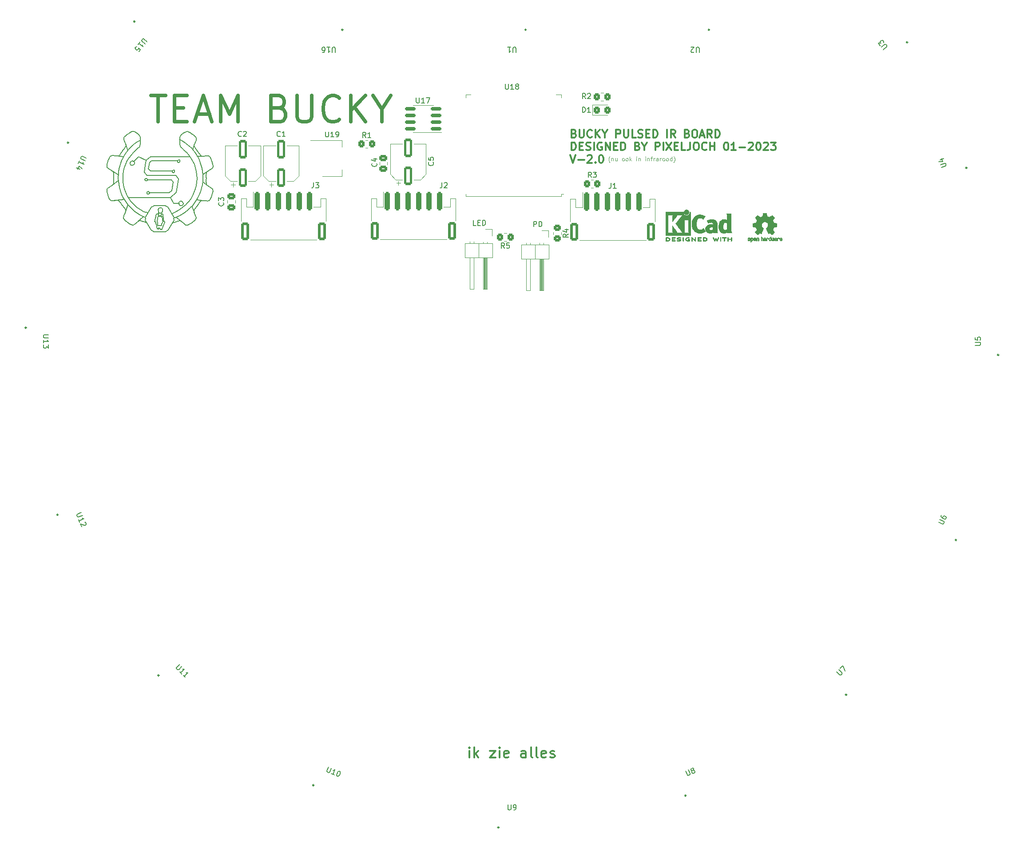
<source format=gto>
G04 #@! TF.GenerationSoftware,KiCad,Pcbnew,6.0.2-378541a8eb~116~ubuntu20.04.1*
G04 #@! TF.CreationDate,2023-01-27T16:27:25+01:00*
G04 #@! TF.ProjectId,BUCKY_IR,4255434b-595f-4495-922e-6b696361645f,rev?*
G04 #@! TF.SameCoordinates,Original*
G04 #@! TF.FileFunction,Legend,Top*
G04 #@! TF.FilePolarity,Positive*
%FSLAX46Y46*%
G04 Gerber Fmt 4.6, Leading zero omitted, Abs format (unit mm)*
G04 Created by KiCad (PCBNEW 6.0.2-378541a8eb~116~ubuntu20.04.1) date 2023-01-27 16:27:25*
%MOMM*%
%LPD*%
G01*
G04 APERTURE LIST*
G04 Aperture macros list*
%AMRoundRect*
0 Rectangle with rounded corners*
0 $1 Rounding radius*
0 $2 $3 $4 $5 $6 $7 $8 $9 X,Y pos of 4 corners*
0 Add a 4 corners polygon primitive as box body*
4,1,4,$2,$3,$4,$5,$6,$7,$8,$9,$2,$3,0*
0 Add four circle primitives for the rounded corners*
1,1,$1+$1,$2,$3*
1,1,$1+$1,$4,$5*
1,1,$1+$1,$6,$7*
1,1,$1+$1,$8,$9*
0 Add four rect primitives between the rounded corners*
20,1,$1+$1,$2,$3,$4,$5,0*
20,1,$1+$1,$4,$5,$6,$7,0*
20,1,$1+$1,$6,$7,$8,$9,0*
20,1,$1+$1,$8,$9,$2,$3,0*%
%AMRotRect*
0 Rectangle, with rotation*
0 The origin of the aperture is its center*
0 $1 length*
0 $2 width*
0 $3 Rotation angle, in degrees counterclockwise*
0 Add horizontal line*
21,1,$1,$2,0,0,$3*%
G04 Aperture macros list end*
%ADD10C,0.200000*%
%ADD11C,0.300000*%
%ADD12C,0.700000*%
%ADD13C,0.100000*%
%ADD14C,0.150000*%
%ADD15C,0.260000*%
%ADD16C,0.120000*%
%ADD17C,0.010000*%
%ADD18C,0.259999*%
%ADD19RotRect,0.900000X2.200000X67.500000*%
%ADD20R,1.700000X1.700000*%
%ADD21O,1.700000X1.700000*%
%ADD22RoundRect,0.250000X-0.250000X-1.500000X0.250000X-1.500000X0.250000X1.500000X-0.250000X1.500000X0*%
%ADD23RoundRect,0.250001X-0.499999X-1.449999X0.499999X-1.449999X0.499999X1.449999X-0.499999X1.449999X0*%
%ADD24RotRect,0.900000X2.200000X315.000000*%
%ADD25RoundRect,0.250000X-0.350000X-0.450000X0.350000X-0.450000X0.350000X0.450000X-0.350000X0.450000X0*%
%ADD26RotRect,0.900000X2.200000X230.000000*%
%ADD27R,0.900000X2.200000*%
%ADD28RoundRect,0.250000X0.550000X-1.500000X0.550000X1.500000X-0.550000X1.500000X-0.550000X-1.500000X0*%
%ADD29RotRect,0.900000X2.200000X292.500000*%
%ADD30RoundRect,0.250000X0.350000X0.450000X-0.350000X0.450000X-0.350000X-0.450000X0.350000X-0.450000X0*%
%ADD31RotRect,0.900000X2.200000X45.000000*%
%ADD32R,2.200000X0.900000*%
%ADD33RoundRect,0.250000X-0.475000X0.337500X-0.475000X-0.337500X0.475000X-0.337500X0.475000X0.337500X0*%
%ADD34R,2.000000X0.900000*%
%ADD35R,0.900000X2.000000*%
%ADD36R,5.000000X5.000000*%
%ADD37RoundRect,0.250000X-0.450000X0.350000X-0.450000X-0.350000X0.450000X-0.350000X0.450000X0.350000X0*%
%ADD38RoundRect,0.150000X0.825000X0.150000X-0.825000X0.150000X-0.825000X-0.150000X0.825000X-0.150000X0*%
%ADD39RotRect,0.900000X2.200000X130.000000*%
%ADD40RotRect,0.900000X2.200000X247.500000*%
%ADD41RoundRect,0.250000X-0.325000X-0.450000X0.325000X-0.450000X0.325000X0.450000X-0.325000X0.450000X0*%
%ADD42RotRect,0.900000X2.200000X337.500000*%
%ADD43R,2.000000X1.500000*%
%ADD44R,2.000000X3.800000*%
%ADD45RotRect,0.900000X2.200000X22.500000*%
%ADD46RotRect,0.900000X2.200000X112.500000*%
G04 APERTURE END LIST*
D10*
X53898160Y-58763330D02*
X53896520Y-58755430D01*
X55090320Y-57717230D02*
X55089240Y-57711790D01*
X52685800Y-53222970D02*
X52685800Y-53222970D01*
X60567440Y-54327570D02*
X60924800Y-53727530D01*
X48423540Y-53684550D02*
X48135020Y-53057170D01*
X61964800Y-54064110D02*
X61647800Y-54614670D01*
X60901000Y-42046810D02*
X61070000Y-42172410D01*
X62881600Y-54680310D02*
X62686400Y-54692150D01*
X58463040Y-58516590D02*
X58396620Y-58526450D01*
X59137960Y-44913610D02*
X58996680Y-44780210D01*
X55106480Y-60068890D02*
X55102680Y-60082010D01*
X61545200Y-57738050D02*
X61581400Y-57918170D01*
X48583940Y-58882890D02*
X48755460Y-59005430D01*
X47740600Y-57872590D02*
X47741460Y-57996610D01*
X46814260Y-46124450D02*
X46684620Y-46155150D01*
X54897600Y-57241730D02*
X54903460Y-57243930D01*
X58222480Y-47411870D02*
X58152260Y-47385170D01*
X62119200Y-55214290D02*
X62005000Y-55372690D01*
X54439380Y-56889950D02*
X54546260Y-57041650D01*
X45854840Y-50721970D02*
X45855620Y-50917430D01*
X51387100Y-57658610D02*
X50849980Y-57378030D01*
X61352200Y-45506510D02*
X61661000Y-45965590D01*
X54150220Y-59943550D02*
X54119820Y-59817930D01*
X54379480Y-57068450D02*
X54392840Y-57068450D01*
X54425300Y-59403950D02*
X54462600Y-59403950D01*
X55203820Y-56413830D02*
X55166480Y-56274830D01*
X49010900Y-47664470D02*
X48990380Y-47539470D01*
X48164320Y-56581250D02*
X48153380Y-56714070D01*
X59843800Y-59373670D02*
X59782260Y-59370310D01*
X47801800Y-42766610D02*
X47791260Y-42805210D01*
X57135020Y-49317370D02*
X57061800Y-49256510D01*
X48583160Y-41966010D02*
X48525980Y-42006610D01*
X61389400Y-57346010D02*
X61476000Y-57545550D01*
X64791400Y-52822250D02*
X64755800Y-53114030D01*
X59072860Y-55428470D02*
X58968240Y-55554230D01*
X58428320Y-54893230D02*
X58572400Y-54815730D01*
X61014600Y-58715470D02*
X60845200Y-58840690D01*
X64741000Y-52534930D02*
X64755200Y-52572370D01*
X47519240Y-55593730D02*
X47519240Y-55593730D01*
X58021960Y-47166330D02*
X58024360Y-47142330D01*
X63878000Y-49009430D02*
X62870800Y-49692690D01*
X51958600Y-58828010D02*
X52030860Y-58849370D01*
X58671260Y-42274210D02*
X58834120Y-42088610D01*
X62468400Y-52888110D02*
X62239000Y-53487950D01*
X58053440Y-47048050D02*
X58114300Y-46974810D01*
X47924960Y-48390930D02*
X48153260Y-47745190D01*
X62570200Y-48004430D02*
X62709200Y-48557510D01*
X58509260Y-42591610D02*
X58556580Y-42460210D01*
X52487580Y-52953330D02*
X52557760Y-52979930D01*
X57411300Y-49291650D02*
X57327400Y-49336670D01*
X58782380Y-54803250D02*
X58903040Y-54849170D01*
X48446120Y-47119890D02*
X48803540Y-46519830D01*
X49468680Y-59339730D02*
X49530220Y-59336790D01*
X61719200Y-55768430D02*
X61618200Y-55901570D01*
X61630400Y-42974610D02*
X61593000Y-43154610D01*
X54914960Y-57709090D02*
X54802980Y-57695090D01*
X49968580Y-41601010D02*
X49765120Y-41514010D01*
X54280320Y-60077030D02*
X54243220Y-60060310D01*
X54397820Y-57068450D02*
X54412900Y-57092230D01*
X53903900Y-57665790D02*
X53944260Y-57481110D01*
X61609800Y-51795550D02*
X61709000Y-51124330D01*
X44615260Y-47733290D02*
X44579680Y-48025050D01*
X54503740Y-59866950D02*
X54462480Y-59870430D01*
X54402720Y-57479930D02*
X54429400Y-57517450D01*
X58034120Y-47240450D02*
X58021960Y-47166330D01*
X54952400Y-57709090D02*
X54914960Y-57709090D01*
X61214800Y-44330210D02*
X61244800Y-44390210D01*
X48964980Y-55894730D02*
X48568840Y-55443110D01*
X55170080Y-58240530D02*
X55151080Y-58087110D01*
X46910220Y-48604590D02*
X47034540Y-48062930D01*
X54318940Y-60093730D02*
X54280320Y-60077030D01*
X59243860Y-41757610D02*
X59460320Y-41632210D01*
X58814260Y-58684970D02*
X58649460Y-58579830D01*
X63517800Y-49728730D02*
X63515400Y-49930010D01*
X58323720Y-55018970D02*
X58428320Y-54893230D01*
X47519240Y-55593730D02*
X47545940Y-55628450D01*
X58484220Y-43186010D02*
X58490820Y-42976210D01*
X49210320Y-47908610D02*
X49086860Y-47805970D01*
X53944260Y-57481110D02*
X53982680Y-57305310D01*
X64146600Y-46276890D02*
X64271200Y-46424030D01*
X62909600Y-46220690D02*
X63121600Y-46209510D01*
X57429620Y-58822150D02*
X57388300Y-58836890D01*
X54740260Y-57539590D02*
X54815040Y-57510090D01*
X54981940Y-59292830D02*
X55035520Y-59133010D01*
X45853580Y-50233810D02*
X45850300Y-50350450D01*
X53687320Y-58666010D02*
X53700020Y-58606750D01*
X45309300Y-54626170D02*
X45426800Y-54666110D01*
X54411080Y-57419150D02*
X54402720Y-57479930D01*
X47366260Y-45474590D02*
X47251880Y-45633110D01*
X54463900Y-57535250D02*
X54539960Y-57558690D01*
X54574600Y-59408950D02*
X54677680Y-59420110D01*
X57388300Y-58836890D02*
X57388300Y-58836890D01*
X58152260Y-47385170D02*
X58079160Y-47324310D01*
X63552400Y-51592310D02*
X63573000Y-51630510D01*
X61319800Y-44516210D02*
X61422600Y-44669810D01*
X59028800Y-54953750D02*
X59106260Y-55097870D01*
X61647800Y-54614670D02*
X61290200Y-55137250D01*
X45855620Y-50917430D02*
X45853020Y-51118590D01*
X48639380Y-41924010D02*
X48583160Y-41966010D01*
X64573000Y-53746190D02*
X64506000Y-53945950D01*
X49339460Y-41518010D02*
X49071540Y-41639410D01*
X60894400Y-55629650D02*
X60462480Y-56089950D01*
X54919960Y-57246830D02*
X54934300Y-57246830D01*
X44601940Y-52506050D02*
X44579680Y-52563570D01*
X45609320Y-54687370D02*
X45813620Y-54681190D01*
X54368540Y-56434890D02*
X54368540Y-56460170D01*
X50812760Y-43233210D02*
X50934300Y-43170410D01*
X54595440Y-57633790D02*
X54479860Y-57619890D01*
X61212200Y-44309410D02*
X61214800Y-44330210D01*
X51921480Y-58817030D02*
X51921480Y-58817030D01*
X54934300Y-57246830D02*
X54977580Y-57243030D01*
X58493540Y-55598290D02*
X58367760Y-55493690D01*
X47494620Y-55557390D02*
X47519240Y-55593730D01*
X55528680Y-59010090D02*
X55470220Y-59177070D01*
X61661000Y-45965590D02*
X61938600Y-46446390D01*
X55233760Y-57254430D02*
X55236260Y-57263010D01*
X53082740Y-60398970D02*
X53180600Y-60416230D01*
X54272300Y-59393430D02*
X54294100Y-59407310D01*
X51062880Y-58535150D02*
X51239520Y-58586150D01*
X55199900Y-58407870D02*
X55170080Y-58240530D01*
X48301040Y-58675010D02*
X48470100Y-58800750D01*
X51817540Y-50656550D02*
X51819940Y-50632470D01*
X45455020Y-46120530D02*
X45337300Y-46159690D01*
X54194260Y-57230550D02*
X54206320Y-57230550D01*
X54440580Y-59877250D02*
X54421040Y-59908190D01*
X54441460Y-57279290D02*
X54444380Y-57295890D01*
X54186020Y-60052730D02*
X54173880Y-60024170D01*
X61503200Y-42587410D02*
X61603400Y-42752410D01*
X54179960Y-58556430D02*
X54188100Y-58615230D01*
X52437760Y-53447590D02*
X52413800Y-53445190D01*
X62714400Y-46207670D02*
X62909600Y-46220690D01*
X49287680Y-47140510D02*
X49412680Y-47120010D01*
X47545940Y-55628450D02*
X47616580Y-55721450D01*
X61446000Y-52456470D02*
X61609800Y-51795550D01*
X63733400Y-54746830D02*
X63529000Y-54739250D01*
X54434620Y-57349170D02*
X54411080Y-57419150D01*
X52282600Y-50800570D02*
X52221720Y-50873670D01*
X54894800Y-57250190D02*
X54897600Y-57241730D01*
X55527080Y-58684230D02*
X55573080Y-58742290D01*
X49688620Y-59298050D02*
X49848800Y-59208010D01*
X60299520Y-59208090D02*
X60031620Y-59329530D01*
X46490720Y-46181430D02*
X47734220Y-46296530D01*
X58243440Y-50556310D02*
X57792040Y-53116190D01*
X64594000Y-47166530D02*
X64615200Y-47233510D01*
X54640120Y-57562050D02*
X54740260Y-57539590D01*
X58367760Y-55493690D02*
X58290300Y-55349590D01*
X45848900Y-50394310D02*
X45848900Y-50394310D01*
X62709200Y-48557510D02*
X62810000Y-49124870D01*
X57376760Y-58401030D02*
X57354440Y-58362290D01*
X55093160Y-57222530D02*
X55106480Y-57222530D01*
X45856940Y-50066830D02*
X45853580Y-50233810D01*
X55302880Y-57654290D02*
X55316880Y-57796650D01*
X49194720Y-54859670D02*
X48776840Y-54287090D01*
X61743600Y-50447890D02*
X61713600Y-49771250D01*
X61434600Y-43545610D02*
X61344000Y-43746410D01*
X64527200Y-46966550D02*
X64594000Y-47166530D01*
X46461400Y-54626610D02*
X46656400Y-54639830D01*
X54909540Y-57041650D02*
X55063860Y-56889950D01*
X55203820Y-56460170D02*
X55203820Y-56413830D01*
X57009480Y-49050450D02*
X57036080Y-48980230D01*
X59691020Y-45448570D02*
X59678660Y-45435970D01*
X54614840Y-59939110D02*
X54582820Y-59904170D01*
X59118740Y-55307810D02*
X59072860Y-55428470D01*
X58699800Y-54794890D02*
X58741160Y-54799150D01*
X50396960Y-41884810D02*
X50184180Y-41728010D01*
X61244800Y-44390210D02*
X61319800Y-44516210D01*
X55053320Y-57226330D02*
X55093160Y-57222530D01*
X48070680Y-43702810D02*
X48146860Y-43901010D01*
X44865180Y-46901330D02*
X44797900Y-47101110D01*
X52413800Y-53445190D02*
X52389680Y-53442690D01*
X62394400Y-47467310D02*
X62570200Y-48004430D01*
X62967800Y-54683470D02*
X61667800Y-54553030D01*
X63522000Y-50453110D02*
X63522000Y-50453110D01*
X52685800Y-53222970D02*
X52683320Y-53246950D01*
X62546000Y-46157310D02*
X62585000Y-46176090D01*
X44754940Y-47234790D02*
X44691460Y-47435750D01*
X60788200Y-58881610D02*
X60732000Y-58923470D01*
X60594120Y-46560310D02*
X60176160Y-45987610D01*
X54449600Y-59874330D02*
X54440580Y-59877250D01*
X57491460Y-49026150D02*
X57503740Y-49100250D01*
X63517200Y-50613590D02*
X63513800Y-50780590D01*
X61569200Y-58080810D02*
X61553000Y-58140290D01*
X50928860Y-43796010D02*
X50935720Y-43604210D01*
X52873960Y-46296530D02*
X52069380Y-46980450D01*
X58520980Y-47168050D02*
X58518600Y-47192150D01*
X54936240Y-59436390D02*
X54941760Y-59436390D01*
X58582180Y-44324010D02*
X58534220Y-44166810D01*
X44691460Y-47435750D02*
X44615260Y-47733290D01*
X54781080Y-60079610D02*
X54774020Y-60077030D01*
X55790180Y-55653090D02*
X53483240Y-55653090D01*
X50456860Y-43438810D02*
X50812760Y-43233210D01*
X58320340Y-46922510D02*
X58390580Y-46949190D01*
X58024360Y-47142330D02*
X58026740Y-47118250D01*
X54179960Y-58497590D02*
X54179960Y-58556430D01*
X58518600Y-47192150D02*
X58516220Y-47216150D01*
X52137860Y-50918690D02*
X52063740Y-50930970D01*
X59141440Y-58967870D02*
X58978360Y-58819650D01*
X56190580Y-60398970D02*
X56223240Y-60398970D01*
X49828160Y-47583010D02*
X49824040Y-47623470D01*
X45839020Y-49340030D02*
X45851480Y-49485870D01*
X64033600Y-54687690D02*
X63916000Y-54726750D01*
X58978360Y-58819650D02*
X58814260Y-58684970D01*
X52676040Y-53124750D02*
X52688180Y-53198870D01*
X58296380Y-46920110D02*
X58320340Y-46922510D01*
X52439480Y-52948450D02*
X52463580Y-52950950D01*
X57275760Y-58869670D02*
X57154660Y-58905930D01*
X55230080Y-58548370D02*
X55220220Y-58501170D01*
X54802980Y-57695090D02*
X54699900Y-57664470D01*
X55790180Y-55653090D02*
X55790180Y-55653090D01*
X47340880Y-53369230D02*
X47132220Y-52793290D01*
X47554080Y-45205930D02*
X47529240Y-45242050D01*
X55225620Y-59687370D02*
X55165180Y-59854470D01*
X52861040Y-49038290D02*
X57057760Y-49038290D01*
X54429400Y-57517450D02*
X54441460Y-57522550D01*
X50906520Y-43991610D02*
X50914660Y-43941010D01*
X48204680Y-44223410D02*
X48198940Y-44266410D01*
X53402940Y-55757370D02*
X53300180Y-55836030D01*
X57501360Y-49124330D02*
X57501360Y-49124330D01*
X53466960Y-55681310D02*
X53402940Y-55757370D01*
X45832400Y-51449310D02*
X45821320Y-51515610D01*
X55347900Y-58193550D02*
X55372980Y-58366430D01*
X49711860Y-45415670D02*
X49724220Y-45403190D01*
X50791160Y-58503230D02*
X50833940Y-58495530D01*
X55348680Y-59432290D02*
X55287040Y-59551950D01*
X58658580Y-44456010D02*
X58582180Y-44324010D01*
X52368115Y-57015445D02*
X51654340Y-56800010D01*
X59640980Y-45398970D02*
X59548660Y-45308790D01*
X61422600Y-44669810D02*
X61538800Y-44834210D01*
X52311800Y-50706370D02*
X52309300Y-50730330D01*
X54257960Y-58107390D02*
X54230180Y-58261290D01*
X59122980Y-55266590D02*
X59122980Y-55266590D01*
X50920820Y-58502030D02*
X51062880Y-58535150D01*
X50337400Y-57059330D02*
X49851180Y-56704730D01*
X60176160Y-45987610D02*
X59820580Y-45577890D01*
X52151620Y-58885170D02*
X52160100Y-58887790D01*
X48994520Y-47499010D02*
X48998520Y-47458430D01*
X46853580Y-46105890D02*
X46814260Y-46124450D01*
X54190160Y-60052730D02*
X54186020Y-60052730D01*
X60787200Y-41964610D02*
X60843600Y-42006210D01*
X60615600Y-41842210D02*
X60787200Y-41964610D01*
X54271220Y-59387670D02*
X54272300Y-59393430D01*
X52220620Y-53078870D02*
X52281520Y-53005610D01*
X54229960Y-59162530D02*
X54256760Y-59332450D01*
X58649460Y-58579830D02*
X58526520Y-58528430D01*
X61224200Y-56946470D02*
X61300200Y-57144610D01*
X58483880Y-58520510D02*
X58463040Y-58516590D01*
X52557760Y-52979930D02*
X52631020Y-53040890D01*
X51815040Y-50680530D02*
X51817540Y-50656550D01*
X55063860Y-56152010D02*
X54909540Y-56083750D01*
X49822960Y-55543930D02*
X49677460Y-55397450D01*
X62585000Y-46176090D02*
X62714400Y-46207670D01*
X61579600Y-58042190D02*
X61569200Y-58080810D01*
X52389680Y-53442690D02*
X52319480Y-53416010D01*
X52281520Y-53005610D02*
X52365380Y-52960590D01*
X62892600Y-50465150D02*
X62864800Y-50969290D01*
X54444380Y-57295890D02*
X54434620Y-57349170D01*
X52309300Y-50730330D02*
X52282600Y-50800570D01*
X46058520Y-46130430D02*
X45842040Y-46108070D01*
X58746900Y-44553210D02*
X58658580Y-44456010D01*
X54441460Y-57619890D02*
X54435600Y-57619890D01*
X61251800Y-57023970D02*
X60783200Y-55725150D01*
X54852160Y-57492730D02*
X54885240Y-57459390D01*
X49832180Y-47542430D02*
X49828160Y-47583010D01*
X54943860Y-60239250D02*
X54928100Y-60239250D01*
X54182020Y-58487510D02*
X54182020Y-58487510D01*
X54416080Y-59403950D02*
X54425300Y-59403950D01*
X54717160Y-56062810D02*
X54693620Y-56062810D01*
X53483240Y-55653090D02*
X53466960Y-55681310D01*
X52221720Y-50873670D02*
X52137860Y-50918690D01*
X44563520Y-52755950D02*
X44596300Y-53048290D01*
X48755460Y-59005430D02*
X49014900Y-59169810D01*
X59787160Y-55304670D02*
X60145540Y-54897330D01*
X50918540Y-42656610D02*
X50916720Y-42612210D01*
X57698080Y-58729810D02*
X57539760Y-58783730D01*
X62450600Y-54797610D02*
X62353800Y-54907750D01*
X46820360Y-49161330D02*
X46910220Y-48604590D01*
X58505460Y-42636610D02*
X58505460Y-42636610D01*
X58026740Y-47118250D02*
X58053440Y-47048050D01*
X46825020Y-54690310D02*
X46844020Y-54699430D01*
X44755900Y-53613930D02*
X44777080Y-53680750D01*
X49735720Y-47275930D02*
X49811680Y-47417430D01*
X55403260Y-58530470D02*
X55414660Y-58584950D01*
X58390580Y-46949190D02*
X58463800Y-47010090D01*
X44777080Y-53680750D02*
X44843800Y-53880730D01*
X47529240Y-45242050D02*
X47462600Y-45337970D01*
X48470100Y-58800750D02*
X48527480Y-58841330D01*
X57539760Y-58783730D02*
X57429620Y-58822150D01*
X57253300Y-49348950D02*
X57229320Y-49346570D01*
X46489400Y-46166970D02*
X46277480Y-46154390D01*
X56951880Y-52741430D02*
X56414760Y-53198010D01*
X45857580Y-49670570D02*
X45858880Y-49871610D01*
X53402940Y-60544590D02*
X53466840Y-60620650D01*
X54428320Y-59963430D02*
X54446120Y-60024730D01*
X55211960Y-58463190D02*
X55199900Y-58407870D01*
X54858120Y-60183470D02*
X54824260Y-60133110D01*
X60843600Y-42006210D02*
X60901000Y-42046810D01*
X58903040Y-54849170D02*
X59028800Y-54953750D01*
X54462600Y-59403950D02*
X54574600Y-59408950D01*
X50667900Y-58553810D02*
X50791160Y-58503230D01*
X54195120Y-58431190D02*
X54182020Y-58487510D01*
X55409980Y-59312470D02*
X55348680Y-59432290D01*
X48803540Y-46519830D02*
X49225400Y-45950050D01*
X54226720Y-58846010D02*
X54227580Y-59003450D01*
X44670300Y-53346330D02*
X44733320Y-53547390D01*
X49225400Y-45950050D02*
X49583820Y-45542730D01*
X53997320Y-59241830D02*
X53948940Y-59007250D01*
X49409760Y-47961790D02*
X49369300Y-47957790D01*
X57000900Y-57116530D02*
X57580660Y-56885830D01*
X59504160Y-55585810D02*
X59659220Y-55431830D01*
X61851800Y-45253670D02*
X61876200Y-45289930D01*
X64774800Y-47799150D02*
X64807400Y-48091330D01*
X44733320Y-53547390D02*
X44755900Y-53613930D01*
X55584900Y-58795790D02*
X55584900Y-58795790D01*
X46844020Y-54699430D02*
X46891540Y-54746730D01*
X51896740Y-58401030D02*
X53050180Y-60398970D01*
X48065900Y-58477310D02*
X48301040Y-58675010D01*
X55237020Y-58595470D02*
X55230080Y-58548370D01*
X59303440Y-59113150D02*
X59141440Y-58967870D01*
X54384160Y-56274830D02*
X54372120Y-56359250D01*
X63557200Y-46166230D02*
X63761600Y-46159930D01*
X59386880Y-43587410D02*
X59831620Y-43916210D01*
X62270000Y-45844170D02*
X62383600Y-45990010D01*
X58505460Y-42636610D02*
X58509260Y-42591610D01*
X49811680Y-47417430D02*
X49832180Y-47542430D01*
X51819940Y-50632470D02*
X51846520Y-50562250D01*
X64376600Y-48717010D02*
X64188400Y-48826150D01*
X64755800Y-53114030D02*
X64679600Y-53411670D01*
X55035520Y-59133010D02*
X55102460Y-58990330D01*
X54479860Y-57619890D02*
X54441460Y-57619890D01*
X61172400Y-56581030D02*
X61166400Y-56624010D01*
X55427680Y-58596110D02*
X55467380Y-58629230D01*
X53896520Y-58755430D02*
X53860600Y-58737830D01*
X54884600Y-57295230D02*
X54887520Y-57279290D01*
X57007100Y-49074530D02*
X57009480Y-49050450D01*
X50268380Y-44884810D02*
X50410520Y-44752210D01*
X54263940Y-57205170D02*
X54302580Y-57149510D01*
X61384800Y-56221890D02*
X61281000Y-56374750D01*
X64245200Y-54486310D02*
X64119000Y-54632470D01*
X47825680Y-43109410D02*
X47894800Y-43301810D01*
X53483240Y-60648970D02*
X55790180Y-60648970D01*
X49146220Y-47216450D02*
X49287680Y-47140510D01*
X55106480Y-57222530D02*
X55114300Y-57222530D01*
X44957080Y-54166230D02*
X45099660Y-54423170D01*
X61205400Y-56500190D02*
X61175200Y-56560090D01*
X54182020Y-58487510D02*
X54179960Y-58497590D01*
X51963680Y-58151030D02*
X51918980Y-58362290D01*
X44596300Y-53048290D02*
X44670300Y-53346330D01*
X45125800Y-46361090D02*
X44980520Y-46616730D01*
X52069380Y-46980450D02*
X51906180Y-47905930D01*
X64615200Y-47233510D02*
X64637800Y-47299890D01*
X58556580Y-42460210D02*
X58671260Y-42274210D01*
X55973240Y-60465930D02*
X56092720Y-60416230D01*
X54462480Y-59870430D02*
X54449600Y-59874330D01*
X54986480Y-57704610D02*
X54960880Y-57709090D01*
X47879820Y-54455930D02*
X47590660Y-53924030D01*
X50605080Y-44575610D02*
X50628960Y-44555210D01*
X54339120Y-59411010D02*
X54388600Y-59407110D01*
X54717160Y-56062810D02*
X54717160Y-56062810D01*
X47580980Y-45171310D02*
X47554080Y-45205930D01*
X46747660Y-50169470D02*
X46765880Y-49731970D01*
X49570120Y-59334830D02*
X49688620Y-59298050D01*
X52319480Y-53416010D02*
X52246240Y-53355110D01*
X64594000Y-53679230D02*
X64573000Y-53746190D01*
X54765240Y-57100790D02*
X54909540Y-57041650D01*
X58492880Y-43929410D02*
X58485180Y-43820410D01*
X58696760Y-55652530D02*
X58655540Y-55648430D01*
X45251880Y-46214830D02*
X45125800Y-46361090D01*
X58803440Y-44602210D02*
X58779760Y-44581610D01*
X61013600Y-45070510D02*
X61352200Y-45506510D01*
X51918980Y-58362290D02*
X51896740Y-58401030D01*
X61553000Y-58140290D02*
X61451400Y-58304330D01*
X47131540Y-45794370D02*
X47017080Y-45939530D01*
X52069380Y-46980450D02*
X50620260Y-46296430D01*
X59820580Y-45577890D02*
X59693520Y-45449950D01*
X61236000Y-47790150D02*
X60947400Y-47162750D01*
X59664320Y-41546610D02*
X59796260Y-41512810D01*
X48172680Y-43987210D02*
X48546160Y-45092650D01*
X54407380Y-60105450D02*
X54384260Y-60101330D01*
X56223240Y-60398970D02*
X57376760Y-58401030D01*
X53910860Y-58824190D02*
X53898160Y-58763330D01*
X63519400Y-51361530D02*
X63531800Y-51507370D01*
X48806160Y-44793610D02*
X49178440Y-44415210D01*
X51880460Y-58802170D02*
X51921480Y-58817030D01*
X49765120Y-41514010D02*
X49633400Y-41479610D01*
X54915840Y-57246830D02*
X54919960Y-57246830D01*
X53860600Y-58737830D02*
X53786600Y-58717650D01*
X54412900Y-57092230D02*
X54426260Y-57149510D01*
X59659220Y-55431830D02*
X59787160Y-55304670D01*
X61281000Y-56374750D02*
X61205400Y-56500190D01*
X46684620Y-46155150D02*
X46489400Y-46166970D01*
X58518600Y-47192150D02*
X58518600Y-47192150D01*
X54418340Y-57631810D02*
X54390760Y-57661450D01*
X60145540Y-54897330D02*
X60567440Y-54327570D01*
X49762100Y-45366530D02*
X49854960Y-45277010D01*
X61305200Y-42370010D02*
X61503200Y-42587410D01*
X56092720Y-55885730D02*
X55973240Y-55836030D01*
X50877320Y-44142210D02*
X50906520Y-43991610D01*
X48198940Y-44266410D02*
X48196020Y-44287210D01*
X47100840Y-55003230D02*
X47220100Y-55165150D01*
X54042580Y-59459830D02*
X53997320Y-59241830D01*
X57388300Y-58836890D02*
X57358020Y-58845590D01*
X53997880Y-57238370D02*
X54029460Y-57220250D01*
X48356380Y-42132010D02*
X48119820Y-42327810D01*
X44629820Y-48312370D02*
X44701440Y-48413730D01*
X53686240Y-58672090D02*
X53687320Y-58666010D01*
X47661940Y-49723090D02*
X47761220Y-49051830D01*
X53180600Y-55885730D02*
X53082740Y-55903090D01*
X53700020Y-58606750D02*
X53738440Y-58429030D01*
X64637800Y-47299890D02*
X64700800Y-47500950D01*
X57503740Y-49100250D02*
X57501360Y-49124330D01*
X63138200Y-46208090D02*
X61806400Y-46208090D01*
X52260020Y-50681430D02*
X56884160Y-50681430D01*
X55169320Y-58847650D02*
X55222900Y-58687930D01*
X47936460Y-57301750D02*
X47848360Y-57500750D01*
X49612240Y-47173170D02*
X49735720Y-47275930D01*
X58526520Y-58528430D02*
X58483880Y-58520510D01*
X55325460Y-57923930D02*
X55333940Y-58051190D01*
X54158460Y-57225030D02*
X54194260Y-57230550D01*
X61817200Y-55641470D02*
X61817200Y-55641470D01*
X52365380Y-52960590D02*
X52439480Y-52948450D01*
X47132220Y-52793290D02*
X46966740Y-52198010D01*
X49412680Y-47120010D02*
X49453260Y-47124110D01*
X46987460Y-54857390D02*
X47100840Y-55003230D01*
X64769200Y-48341230D02*
X64754800Y-48378550D01*
X58253740Y-58558790D02*
X58075800Y-58609030D01*
X63549600Y-49331810D02*
X63538600Y-49397970D01*
X52463580Y-52950950D02*
X52487580Y-52953330D01*
X62810000Y-49124870D02*
X62871600Y-49705290D01*
X47616580Y-55721450D02*
X47716740Y-55855330D01*
X54335440Y-57788390D02*
X54290300Y-57954950D01*
X59678660Y-45435970D02*
X59640980Y-45398970D01*
X47761220Y-49051830D02*
X47924960Y-48390930D01*
X62150800Y-45682290D02*
X62270000Y-45844170D01*
X60412480Y-46296530D02*
X52873960Y-46296530D01*
X50936900Y-43386010D02*
X50934080Y-43161810D01*
X58506120Y-44016010D02*
X58498400Y-43965410D01*
X50928960Y-42951810D02*
X50923220Y-42776610D01*
X63997200Y-48935430D02*
X63818200Y-49049790D01*
X64067200Y-54666010D02*
X64033600Y-54687690D01*
X54958480Y-59410030D02*
X54966620Y-59359370D01*
X54376680Y-60101330D02*
X54362240Y-60101330D01*
X59127100Y-55225250D02*
X59122980Y-55266590D01*
X64777000Y-52629870D02*
X64791400Y-52822250D01*
X63761600Y-46159930D02*
X63944000Y-46181190D01*
X54388600Y-59407110D02*
X54416080Y-59403950D01*
X54807020Y-60063370D02*
X54811460Y-60068890D01*
X54774020Y-60077030D02*
X54760460Y-60072790D01*
X51872220Y-50838530D02*
X51827180Y-50754650D01*
X54824260Y-60133110D02*
X54808220Y-60097530D01*
X55236260Y-57263010D02*
X55247660Y-57317370D01*
X64365400Y-52194110D02*
X64534400Y-52309110D01*
X61593000Y-43154610D02*
X61522600Y-43346610D01*
X45182540Y-52021150D02*
X44994300Y-52130310D01*
X62686400Y-54692150D02*
X62556600Y-54722870D01*
X46872660Y-46096790D02*
X46853580Y-46105890D01*
X50293440Y-55949750D02*
X49822960Y-55543930D01*
X54203380Y-60052730D02*
X54190160Y-60052730D01*
X45821320Y-51515610D02*
X45811240Y-51534170D01*
X62871600Y-49705290D02*
X62892600Y-50149170D01*
X50751020Y-44430410D02*
X50828260Y-44299010D01*
X54886760Y-57345370D02*
X54884600Y-57295230D01*
X55333940Y-58051190D02*
X55347900Y-58193550D01*
X64616000Y-53612610D02*
X64594000Y-53679230D01*
X50916720Y-42612210D02*
X50916720Y-42612210D01*
X55138080Y-57220790D02*
X55177360Y-57221450D01*
X54243220Y-60060310D02*
X54203380Y-60052730D01*
X45650760Y-54687930D02*
X47870600Y-54440430D01*
X54760460Y-60072790D02*
X54722480Y-60052290D01*
X55287040Y-59551950D02*
X55225620Y-59687370D01*
X52595740Y-53390290D02*
X52511880Y-53435310D01*
X45790400Y-51572250D02*
X45703480Y-51673170D01*
X58273720Y-55180970D02*
X58277820Y-55139650D01*
X63340600Y-46187070D02*
X63557200Y-46166230D01*
X48089980Y-44472610D02*
X47986380Y-44625610D01*
X55277820Y-57481430D02*
X55302880Y-57654290D01*
X61176400Y-56756810D02*
X61224200Y-56946470D01*
X56414760Y-53198010D02*
X52627100Y-53198010D01*
X48196020Y-44287210D02*
X48165620Y-44347210D01*
X63529000Y-54739250D02*
X63312600Y-54716890D01*
X57061800Y-49256510D02*
X57016760Y-49172610D01*
X62783600Y-51626610D02*
X62650600Y-52267030D01*
X58508820Y-47093950D02*
X58520980Y-47168050D01*
X64188400Y-48826150D02*
X63997200Y-48935430D01*
X55237980Y-58624330D02*
X55237020Y-58595470D01*
X54428220Y-60110450D02*
X54407380Y-60105450D01*
X58079160Y-47324310D02*
X58034120Y-47240450D01*
X45275880Y-54604250D02*
X45309300Y-54626170D01*
X58779760Y-44581610D02*
X58746900Y-44553210D01*
X56665080Y-54074310D02*
X48642840Y-54074310D01*
X49534760Y-47941390D02*
X49409760Y-47961790D01*
X45193080Y-48763750D02*
X45383620Y-48874450D01*
X54294100Y-59407310D02*
X54339120Y-59411010D01*
X53786600Y-58717650D02*
X53715660Y-58695950D01*
X55572740Y-58849690D02*
X55528680Y-59010090D01*
X54372120Y-56359250D02*
X54368540Y-56434890D01*
X59464360Y-59239450D02*
X59303440Y-59113150D01*
X58479660Y-43628410D02*
X58479840Y-43410210D01*
X51771220Y-58763230D02*
X51880460Y-58802170D01*
X61251200Y-58519510D02*
X61014600Y-58715470D01*
X49086860Y-47805970D02*
X49010900Y-47664470D01*
X57376760Y-57901030D02*
X56223240Y-55903090D01*
X50184180Y-41728010D02*
X49968580Y-41601010D01*
X59106260Y-55097870D02*
X59127100Y-55225250D01*
X54681040Y-60017890D02*
X54646440Y-59978610D01*
X52015660Y-50926090D02*
X51945460Y-50899390D01*
X61459800Y-48437370D02*
X61236000Y-47790150D01*
X47627320Y-50399510D02*
X47661940Y-49723090D01*
X63809200Y-51857390D02*
X63987400Y-51972970D01*
X47791260Y-42805210D02*
X47789540Y-42929210D01*
X59742240Y-59368150D02*
X59623960Y-59330510D01*
X58968240Y-55554230D02*
X58824160Y-55631690D01*
X54811460Y-60068890D02*
X54805260Y-60080510D01*
X51907480Y-50489030D02*
X51991360Y-50444010D01*
X54968680Y-59347190D02*
X54981940Y-59292830D01*
X50661940Y-44527210D02*
X50751020Y-44430410D01*
X45711620Y-49115330D02*
X45797800Y-49216890D01*
X55372980Y-58366430D02*
X55403260Y-58530470D01*
X48051040Y-56331150D02*
X48126020Y-56457230D01*
X63916000Y-54726750D02*
X63733400Y-54746830D01*
X54838900Y-57498250D02*
X54852160Y-57492730D01*
X45858880Y-49871610D02*
X45856940Y-50066830D01*
X58489520Y-47286330D02*
X58428660Y-47359590D01*
X58516220Y-47216150D02*
X58489520Y-47286330D01*
X54426260Y-57149510D02*
X54434940Y-57218950D01*
X54339680Y-57093730D02*
X54379480Y-57068450D01*
X57303100Y-48854690D02*
X57373300Y-48881290D01*
X62892600Y-50149170D02*
X62892600Y-50297170D01*
X55084240Y-60119450D02*
X55044620Y-60175330D01*
X64546400Y-48603050D02*
X64376600Y-48717010D01*
X50753180Y-42248610D02*
X50591620Y-42061810D01*
X58655540Y-55648430D02*
X58614180Y-55644190D01*
X54960880Y-57709090D02*
X54952400Y-57709090D01*
X61175200Y-56560090D02*
X61172400Y-56581030D01*
X54452960Y-60065190D02*
X54449600Y-60077030D01*
X54977580Y-57243030D02*
X55016220Y-57234670D01*
X49779020Y-47741950D02*
X49676380Y-47865450D01*
X57239080Y-51112390D02*
X56951880Y-52741430D01*
X45818400Y-49255190D02*
X45828380Y-49273750D01*
X54966620Y-59359370D02*
X54968680Y-59347190D01*
X54384160Y-56683370D02*
X54439380Y-56889950D01*
X50916720Y-42612210D02*
X50913120Y-42567210D01*
X55213580Y-57232730D02*
X55233760Y-57254430D01*
X44593900Y-48217310D02*
X44615720Y-48275050D01*
X54290300Y-57954950D02*
X54257960Y-58107390D01*
X48119820Y-42327810D02*
X47919540Y-42543010D01*
X56190580Y-55903090D02*
X56092720Y-55885730D01*
X48990380Y-47539470D02*
X48994520Y-47499010D01*
X45845860Y-51303370D02*
X45832400Y-51449310D01*
X47751760Y-58035370D02*
X47767620Y-58094930D01*
X54677680Y-59420110D02*
X54782160Y-59431310D01*
X63093400Y-54692930D02*
X62881600Y-54680310D01*
X62556600Y-54722870D02*
X62517600Y-54741530D01*
X58313960Y-56498470D02*
X59005580Y-56013970D01*
X59005580Y-56013970D02*
X59504160Y-55585810D01*
X55806460Y-60620650D02*
X55870380Y-60544590D01*
X63559800Y-49313250D02*
X63549600Y-49331810D01*
X49676380Y-47865450D02*
X49534760Y-47941390D01*
X60089580Y-41553610D02*
X60356040Y-41677610D01*
X61581400Y-57918170D02*
X61579600Y-58042190D01*
X58614180Y-55644190D02*
X58493540Y-55598290D01*
X60356040Y-41677610D02*
X60615600Y-41842210D01*
X54446120Y-60024730D02*
X54452960Y-60065190D01*
X54362240Y-60101330D02*
X54318940Y-60093730D01*
X55044620Y-60175330D02*
X54991260Y-60220590D01*
X63518400Y-50292530D02*
X63520800Y-50409170D01*
X55114300Y-57222530D02*
X55138080Y-57220790D01*
X47657260Y-51076150D02*
X47627320Y-50399510D01*
X54805260Y-60080510D02*
X54781080Y-60079610D01*
X63516000Y-50125310D02*
X63518400Y-50292530D01*
X62183600Y-46947470D02*
X62394400Y-47467310D01*
X54390760Y-57661450D02*
X54366160Y-57698550D01*
X51918980Y-57939650D02*
X51963680Y-58151030D01*
X64119000Y-54632470D02*
X64067200Y-54666010D01*
X47911180Y-52410030D02*
X47751880Y-51747930D01*
X54546260Y-57041650D02*
X54674400Y-57100790D01*
X61908600Y-55509310D02*
X61842000Y-55605230D01*
X58824160Y-55631690D02*
X58696760Y-55652530D01*
X63522000Y-50453230D02*
X63522000Y-50453230D01*
X50920400Y-43905210D02*
X50928860Y-43796010D01*
X49527380Y-41473810D02*
X49339460Y-41518010D01*
X58075800Y-58609030D02*
X57883620Y-58668810D01*
X63520800Y-50409170D02*
X63522000Y-50453110D01*
X49724220Y-45403190D02*
X49762100Y-45366530D01*
X57036080Y-48980230D02*
X57097040Y-48907010D01*
X49854960Y-45277010D02*
X49978460Y-45159070D01*
X57255040Y-48849810D02*
X57279120Y-48852310D01*
X53300180Y-60465930D02*
X53402940Y-60544590D01*
X55790180Y-60648970D02*
X55806460Y-60620650D01*
X64061400Y-46221110D02*
X64095000Y-46243150D01*
X44701440Y-48413730D02*
X44836520Y-48538290D01*
X47554080Y-45205930D02*
X47554080Y-45205930D01*
X61754400Y-45125870D02*
X61825000Y-45218730D01*
X52683320Y-53246950D02*
X52656620Y-53317150D01*
X52314180Y-50682290D02*
X52311800Y-50706370D01*
X49071540Y-41639410D02*
X48810900Y-41801810D01*
X63525200Y-49543930D02*
X63517800Y-49728730D01*
X60560160Y-59045550D02*
X60299520Y-59208090D01*
X54941760Y-59436390D02*
X54958480Y-59410030D01*
X63513800Y-50780590D02*
X63512000Y-50975790D01*
X61290200Y-55137250D02*
X60894400Y-55629650D01*
X55177360Y-57221450D02*
X55213580Y-57232730D01*
X58741160Y-54799150D02*
X58782380Y-54803250D01*
X52724100Y-47390930D02*
X52509040Y-48610870D01*
X48525980Y-42006610D02*
X48356380Y-42132010D01*
X58277820Y-55139650D02*
X58323720Y-55018970D01*
X55316880Y-57796650D02*
X55325460Y-57923930D01*
X50954900Y-56417310D02*
X50293440Y-55949750D01*
X47832080Y-56013110D02*
X47948300Y-56177390D01*
X54203260Y-58679570D02*
X54226720Y-58846010D01*
X45005580Y-48653310D02*
X45193080Y-48763750D01*
X53050180Y-60398970D02*
X53082740Y-60398970D01*
X51991360Y-50444010D02*
X52065460Y-50431830D01*
X47848360Y-57500750D02*
X47777940Y-57692690D01*
X49453260Y-47124110D02*
X49493740Y-47128150D01*
X55222900Y-58687930D02*
X55236260Y-58633550D01*
X51654340Y-56800010D02*
X50954900Y-56417310D01*
X55069820Y-57698790D02*
X55030440Y-57697890D01*
X54582820Y-59904170D02*
X54547020Y-59878570D01*
X51430160Y-58646790D02*
X51614180Y-58708650D01*
X47986380Y-44625610D02*
X47869300Y-44789010D01*
X44980520Y-46616730D02*
X44865180Y-46901330D01*
X54173880Y-60024170D02*
X54150220Y-59943550D01*
X55119300Y-60014830D02*
X55106480Y-60068890D01*
X58490820Y-42976210D02*
X58497660Y-42801010D01*
X50628960Y-44555210D02*
X50661940Y-44527210D01*
X54699900Y-57664470D02*
X54595440Y-57633790D01*
X59498860Y-56904610D02*
X58971720Y-57254870D01*
X57446440Y-48942250D02*
X57491460Y-49026150D01*
X47251880Y-45633110D02*
X47131540Y-45794370D01*
X53738440Y-58429030D02*
X53778800Y-58242390D01*
X60732000Y-58923470D02*
X60560160Y-59045550D01*
X61618200Y-55901570D02*
X61501800Y-56058470D01*
X55102260Y-57771370D02*
X55090320Y-57717230D01*
X52191580Y-53173170D02*
X52193940Y-53149070D01*
X58070580Y-47106010D02*
X53059300Y-47106010D01*
X47428760Y-55461150D02*
X47494620Y-55557390D01*
X47716740Y-55855330D02*
X47832080Y-56013110D01*
X52246240Y-53355110D02*
X52201220Y-53271250D01*
X53778800Y-58242390D02*
X53811900Y-58089290D01*
X50120260Y-45024410D02*
X50268380Y-44884810D01*
X62005000Y-55372690D02*
X61908600Y-55509310D01*
X45848900Y-50394310D02*
X45849980Y-50438150D01*
X46846300Y-51585370D02*
X46772600Y-50957230D01*
X57354440Y-57939650D02*
X57376760Y-57901030D01*
X63538600Y-49397970D02*
X63525200Y-49543930D01*
X48153260Y-47745190D02*
X48446120Y-47119890D01*
X57279120Y-48852310D02*
X57303100Y-48854690D01*
X54368540Y-56515930D02*
X54384160Y-56683370D01*
X47751880Y-51747930D02*
X47657260Y-51076150D01*
X63512000Y-50975790D02*
X63513200Y-51176830D01*
X60845200Y-58840690D02*
X60788200Y-58881610D01*
X48194720Y-44090610D02*
X48204680Y-44223410D01*
X53466840Y-60620650D02*
X53483240Y-60648970D01*
X44843800Y-53880730D02*
X44957080Y-54166230D01*
X46772600Y-50957230D02*
X46747660Y-50475790D01*
X45561580Y-48990010D02*
X45711620Y-49115330D01*
X61476000Y-57545550D02*
X61545200Y-57738050D01*
X55870380Y-55757370D02*
X55806460Y-55681310D01*
X47789540Y-42929210D02*
X47825680Y-43109410D01*
X64177800Y-52083650D02*
X64365400Y-52194110D01*
X64669600Y-52433590D02*
X64741000Y-52534930D01*
X46966740Y-52198010D02*
X46846300Y-51585370D01*
X58428660Y-47359590D02*
X58344660Y-47404610D01*
X45594360Y-49014190D02*
X46760900Y-49819310D01*
X50913120Y-42567210D02*
X50866580Y-42435410D01*
X48146960Y-45622690D02*
X48462080Y-45196470D01*
X54439380Y-56152010D02*
X54406080Y-56206150D01*
X50004600Y-43736610D02*
X50456860Y-43438810D01*
X47590660Y-53924030D02*
X47340880Y-53369230D01*
X57004600Y-49098510D02*
X57007100Y-49074530D01*
X55165180Y-59854470D02*
X55119300Y-60014830D01*
X64506000Y-53945950D02*
X64390600Y-54230670D01*
X54808220Y-60097530D02*
X54806460Y-60085170D01*
X53082740Y-55903090D02*
X53050180Y-55903090D01*
X50935720Y-43604210D02*
X50936900Y-43386010D01*
X49178440Y-44415210D02*
X49578260Y-44062410D01*
X54188100Y-58615230D02*
X54190160Y-58625430D01*
X52109320Y-58872690D02*
X52151620Y-58885170D01*
X60462480Y-56089950D02*
X59996580Y-56515610D01*
X51945460Y-50899390D02*
X51872220Y-50838530D01*
X54646440Y-59978610D02*
X54614840Y-59939110D01*
X47981600Y-43501410D02*
X48070680Y-43702810D01*
X54815040Y-57510090D02*
X54838900Y-57498250D01*
X55132100Y-57935190D02*
X55102260Y-57771370D01*
X58417160Y-57564010D02*
X57837480Y-57829950D01*
X46747660Y-50475790D02*
X46747660Y-50315430D01*
X55573080Y-58742290D02*
X55587820Y-58783830D01*
X61942200Y-45386170D02*
X62037600Y-45523310D01*
X57254160Y-55223730D02*
X58367340Y-55223730D01*
X55213800Y-58472650D02*
X55211960Y-58463190D01*
X45703480Y-51673170D02*
X45552580Y-51797510D01*
X55806460Y-55681310D02*
X55790180Y-55653090D01*
X58860180Y-58720250D02*
X57760020Y-57849250D01*
X47333260Y-55324090D02*
X47428760Y-55461150D01*
X61851800Y-45253670D02*
X61851800Y-45253670D01*
X52509040Y-48610870D02*
X52861040Y-49038290D01*
X47192660Y-47537650D02*
X47383720Y-47029730D01*
X59996580Y-56515610D02*
X59498860Y-56904610D01*
X47919540Y-42543010D02*
X47817960Y-42707210D01*
X55584900Y-58795790D02*
X55572740Y-58849690D01*
X57692540Y-49887450D02*
X58243440Y-50556310D01*
X55102680Y-60082010D02*
X55084240Y-60119450D01*
X54439600Y-57264190D02*
X54441460Y-57279290D01*
X47034540Y-48062930D02*
X47192660Y-47537650D01*
X48156080Y-56517230D02*
X48158800Y-56538290D01*
X58246580Y-47414370D02*
X58222480Y-47411870D01*
X53300180Y-55836030D02*
X53180600Y-55885730D01*
X52065460Y-50431830D02*
X52089580Y-50434330D01*
X49014900Y-59169810D02*
X49281400Y-59293690D01*
X54119820Y-59817930D02*
X54083720Y-59654290D01*
X54206320Y-57230550D02*
X54220620Y-57230550D01*
X58479840Y-43410210D02*
X58484220Y-43186010D01*
X45637620Y-46100450D02*
X45455020Y-46120530D01*
X53180600Y-60416230D02*
X53300180Y-60465930D01*
X64534400Y-52309110D02*
X64669600Y-52433590D01*
X57883620Y-58668810D02*
X57698080Y-58729810D01*
X59426040Y-45189870D02*
X59285220Y-45054210D01*
X64413800Y-46680970D02*
X64527200Y-46966550D01*
X53982680Y-57305310D02*
X53995480Y-57246830D01*
X44836520Y-48538290D02*
X45005580Y-48653310D01*
X63542400Y-51573670D02*
X63552400Y-51592310D01*
X54449600Y-60077030D02*
X54448520Y-60084090D01*
X61300200Y-43852410D02*
X60951600Y-44997010D01*
X54227580Y-59003450D02*
X54229960Y-59162530D01*
X64095000Y-46243150D02*
X64146600Y-46276890D01*
X49369300Y-47957790D02*
X49328720Y-47953650D01*
X59840760Y-41510810D02*
X59902260Y-41507810D01*
X63573000Y-51630510D02*
X63659200Y-51732090D01*
X45650760Y-51721550D02*
X46747660Y-50896150D01*
X56223240Y-55903090D02*
X56190580Y-55903090D01*
X58269460Y-55222190D02*
X58273720Y-55180970D01*
X63933000Y-51939750D02*
X62892400Y-51173930D01*
X62353800Y-54907750D02*
X62239600Y-55052950D01*
X57501360Y-49124330D02*
X57498860Y-49148310D01*
X63944000Y-46181190D02*
X64061400Y-46221110D01*
X55247660Y-57317370D02*
X55277820Y-57481430D01*
X52631020Y-53040890D02*
X52676040Y-53124750D01*
X64755200Y-52572370D02*
X64777000Y-52629870D01*
X54782160Y-59431310D02*
X54897720Y-59436390D01*
X50923220Y-42776610D02*
X50918540Y-42656610D01*
X64791400Y-48283610D02*
X64769200Y-48341230D01*
X45848900Y-50394310D02*
X45848900Y-50394310D01*
X58971720Y-57254870D02*
X58417160Y-57564010D01*
X45850300Y-50350450D02*
X45848900Y-50394310D01*
X47777940Y-57692690D02*
X47740600Y-57872590D01*
X52256880Y-50524290D02*
X52301900Y-50608170D01*
X54029460Y-57220250D02*
X54091740Y-57217310D01*
X63818200Y-49049790D02*
X63667400Y-49174030D01*
X58272300Y-46917610D02*
X58296380Y-46920110D01*
X48462080Y-45196470D02*
X48806160Y-44793610D01*
X55102460Y-58990330D02*
X55169320Y-58847650D01*
X52688180Y-53198870D02*
X52685800Y-53222970D01*
X61713600Y-49771250D02*
X61619000Y-49099370D01*
X50833940Y-58495530D02*
X50854660Y-58491730D01*
X54448520Y-60084090D02*
X54441580Y-60104690D01*
X54353980Y-57724250D02*
X54352260Y-57733390D01*
X57472160Y-49218510D02*
X57411300Y-49291650D01*
X51668540Y-49253670D02*
X52190460Y-49887450D01*
X56884160Y-50681430D02*
X57239080Y-51112390D01*
X46747660Y-50315430D02*
X46747660Y-50169470D01*
X61825000Y-45218730D02*
X61851800Y-45253550D01*
X44579680Y-48025050D02*
X44593900Y-48217310D01*
X54421040Y-59908190D02*
X54428320Y-59963430D01*
X58344660Y-47404610D02*
X58270540Y-47416750D01*
X49677460Y-55397450D02*
X49550300Y-55269390D01*
X49328720Y-47953650D02*
X49210320Y-47908610D01*
X61817200Y-55641470D02*
X61790200Y-55675970D01*
X62479400Y-46100670D02*
X62526800Y-46148090D01*
X59623960Y-59330510D02*
X59464360Y-59239450D01*
X47867660Y-58260090D02*
X48065900Y-58477310D01*
X54887520Y-57279290D02*
X54889580Y-57272010D01*
X49851180Y-56704730D02*
X49393040Y-56315830D01*
X49550300Y-55269390D02*
X49194720Y-54859670D01*
X52311800Y-50706370D02*
X52311800Y-50706370D01*
X58498400Y-43965410D02*
X58492880Y-43929410D01*
X54220620Y-57230550D02*
X54263940Y-57205170D01*
X45383620Y-48874450D02*
X45561580Y-48990010D01*
X57792040Y-53116190D02*
X56665080Y-54074310D01*
X55220220Y-58501170D02*
X55213800Y-58472650D01*
X46785860Y-54671430D02*
X46825020Y-54690310D01*
X54434940Y-57218950D02*
X54439600Y-57264190D01*
X60251880Y-44273810D02*
X60646320Y-44659210D01*
X55089240Y-57711790D02*
X55069820Y-57698790D01*
X49493740Y-47128150D02*
X49612240Y-47173170D01*
X55236260Y-58633550D02*
X55237980Y-58624330D01*
X54722480Y-60052290D02*
X54681040Y-60017890D01*
X45337300Y-46159690D02*
X45303760Y-46181430D01*
X52301900Y-50608170D02*
X52314180Y-50682290D01*
X61619000Y-49099370D02*
X61459800Y-48437370D01*
X58503180Y-42681010D02*
X58505460Y-42636610D01*
X57358020Y-58845590D02*
X57275760Y-58869670D01*
X51614180Y-58708650D02*
X51771220Y-58763230D01*
X45828380Y-49273750D02*
X45839020Y-49340030D01*
X46030320Y-54660250D02*
X46249400Y-54637790D01*
X61070000Y-42172410D02*
X61305200Y-42370010D01*
X52089580Y-50434330D02*
X52113540Y-50436730D01*
X61538800Y-44834210D02*
X61654200Y-44992010D01*
X48206540Y-54962870D02*
X47879820Y-54455930D01*
X48126020Y-56457230D02*
X48156080Y-56517230D01*
X54991260Y-60220590D02*
X54943860Y-60239250D01*
X49043540Y-47339950D02*
X49146220Y-47216450D01*
X63513200Y-51176830D02*
X63519400Y-51361530D01*
X49633400Y-41479610D02*
X49589020Y-41477210D01*
X50337480Y-58791530D02*
X50502440Y-58657870D01*
X58497660Y-42801010D02*
X58503180Y-42681010D01*
X61629400Y-42850610D02*
X61630400Y-42974610D01*
X47652080Y-45078870D02*
X47580980Y-45171310D01*
X62864800Y-50969290D02*
X62783600Y-51626610D01*
X57016760Y-49172610D02*
X57004600Y-49098510D01*
X59782260Y-59370310D02*
X59742240Y-59368150D01*
X63515400Y-49930010D02*
X63516000Y-50125310D01*
X48158800Y-56538290D02*
X48164320Y-56581250D01*
X59693520Y-45449950D02*
X59691020Y-45448570D01*
X47752960Y-44945810D02*
X47652080Y-45078870D01*
X47869300Y-44789010D02*
X47752960Y-44945810D01*
X58873220Y-44665410D02*
X58803440Y-44602210D01*
X60031620Y-59329530D02*
X59843800Y-59373670D01*
X54190160Y-58625430D02*
X54203260Y-58679570D01*
X45797800Y-49216890D02*
X45818400Y-49255190D01*
X46765880Y-49731970D02*
X46820360Y-49161330D01*
X45842040Y-46108070D02*
X45637620Y-46100450D01*
X54885240Y-57459390D02*
X54893600Y-57407010D01*
X64807400Y-48091330D02*
X64791400Y-48283610D01*
X53841400Y-57953330D02*
X53870820Y-57817690D01*
X45851480Y-49485870D02*
X45857580Y-49670570D01*
X45426800Y-54666110D02*
X45609320Y-54687370D01*
X61817200Y-55641470D02*
X61817200Y-55641470D01*
X45853020Y-51118590D02*
X45845860Y-51303370D01*
X62239600Y-55052950D02*
X62119200Y-55214290D01*
X64754800Y-48378550D02*
X64682400Y-48479370D01*
X48146860Y-43901010D02*
X48194720Y-44090610D01*
X50934080Y-43161810D02*
X50928960Y-42951810D01*
X52511880Y-53435310D02*
X52437760Y-53447590D01*
X63312600Y-54716890D02*
X63093400Y-54692930D01*
X57837480Y-57829950D02*
X57387520Y-58001510D01*
X59796260Y-41512810D02*
X59840760Y-41510810D01*
X49978460Y-45159070D02*
X50120260Y-45024410D01*
X57180940Y-48861970D02*
X57255040Y-48849810D01*
X52030860Y-58849370D02*
X52109320Y-58872690D01*
X54805720Y-60079830D02*
X54807020Y-60063370D01*
X55973240Y-55836030D02*
X55870380Y-55757370D01*
X57373300Y-48881290D02*
X57446440Y-48942250D01*
X57580660Y-56885830D02*
X58313960Y-56498470D01*
X59460320Y-41632210D02*
X59664320Y-41546610D01*
X45373740Y-51911870D02*
X45182540Y-52021150D01*
X55063860Y-56889950D02*
X55166480Y-56683370D01*
X62498400Y-54750530D02*
X62450600Y-54797610D01*
X55414660Y-58584950D02*
X55427680Y-58596110D01*
X57354440Y-58362290D02*
X57309720Y-58151030D01*
X49824040Y-47623470D02*
X49779020Y-47741950D01*
X53050180Y-55903090D02*
X51896740Y-57901030D01*
X57309720Y-58151030D02*
X57354440Y-57939650D01*
X48568840Y-55443110D02*
X48206540Y-54962870D01*
X47894800Y-43301810D02*
X47981600Y-43501410D01*
X62650600Y-52267030D02*
X62468400Y-52888110D01*
X50502440Y-58657870D02*
X50667900Y-58553810D01*
X48527480Y-58841330D02*
X48583940Y-58882890D01*
X57388300Y-58836890D02*
X57388300Y-58836890D01*
X45813620Y-54681190D02*
X46030320Y-54660250D01*
X54920180Y-60239250D02*
X54896520Y-60223090D01*
X50828260Y-44299010D02*
X50877320Y-44142210D01*
X54909540Y-56083750D02*
X54765240Y-56062810D01*
X49828160Y-47583010D02*
X49828160Y-47583010D01*
X55467380Y-58629230D02*
X55527080Y-58684230D01*
X48998520Y-47458430D02*
X49043540Y-47339950D01*
X61217400Y-44133410D02*
X61206600Y-44266210D01*
X53715660Y-58695950D02*
X53686240Y-58672090D01*
X58429400Y-43022610D02*
X58553840Y-43084810D01*
X64390600Y-54230670D02*
X64245200Y-54486310D01*
X51921480Y-58817030D02*
X51927020Y-58818670D01*
X47519240Y-55593730D02*
X47519240Y-55593730D01*
X54893600Y-57407010D02*
X54886760Y-57345370D01*
X61790200Y-55675970D02*
X61719200Y-55768430D01*
X61300200Y-57144610D02*
X61389400Y-57346010D01*
X55151080Y-58087110D02*
X55132100Y-57935190D01*
X46277480Y-46154390D02*
X46058520Y-46130430D01*
X63987400Y-51972970D02*
X64177800Y-52083650D01*
X62383600Y-45990010D02*
X62479400Y-46100670D01*
X53059300Y-47106010D02*
X52724100Y-47390930D01*
X54806460Y-60085170D02*
X54805720Y-60079830D01*
X54903460Y-57243930D02*
X54915840Y-57246830D01*
X57205240Y-49344050D02*
X57135020Y-49317370D01*
X57327400Y-49336670D02*
X57253300Y-49348950D01*
X63580400Y-49275050D02*
X63559800Y-49313250D01*
X48135020Y-53057170D02*
X47911180Y-52410030D01*
X51927020Y-58818670D02*
X51927020Y-58818670D01*
X47861720Y-46071170D02*
X48146960Y-45622690D01*
X54406080Y-56206150D02*
X54384160Y-56274830D01*
X51896740Y-57901030D02*
X51918980Y-57939650D01*
X52063740Y-50930970D02*
X52039760Y-50928590D01*
X52656620Y-53317150D02*
X52595740Y-53390290D01*
X50010580Y-59082790D02*
X50173540Y-58938550D01*
X58290300Y-55349590D02*
X58269460Y-55222190D01*
X59831620Y-43916210D02*
X60251880Y-44273810D01*
X54693620Y-56062810D02*
X54622980Y-56067930D01*
X47017080Y-45939530D02*
X46920520Y-46049670D01*
X54485600Y-56111530D02*
X54439380Y-56152010D01*
X61876200Y-45289930D02*
X61942200Y-45386170D01*
X61217800Y-53102190D02*
X61446000Y-52456470D01*
X44777180Y-47168170D02*
X44754940Y-47234790D01*
X44688520Y-52367930D02*
X44616260Y-52468730D01*
X54441460Y-57522550D02*
X54463900Y-57535250D01*
X63659200Y-51732090D02*
X63809200Y-51857390D01*
X49848800Y-59208010D02*
X50010580Y-59082790D01*
X63522000Y-50453110D02*
X63522000Y-50453230D01*
X46920520Y-46049670D02*
X46872660Y-46096790D01*
X45224220Y-54570390D02*
X45275880Y-54604250D01*
X52113540Y-50436730D02*
X52183740Y-50463310D01*
X44797900Y-47101110D02*
X44777180Y-47168170D01*
X58996680Y-44780210D02*
X58873220Y-44665410D01*
X51804740Y-57844690D02*
X51387100Y-57658610D01*
X58485180Y-43820410D02*
X58479660Y-43628410D01*
X54547020Y-59878570D02*
X54503740Y-59866950D01*
X64271200Y-46424030D02*
X64413800Y-46680970D01*
X58834120Y-42088610D02*
X59029980Y-41913010D01*
X53870820Y-57817690D02*
X53903900Y-57665790D01*
X61603400Y-42752410D02*
X61619200Y-42812010D01*
X55030440Y-57697890D02*
X54986480Y-57704610D01*
X49583820Y-45542730D02*
X49711860Y-45415670D01*
X62892600Y-50297170D02*
X62892600Y-50465150D01*
X52190460Y-49887450D02*
X57692540Y-49887450D01*
X54546260Y-56083750D02*
X54485600Y-56111530D01*
X52193940Y-53149070D02*
X52220620Y-53078870D01*
X59902260Y-41507810D02*
X60089580Y-41553610D01*
X47220100Y-55165150D02*
X47333260Y-55324090D01*
X55166480Y-56274830D02*
X55063860Y-56152010D01*
X51239520Y-58586150D02*
X51430160Y-58646790D01*
X44579680Y-52563570D02*
X44563520Y-52755950D01*
X61851800Y-45253550D02*
X61851800Y-45253670D01*
X51827180Y-50754650D02*
X51815040Y-50680530D01*
X54230180Y-58261290D02*
X54195120Y-58431190D01*
X58572400Y-54815730D02*
X58699800Y-54794890D01*
X59285220Y-45054210D02*
X59137960Y-44913610D01*
X51927020Y-58818670D02*
X51958600Y-58828010D01*
X55470220Y-59177070D02*
X55409980Y-59312470D01*
X54622980Y-56067930D02*
X54546260Y-56083750D01*
X61266600Y-43944210D02*
X61217400Y-44133410D01*
X61166400Y-56624010D02*
X61176400Y-56756810D01*
X45849980Y-50438150D02*
X45852580Y-50554790D01*
X54441580Y-60104690D02*
X54428220Y-60110450D01*
X50534760Y-44638410D02*
X50605080Y-44575610D01*
X47383720Y-47029730D02*
X47607040Y-46540550D01*
X60646320Y-44659210D02*
X61013600Y-45070510D01*
X54091740Y-57217310D02*
X54158460Y-57225030D01*
X54897720Y-59436390D02*
X54936240Y-59436390D01*
X44615720Y-48275050D02*
X44629820Y-48312370D01*
X63121600Y-46209510D02*
X63340600Y-46187070D01*
X58270540Y-47416750D02*
X58246580Y-47414370D01*
X64682400Y-48479370D02*
X64546400Y-48603050D01*
X47554080Y-45205930D02*
X47554080Y-45205930D01*
X64700800Y-47500950D02*
X64774800Y-47799150D01*
X49578260Y-44062410D02*
X50004600Y-43736610D01*
X61344000Y-43746410D02*
X61266600Y-43944210D01*
X61206600Y-44266210D02*
X61212200Y-44309410D01*
X54302580Y-57149510D02*
X54339680Y-57093730D01*
X62239000Y-53487950D02*
X61964800Y-54064110D01*
X50854660Y-58491730D02*
X50920820Y-58502030D01*
X53811900Y-58089290D02*
X53841400Y-57953330D01*
X52183740Y-50463310D02*
X52256880Y-50524290D01*
X58396620Y-58526450D02*
X58253740Y-58558790D01*
X54256760Y-59332450D02*
X54271220Y-59387670D01*
X50914660Y-43941010D02*
X50920400Y-43905210D01*
X63520400Y-50496950D02*
X63517200Y-50613590D01*
X45811240Y-51534170D02*
X45790400Y-51572250D01*
X60924800Y-53727530D02*
X61217800Y-53102190D01*
X61709000Y-51124330D02*
X61743600Y-50447890D01*
X53995480Y-57246830D02*
X53997880Y-57238370D01*
X54368540Y-56460170D02*
X54368540Y-56515930D01*
X54889580Y-57272010D02*
X54894800Y-57250190D01*
X47817960Y-42707210D02*
X47801800Y-42766610D01*
X62037600Y-45523310D02*
X62150800Y-45682290D01*
X61842000Y-55605230D02*
X61817200Y-55641470D01*
X57097040Y-48907010D02*
X57180940Y-48861970D01*
X54083720Y-59654290D02*
X54042580Y-59459830D01*
X55870380Y-60544590D02*
X55973240Y-60465930D01*
X48165620Y-44347210D02*
X48089980Y-44472610D01*
X58463800Y-47010090D02*
X58508820Y-47093950D01*
X61619200Y-42812010D02*
X61629400Y-42850610D01*
X50866580Y-42435410D02*
X50753180Y-42248610D01*
X56092720Y-60416230D02*
X56190580Y-60398970D01*
X46891540Y-54746730D02*
X46987460Y-54857390D01*
X61501800Y-56058470D02*
X61384800Y-56221890D01*
X59122980Y-55266590D02*
X59118740Y-55307810D01*
X54896520Y-60223090D02*
X54858120Y-60183470D01*
X47948300Y-56177390D02*
X48051040Y-56331150D01*
X52201220Y-53271250D02*
X52189080Y-53197150D01*
X58553840Y-43084810D02*
X58918980Y-43289010D01*
X49530220Y-59336790D02*
X49570120Y-59334830D01*
X46249400Y-54637790D02*
X46461400Y-54626610D01*
X47741460Y-57996610D02*
X47751760Y-58035370D01*
X49393040Y-56315830D02*
X48964980Y-55894730D01*
X62526800Y-46148090D02*
X62546000Y-46157310D01*
X54717160Y-57100790D02*
X54765240Y-57100790D01*
X54928100Y-60239250D02*
X54920180Y-60239250D01*
X61451400Y-58304330D02*
X61251200Y-58519510D01*
X62517600Y-54741530D02*
X62498400Y-54750530D01*
X48026840Y-57100890D02*
X47936460Y-57301750D01*
X53948940Y-59007250D02*
X53910860Y-58824190D01*
X58198180Y-46929790D02*
X58272300Y-46917610D01*
X64679600Y-53411670D02*
X64616000Y-53612610D01*
X51846520Y-50562250D02*
X51907480Y-50489030D01*
X63667400Y-49174030D02*
X63580400Y-49275050D01*
X48072960Y-56989250D02*
X48601080Y-55482390D01*
X50173540Y-58938550D02*
X50337480Y-58791530D01*
X45099660Y-54423170D02*
X45224220Y-54570390D01*
X45552580Y-51797510D02*
X45373740Y-51911870D01*
X44994300Y-52130310D02*
X44824480Y-52244330D01*
X50620260Y-46296430D02*
X49688620Y-47228170D01*
X52039760Y-50928590D02*
X52015660Y-50926090D01*
X57498860Y-49148310D02*
X57472160Y-49218510D01*
X48104320Y-56903310D02*
X48026840Y-57100890D01*
X50410520Y-44752210D02*
X50534760Y-44638410D01*
X54384260Y-60101330D02*
X54376680Y-60101330D01*
X58918980Y-43289010D02*
X59386880Y-43587410D01*
X54539960Y-57558690D02*
X54640120Y-57562050D01*
X48810900Y-41801810D02*
X48639380Y-41924010D01*
X50591620Y-42061810D02*
X50396960Y-41884810D01*
X60947400Y-47162750D02*
X60594120Y-46560310D01*
X49589020Y-41477210D02*
X49527380Y-41473810D01*
X59548660Y-45308790D02*
X59426040Y-45189870D01*
X48153380Y-56714070D02*
X48104320Y-56903310D01*
X46656400Y-54639830D02*
X46785860Y-54671430D01*
X50468460Y-58683590D02*
X51577840Y-57746510D01*
X55166480Y-56683370D02*
X55203820Y-56515930D01*
X55203820Y-56515930D02*
X55203820Y-56460170D01*
X63531800Y-51507370D02*
X63542400Y-51573670D01*
X61522600Y-43346610D02*
X61434600Y-43545610D01*
X56665080Y-54074310D02*
X57254160Y-55223730D01*
X45852580Y-50554790D02*
X45854840Y-50721970D01*
X54366160Y-57698550D02*
X54353980Y-57724250D01*
X47767620Y-58094930D02*
X47867660Y-58260090D01*
X51906180Y-47905930D02*
X51668540Y-49253670D01*
X54765240Y-56062810D02*
X54717160Y-56062810D01*
X47462600Y-45337970D02*
X47366260Y-45474590D01*
X63522000Y-50453230D02*
X63520400Y-50496950D01*
X54392840Y-57068450D02*
X54397820Y-57068450D01*
X59029980Y-41913010D02*
X59243860Y-41757610D01*
X45303760Y-46181430D02*
X45251880Y-46214830D01*
X48776840Y-54287090D02*
X48423540Y-53684550D01*
X54435600Y-57619890D02*
X54418340Y-57631810D01*
X55587820Y-58783830D02*
X55584900Y-58795790D01*
X44616260Y-52468730D02*
X44601940Y-52506050D01*
X57229320Y-49346570D02*
X57205240Y-49344050D01*
X61654200Y-44992010D02*
X61754400Y-45125870D01*
X49281400Y-59293690D02*
X49468680Y-59339730D01*
X55016220Y-57234670D02*
X55053320Y-57226330D01*
X47607040Y-46540550D02*
X47861720Y-46071170D01*
X58114300Y-46974810D02*
X58198180Y-46929790D01*
X54674400Y-57100790D02*
X54717160Y-57100790D01*
X44824480Y-52244330D02*
X44688520Y-52367930D01*
X50849980Y-57378030D02*
X50337400Y-57059330D01*
X52189080Y-53197150D02*
X52191580Y-53173170D01*
X61938600Y-46446390D02*
X62183600Y-46947470D01*
X58534220Y-44166810D02*
X58506120Y-44016010D01*
X54352260Y-57733390D02*
X54335440Y-57788390D01*
D11*
X133652142Y-41877857D02*
X133866428Y-41949285D01*
X133937857Y-42020714D01*
X134009285Y-42163571D01*
X134009285Y-42377857D01*
X133937857Y-42520714D01*
X133866428Y-42592142D01*
X133723571Y-42663571D01*
X133152142Y-42663571D01*
X133152142Y-41163571D01*
X133652142Y-41163571D01*
X133795000Y-41235000D01*
X133866428Y-41306428D01*
X133937857Y-41449285D01*
X133937857Y-41592142D01*
X133866428Y-41735000D01*
X133795000Y-41806428D01*
X133652142Y-41877857D01*
X133152142Y-41877857D01*
X134652142Y-41163571D02*
X134652142Y-42377857D01*
X134723571Y-42520714D01*
X134795000Y-42592142D01*
X134937857Y-42663571D01*
X135223571Y-42663571D01*
X135366428Y-42592142D01*
X135437857Y-42520714D01*
X135509285Y-42377857D01*
X135509285Y-41163571D01*
X137080714Y-42520714D02*
X137009285Y-42592142D01*
X136795000Y-42663571D01*
X136652142Y-42663571D01*
X136437857Y-42592142D01*
X136295000Y-42449285D01*
X136223571Y-42306428D01*
X136152142Y-42020714D01*
X136152142Y-41806428D01*
X136223571Y-41520714D01*
X136295000Y-41377857D01*
X136437857Y-41235000D01*
X136652142Y-41163571D01*
X136795000Y-41163571D01*
X137009285Y-41235000D01*
X137080714Y-41306428D01*
X137723571Y-42663571D02*
X137723571Y-41163571D01*
X138580714Y-42663571D02*
X137937857Y-41806428D01*
X138580714Y-41163571D02*
X137723571Y-42020714D01*
X139509285Y-41949285D02*
X139509285Y-42663571D01*
X139009285Y-41163571D02*
X139509285Y-41949285D01*
X140009285Y-41163571D01*
X141652142Y-42663571D02*
X141652142Y-41163571D01*
X142223571Y-41163571D01*
X142366428Y-41235000D01*
X142437857Y-41306428D01*
X142509285Y-41449285D01*
X142509285Y-41663571D01*
X142437857Y-41806428D01*
X142366428Y-41877857D01*
X142223571Y-41949285D01*
X141652142Y-41949285D01*
X143152142Y-41163571D02*
X143152142Y-42377857D01*
X143223571Y-42520714D01*
X143295000Y-42592142D01*
X143437857Y-42663571D01*
X143723571Y-42663571D01*
X143866428Y-42592142D01*
X143937857Y-42520714D01*
X144009285Y-42377857D01*
X144009285Y-41163571D01*
X145437857Y-42663571D02*
X144723571Y-42663571D01*
X144723571Y-41163571D01*
X145866428Y-42592142D02*
X146080714Y-42663571D01*
X146437857Y-42663571D01*
X146580714Y-42592142D01*
X146652142Y-42520714D01*
X146723571Y-42377857D01*
X146723571Y-42235000D01*
X146652142Y-42092142D01*
X146580714Y-42020714D01*
X146437857Y-41949285D01*
X146152142Y-41877857D01*
X146009285Y-41806428D01*
X145937857Y-41735000D01*
X145866428Y-41592142D01*
X145866428Y-41449285D01*
X145937857Y-41306428D01*
X146009285Y-41235000D01*
X146152142Y-41163571D01*
X146509285Y-41163571D01*
X146723571Y-41235000D01*
X147366428Y-41877857D02*
X147866428Y-41877857D01*
X148080714Y-42663571D02*
X147366428Y-42663571D01*
X147366428Y-41163571D01*
X148080714Y-41163571D01*
X148723571Y-42663571D02*
X148723571Y-41163571D01*
X149080714Y-41163571D01*
X149295000Y-41235000D01*
X149437857Y-41377857D01*
X149509285Y-41520714D01*
X149580714Y-41806428D01*
X149580714Y-42020714D01*
X149509285Y-42306428D01*
X149437857Y-42449285D01*
X149295000Y-42592142D01*
X149080714Y-42663571D01*
X148723571Y-42663571D01*
X151366428Y-42663571D02*
X151366428Y-41163571D01*
X152937857Y-42663571D02*
X152437857Y-41949285D01*
X152080714Y-42663571D02*
X152080714Y-41163571D01*
X152652142Y-41163571D01*
X152795000Y-41235000D01*
X152866428Y-41306428D01*
X152937857Y-41449285D01*
X152937857Y-41663571D01*
X152866428Y-41806428D01*
X152795000Y-41877857D01*
X152652142Y-41949285D01*
X152080714Y-41949285D01*
X155223571Y-41877857D02*
X155437857Y-41949285D01*
X155509285Y-42020714D01*
X155580714Y-42163571D01*
X155580714Y-42377857D01*
X155509285Y-42520714D01*
X155437857Y-42592142D01*
X155295000Y-42663571D01*
X154723571Y-42663571D01*
X154723571Y-41163571D01*
X155223571Y-41163571D01*
X155366428Y-41235000D01*
X155437857Y-41306428D01*
X155509285Y-41449285D01*
X155509285Y-41592142D01*
X155437857Y-41735000D01*
X155366428Y-41806428D01*
X155223571Y-41877857D01*
X154723571Y-41877857D01*
X156509285Y-41163571D02*
X156795000Y-41163571D01*
X156937857Y-41235000D01*
X157080714Y-41377857D01*
X157152142Y-41663571D01*
X157152142Y-42163571D01*
X157080714Y-42449285D01*
X156937857Y-42592142D01*
X156795000Y-42663571D01*
X156509285Y-42663571D01*
X156366428Y-42592142D01*
X156223571Y-42449285D01*
X156152142Y-42163571D01*
X156152142Y-41663571D01*
X156223571Y-41377857D01*
X156366428Y-41235000D01*
X156509285Y-41163571D01*
X157723571Y-42235000D02*
X158437857Y-42235000D01*
X157580714Y-42663571D02*
X158080714Y-41163571D01*
X158580714Y-42663571D01*
X159937857Y-42663571D02*
X159437857Y-41949285D01*
X159080714Y-42663571D02*
X159080714Y-41163571D01*
X159652142Y-41163571D01*
X159795000Y-41235000D01*
X159866428Y-41306428D01*
X159937857Y-41449285D01*
X159937857Y-41663571D01*
X159866428Y-41806428D01*
X159795000Y-41877857D01*
X159652142Y-41949285D01*
X159080714Y-41949285D01*
X160580714Y-42663571D02*
X160580714Y-41163571D01*
X160937857Y-41163571D01*
X161152142Y-41235000D01*
X161295000Y-41377857D01*
X161366428Y-41520714D01*
X161437857Y-41806428D01*
X161437857Y-42020714D01*
X161366428Y-42306428D01*
X161295000Y-42449285D01*
X161152142Y-42592142D01*
X160937857Y-42663571D01*
X160580714Y-42663571D01*
X133152142Y-45078571D02*
X133152142Y-43578571D01*
X133509285Y-43578571D01*
X133723571Y-43650000D01*
X133866428Y-43792857D01*
X133937857Y-43935714D01*
X134009285Y-44221428D01*
X134009285Y-44435714D01*
X133937857Y-44721428D01*
X133866428Y-44864285D01*
X133723571Y-45007142D01*
X133509285Y-45078571D01*
X133152142Y-45078571D01*
X134652142Y-44292857D02*
X135152142Y-44292857D01*
X135366428Y-45078571D02*
X134652142Y-45078571D01*
X134652142Y-43578571D01*
X135366428Y-43578571D01*
X135937857Y-45007142D02*
X136152142Y-45078571D01*
X136509285Y-45078571D01*
X136652142Y-45007142D01*
X136723571Y-44935714D01*
X136795000Y-44792857D01*
X136795000Y-44650000D01*
X136723571Y-44507142D01*
X136652142Y-44435714D01*
X136509285Y-44364285D01*
X136223571Y-44292857D01*
X136080714Y-44221428D01*
X136009285Y-44150000D01*
X135937857Y-44007142D01*
X135937857Y-43864285D01*
X136009285Y-43721428D01*
X136080714Y-43650000D01*
X136223571Y-43578571D01*
X136580714Y-43578571D01*
X136795000Y-43650000D01*
X137437857Y-45078571D02*
X137437857Y-43578571D01*
X138937857Y-43650000D02*
X138795000Y-43578571D01*
X138580714Y-43578571D01*
X138366428Y-43650000D01*
X138223571Y-43792857D01*
X138152142Y-43935714D01*
X138080714Y-44221428D01*
X138080714Y-44435714D01*
X138152142Y-44721428D01*
X138223571Y-44864285D01*
X138366428Y-45007142D01*
X138580714Y-45078571D01*
X138723571Y-45078571D01*
X138937857Y-45007142D01*
X139009285Y-44935714D01*
X139009285Y-44435714D01*
X138723571Y-44435714D01*
X139652142Y-45078571D02*
X139652142Y-43578571D01*
X140509285Y-45078571D01*
X140509285Y-43578571D01*
X141223571Y-44292857D02*
X141723571Y-44292857D01*
X141937857Y-45078571D02*
X141223571Y-45078571D01*
X141223571Y-43578571D01*
X141937857Y-43578571D01*
X142580714Y-45078571D02*
X142580714Y-43578571D01*
X142937857Y-43578571D01*
X143152142Y-43650000D01*
X143295000Y-43792857D01*
X143366428Y-43935714D01*
X143437857Y-44221428D01*
X143437857Y-44435714D01*
X143366428Y-44721428D01*
X143295000Y-44864285D01*
X143152142Y-45007142D01*
X142937857Y-45078571D01*
X142580714Y-45078571D01*
X145723571Y-44292857D02*
X145937857Y-44364285D01*
X146009285Y-44435714D01*
X146080714Y-44578571D01*
X146080714Y-44792857D01*
X146009285Y-44935714D01*
X145937857Y-45007142D01*
X145795000Y-45078571D01*
X145223571Y-45078571D01*
X145223571Y-43578571D01*
X145723571Y-43578571D01*
X145866428Y-43650000D01*
X145937857Y-43721428D01*
X146009285Y-43864285D01*
X146009285Y-44007142D01*
X145937857Y-44150000D01*
X145866428Y-44221428D01*
X145723571Y-44292857D01*
X145223571Y-44292857D01*
X147009285Y-44364285D02*
X147009285Y-45078571D01*
X146509285Y-43578571D02*
X147009285Y-44364285D01*
X147509285Y-43578571D01*
X149152142Y-45078571D02*
X149152142Y-43578571D01*
X149723571Y-43578571D01*
X149866428Y-43650000D01*
X149937857Y-43721428D01*
X150009285Y-43864285D01*
X150009285Y-44078571D01*
X149937857Y-44221428D01*
X149866428Y-44292857D01*
X149723571Y-44364285D01*
X149152142Y-44364285D01*
X150652142Y-45078571D02*
X150652142Y-43578571D01*
X151223571Y-43578571D02*
X152223571Y-45078571D01*
X152223571Y-43578571D02*
X151223571Y-45078571D01*
X152795000Y-44292857D02*
X153295000Y-44292857D01*
X153509285Y-45078571D02*
X152795000Y-45078571D01*
X152795000Y-43578571D01*
X153509285Y-43578571D01*
X154866428Y-45078571D02*
X154152142Y-45078571D01*
X154152142Y-43578571D01*
X155795000Y-43578571D02*
X155795000Y-44650000D01*
X155723571Y-44864285D01*
X155580714Y-45007142D01*
X155366428Y-45078571D01*
X155223571Y-45078571D01*
X156795000Y-43578571D02*
X157080714Y-43578571D01*
X157223571Y-43650000D01*
X157366428Y-43792857D01*
X157437857Y-44078571D01*
X157437857Y-44578571D01*
X157366428Y-44864285D01*
X157223571Y-45007142D01*
X157080714Y-45078571D01*
X156795000Y-45078571D01*
X156652142Y-45007142D01*
X156509285Y-44864285D01*
X156437857Y-44578571D01*
X156437857Y-44078571D01*
X156509285Y-43792857D01*
X156652142Y-43650000D01*
X156795000Y-43578571D01*
X158937857Y-44935714D02*
X158866428Y-45007142D01*
X158652142Y-45078571D01*
X158509285Y-45078571D01*
X158295000Y-45007142D01*
X158152142Y-44864285D01*
X158080714Y-44721428D01*
X158009285Y-44435714D01*
X158009285Y-44221428D01*
X158080714Y-43935714D01*
X158152142Y-43792857D01*
X158295000Y-43650000D01*
X158509285Y-43578571D01*
X158652142Y-43578571D01*
X158866428Y-43650000D01*
X158937857Y-43721428D01*
X159580714Y-45078571D02*
X159580714Y-43578571D01*
X159580714Y-44292857D02*
X160437857Y-44292857D01*
X160437857Y-45078571D02*
X160437857Y-43578571D01*
X162580714Y-43578571D02*
X162723571Y-43578571D01*
X162866428Y-43650000D01*
X162937857Y-43721428D01*
X163009285Y-43864285D01*
X163080714Y-44150000D01*
X163080714Y-44507142D01*
X163009285Y-44792857D01*
X162937857Y-44935714D01*
X162866428Y-45007142D01*
X162723571Y-45078571D01*
X162580714Y-45078571D01*
X162437857Y-45007142D01*
X162366428Y-44935714D01*
X162295000Y-44792857D01*
X162223571Y-44507142D01*
X162223571Y-44150000D01*
X162295000Y-43864285D01*
X162366428Y-43721428D01*
X162437857Y-43650000D01*
X162580714Y-43578571D01*
X164509285Y-45078571D02*
X163652142Y-45078571D01*
X164080714Y-45078571D02*
X164080714Y-43578571D01*
X163937857Y-43792857D01*
X163795000Y-43935714D01*
X163652142Y-44007142D01*
X165152142Y-44507142D02*
X166295000Y-44507142D01*
X166937857Y-43721428D02*
X167009285Y-43650000D01*
X167152142Y-43578571D01*
X167509285Y-43578571D01*
X167652142Y-43650000D01*
X167723571Y-43721428D01*
X167795000Y-43864285D01*
X167795000Y-44007142D01*
X167723571Y-44221428D01*
X166866428Y-45078571D01*
X167795000Y-45078571D01*
X168723571Y-43578571D02*
X168866428Y-43578571D01*
X169009285Y-43650000D01*
X169080714Y-43721428D01*
X169152142Y-43864285D01*
X169223571Y-44150000D01*
X169223571Y-44507142D01*
X169152142Y-44792857D01*
X169080714Y-44935714D01*
X169009285Y-45007142D01*
X168866428Y-45078571D01*
X168723571Y-45078571D01*
X168580714Y-45007142D01*
X168509285Y-44935714D01*
X168437857Y-44792857D01*
X168366428Y-44507142D01*
X168366428Y-44150000D01*
X168437857Y-43864285D01*
X168509285Y-43721428D01*
X168580714Y-43650000D01*
X168723571Y-43578571D01*
X169795000Y-43721428D02*
X169866428Y-43650000D01*
X170009285Y-43578571D01*
X170366428Y-43578571D01*
X170509285Y-43650000D01*
X170580714Y-43721428D01*
X170652142Y-43864285D01*
X170652142Y-44007142D01*
X170580714Y-44221428D01*
X169723571Y-45078571D01*
X170652142Y-45078571D01*
X171152142Y-43578571D02*
X172080714Y-43578571D01*
X171580714Y-44150000D01*
X171795000Y-44150000D01*
X171937857Y-44221428D01*
X172009285Y-44292857D01*
X172080714Y-44435714D01*
X172080714Y-44792857D01*
X172009285Y-44935714D01*
X171937857Y-45007142D01*
X171795000Y-45078571D01*
X171366428Y-45078571D01*
X171223571Y-45007142D01*
X171152142Y-44935714D01*
X132937857Y-45993571D02*
X133437857Y-47493571D01*
X133937857Y-45993571D01*
X134437857Y-46922142D02*
X135580714Y-46922142D01*
X136223571Y-46136428D02*
X136295000Y-46065000D01*
X136437857Y-45993571D01*
X136795000Y-45993571D01*
X136937857Y-46065000D01*
X137009285Y-46136428D01*
X137080714Y-46279285D01*
X137080714Y-46422142D01*
X137009285Y-46636428D01*
X136152142Y-47493571D01*
X137080714Y-47493571D01*
X137723571Y-47350714D02*
X137795000Y-47422142D01*
X137723571Y-47493571D01*
X137652142Y-47422142D01*
X137723571Y-47350714D01*
X137723571Y-47493571D01*
X138723571Y-45993571D02*
X138866428Y-45993571D01*
X139009285Y-46065000D01*
X139080714Y-46136428D01*
X139152142Y-46279285D01*
X139223571Y-46565000D01*
X139223571Y-46922142D01*
X139152142Y-47207857D01*
X139080714Y-47350714D01*
X139009285Y-47422142D01*
X138866428Y-47493571D01*
X138723571Y-47493571D01*
X138580714Y-47422142D01*
X138509285Y-47350714D01*
X138437857Y-47207857D01*
X138366428Y-46922142D01*
X138366428Y-46565000D01*
X138437857Y-46279285D01*
X138509285Y-46136428D01*
X138580714Y-46065000D01*
X138723571Y-45993571D01*
D12*
X52942857Y-34661904D02*
X55800000Y-34661904D01*
X54371428Y-39661904D02*
X54371428Y-34661904D01*
X57466666Y-37042857D02*
X59133333Y-37042857D01*
X59847619Y-39661904D02*
X57466666Y-39661904D01*
X57466666Y-34661904D01*
X59847619Y-34661904D01*
X61752380Y-38233333D02*
X64133333Y-38233333D01*
X61276190Y-39661904D02*
X62942857Y-34661904D01*
X64609523Y-39661904D01*
X66276190Y-39661904D02*
X66276190Y-34661904D01*
X67942857Y-38233333D01*
X69609523Y-34661904D01*
X69609523Y-39661904D01*
X77466666Y-37042857D02*
X78180952Y-37280952D01*
X78419047Y-37519047D01*
X78657142Y-37995238D01*
X78657142Y-38709523D01*
X78419047Y-39185714D01*
X78180952Y-39423809D01*
X77704761Y-39661904D01*
X75800000Y-39661904D01*
X75800000Y-34661904D01*
X77466666Y-34661904D01*
X77942857Y-34900000D01*
X78180952Y-35138095D01*
X78419047Y-35614285D01*
X78419047Y-36090476D01*
X78180952Y-36566666D01*
X77942857Y-36804761D01*
X77466666Y-37042857D01*
X75800000Y-37042857D01*
X80800000Y-34661904D02*
X80800000Y-38709523D01*
X81038095Y-39185714D01*
X81276190Y-39423809D01*
X81752380Y-39661904D01*
X82704761Y-39661904D01*
X83180952Y-39423809D01*
X83419047Y-39185714D01*
X83657142Y-38709523D01*
X83657142Y-34661904D01*
X88895238Y-39185714D02*
X88657142Y-39423809D01*
X87942857Y-39661904D01*
X87466666Y-39661904D01*
X86752380Y-39423809D01*
X86276190Y-38947619D01*
X86038095Y-38471428D01*
X85800000Y-37519047D01*
X85800000Y-36804761D01*
X86038095Y-35852380D01*
X86276190Y-35376190D01*
X86752380Y-34900000D01*
X87466666Y-34661904D01*
X87942857Y-34661904D01*
X88657142Y-34900000D01*
X88895238Y-35138095D01*
X91038095Y-39661904D02*
X91038095Y-34661904D01*
X93895238Y-39661904D02*
X91752380Y-36804761D01*
X93895238Y-34661904D02*
X91038095Y-37519047D01*
X96990476Y-37280952D02*
X96990476Y-39661904D01*
X95323809Y-34661904D02*
X96990476Y-37280952D01*
X98657142Y-34661904D01*
D11*
X113704761Y-160904761D02*
X113704761Y-159571428D01*
X113704761Y-158904761D02*
X113609523Y-159000000D01*
X113704761Y-159095238D01*
X113800000Y-159000000D01*
X113704761Y-158904761D01*
X113704761Y-159095238D01*
X114657142Y-160904761D02*
X114657142Y-158904761D01*
X114847619Y-160142857D02*
X115419047Y-160904761D01*
X115419047Y-159571428D02*
X114657142Y-160333333D01*
X117609523Y-159571428D02*
X118657142Y-159571428D01*
X117609523Y-160904761D01*
X118657142Y-160904761D01*
X119419047Y-160904761D02*
X119419047Y-159571428D01*
X119419047Y-158904761D02*
X119323809Y-159000000D01*
X119419047Y-159095238D01*
X119514285Y-159000000D01*
X119419047Y-158904761D01*
X119419047Y-159095238D01*
X121133333Y-160809523D02*
X120942857Y-160904761D01*
X120561904Y-160904761D01*
X120371428Y-160809523D01*
X120276190Y-160619047D01*
X120276190Y-159857142D01*
X120371428Y-159666666D01*
X120561904Y-159571428D01*
X120942857Y-159571428D01*
X121133333Y-159666666D01*
X121228571Y-159857142D01*
X121228571Y-160047619D01*
X120276190Y-160238095D01*
X124466666Y-160904761D02*
X124466666Y-159857142D01*
X124371428Y-159666666D01*
X124180952Y-159571428D01*
X123800000Y-159571428D01*
X123609523Y-159666666D01*
X124466666Y-160809523D02*
X124276190Y-160904761D01*
X123800000Y-160904761D01*
X123609523Y-160809523D01*
X123514285Y-160619047D01*
X123514285Y-160428571D01*
X123609523Y-160238095D01*
X123800000Y-160142857D01*
X124276190Y-160142857D01*
X124466666Y-160047619D01*
X125704761Y-160904761D02*
X125514285Y-160809523D01*
X125419047Y-160619047D01*
X125419047Y-158904761D01*
X126752380Y-160904761D02*
X126561904Y-160809523D01*
X126466666Y-160619047D01*
X126466666Y-158904761D01*
X128276190Y-160809523D02*
X128085714Y-160904761D01*
X127704761Y-160904761D01*
X127514285Y-160809523D01*
X127419047Y-160619047D01*
X127419047Y-159857142D01*
X127514285Y-159666666D01*
X127704761Y-159571428D01*
X128085714Y-159571428D01*
X128276190Y-159666666D01*
X128371428Y-159857142D01*
X128371428Y-160047619D01*
X127419047Y-160238095D01*
X129133333Y-160809523D02*
X129323809Y-160904761D01*
X129704761Y-160904761D01*
X129895238Y-160809523D01*
X129990476Y-160619047D01*
X129990476Y-160523809D01*
X129895238Y-160333333D01*
X129704761Y-160238095D01*
X129419047Y-160238095D01*
X129228571Y-160142857D01*
X129133333Y-159952380D01*
X129133333Y-159857142D01*
X129228571Y-159666666D01*
X129419047Y-159571428D01*
X129704761Y-159571428D01*
X129895238Y-159666666D01*
D13*
X140473809Y-47416666D02*
X140435714Y-47378571D01*
X140359523Y-47264285D01*
X140321428Y-47188095D01*
X140283333Y-47073809D01*
X140245238Y-46883333D01*
X140245238Y-46730952D01*
X140283333Y-46540476D01*
X140321428Y-46426190D01*
X140359523Y-46350000D01*
X140435714Y-46235714D01*
X140473809Y-46197619D01*
X140778571Y-46578571D02*
X140778571Y-47111904D01*
X140778571Y-46654761D02*
X140816666Y-46616666D01*
X140892857Y-46578571D01*
X141007142Y-46578571D01*
X141083333Y-46616666D01*
X141121428Y-46692857D01*
X141121428Y-47111904D01*
X141845238Y-46578571D02*
X141845238Y-47111904D01*
X141502380Y-46578571D02*
X141502380Y-46997619D01*
X141540476Y-47073809D01*
X141616666Y-47111904D01*
X141730952Y-47111904D01*
X141807142Y-47073809D01*
X141845238Y-47035714D01*
X142950000Y-47111904D02*
X142873809Y-47073809D01*
X142835714Y-47035714D01*
X142797619Y-46959523D01*
X142797619Y-46730952D01*
X142835714Y-46654761D01*
X142873809Y-46616666D01*
X142950000Y-46578571D01*
X143064285Y-46578571D01*
X143140476Y-46616666D01*
X143178571Y-46654761D01*
X143216666Y-46730952D01*
X143216666Y-46959523D01*
X143178571Y-47035714D01*
X143140476Y-47073809D01*
X143064285Y-47111904D01*
X142950000Y-47111904D01*
X143673809Y-47111904D02*
X143597619Y-47073809D01*
X143559523Y-47035714D01*
X143521428Y-46959523D01*
X143521428Y-46730952D01*
X143559523Y-46654761D01*
X143597619Y-46616666D01*
X143673809Y-46578571D01*
X143788095Y-46578571D01*
X143864285Y-46616666D01*
X143902380Y-46654761D01*
X143940476Y-46730952D01*
X143940476Y-46959523D01*
X143902380Y-47035714D01*
X143864285Y-47073809D01*
X143788095Y-47111904D01*
X143673809Y-47111904D01*
X144283333Y-47111904D02*
X144283333Y-46311904D01*
X144359523Y-46807142D02*
X144588095Y-47111904D01*
X144588095Y-46578571D02*
X144283333Y-46883333D01*
X145540476Y-47111904D02*
X145540476Y-46578571D01*
X145540476Y-46311904D02*
X145502380Y-46350000D01*
X145540476Y-46388095D01*
X145578571Y-46350000D01*
X145540476Y-46311904D01*
X145540476Y-46388095D01*
X145921428Y-46578571D02*
X145921428Y-47111904D01*
X145921428Y-46654761D02*
X145959523Y-46616666D01*
X146035714Y-46578571D01*
X146150000Y-46578571D01*
X146226190Y-46616666D01*
X146264285Y-46692857D01*
X146264285Y-47111904D01*
X147254761Y-47111904D02*
X147254761Y-46578571D01*
X147254761Y-46311904D02*
X147216666Y-46350000D01*
X147254761Y-46388095D01*
X147292857Y-46350000D01*
X147254761Y-46311904D01*
X147254761Y-46388095D01*
X147635714Y-46578571D02*
X147635714Y-47111904D01*
X147635714Y-46654761D02*
X147673809Y-46616666D01*
X147750000Y-46578571D01*
X147864285Y-46578571D01*
X147940476Y-46616666D01*
X147978571Y-46692857D01*
X147978571Y-47111904D01*
X148245238Y-46578571D02*
X148550000Y-46578571D01*
X148359523Y-47111904D02*
X148359523Y-46426190D01*
X148397619Y-46350000D01*
X148473809Y-46311904D01*
X148550000Y-46311904D01*
X148816666Y-47111904D02*
X148816666Y-46578571D01*
X148816666Y-46730952D02*
X148854761Y-46654761D01*
X148892857Y-46616666D01*
X148969047Y-46578571D01*
X149045238Y-46578571D01*
X149654761Y-47111904D02*
X149654761Y-46692857D01*
X149616666Y-46616666D01*
X149540476Y-46578571D01*
X149388095Y-46578571D01*
X149311904Y-46616666D01*
X149654761Y-47073809D02*
X149578571Y-47111904D01*
X149388095Y-47111904D01*
X149311904Y-47073809D01*
X149273809Y-46997619D01*
X149273809Y-46921428D01*
X149311904Y-46845238D01*
X149388095Y-46807142D01*
X149578571Y-46807142D01*
X149654761Y-46769047D01*
X150035714Y-47111904D02*
X150035714Y-46578571D01*
X150035714Y-46730952D02*
X150073809Y-46654761D01*
X150111904Y-46616666D01*
X150188095Y-46578571D01*
X150264285Y-46578571D01*
X150645238Y-47111904D02*
X150569047Y-47073809D01*
X150530952Y-47035714D01*
X150492857Y-46959523D01*
X150492857Y-46730952D01*
X150530952Y-46654761D01*
X150569047Y-46616666D01*
X150645238Y-46578571D01*
X150759523Y-46578571D01*
X150835714Y-46616666D01*
X150873809Y-46654761D01*
X150911904Y-46730952D01*
X150911904Y-46959523D01*
X150873809Y-47035714D01*
X150835714Y-47073809D01*
X150759523Y-47111904D01*
X150645238Y-47111904D01*
X151369047Y-47111904D02*
X151292857Y-47073809D01*
X151254761Y-47035714D01*
X151216666Y-46959523D01*
X151216666Y-46730952D01*
X151254761Y-46654761D01*
X151292857Y-46616666D01*
X151369047Y-46578571D01*
X151483333Y-46578571D01*
X151559523Y-46616666D01*
X151597619Y-46654761D01*
X151635714Y-46730952D01*
X151635714Y-46959523D01*
X151597619Y-47035714D01*
X151559523Y-47073809D01*
X151483333Y-47111904D01*
X151369047Y-47111904D01*
X152321428Y-47111904D02*
X152321428Y-46311904D01*
X152321428Y-47073809D02*
X152245238Y-47111904D01*
X152092857Y-47111904D01*
X152016666Y-47073809D01*
X151978571Y-47035714D01*
X151940476Y-46959523D01*
X151940476Y-46730952D01*
X151978571Y-46654761D01*
X152016666Y-46616666D01*
X152092857Y-46578571D01*
X152245238Y-46578571D01*
X152321428Y-46616666D01*
X152626190Y-47416666D02*
X152664285Y-47378571D01*
X152740476Y-47264285D01*
X152778571Y-47188095D01*
X152816666Y-47073809D01*
X152854761Y-46883333D01*
X152854761Y-46730952D01*
X152816666Y-46540476D01*
X152778571Y-46426190D01*
X152740476Y-46350000D01*
X152664285Y-46235714D01*
X152626190Y-46197619D01*
D14*
X203135387Y-116014900D02*
X203883290Y-116324691D01*
X203989501Y-116317143D01*
X204051718Y-116291372D01*
X204132159Y-116221606D01*
X204205051Y-116045629D01*
X204197503Y-115939418D01*
X204171731Y-115877200D01*
X204101966Y-115796760D01*
X203354063Y-115486969D01*
X203700301Y-114651078D02*
X203627409Y-114827055D01*
X203634957Y-114933266D01*
X203660728Y-114995484D01*
X203756265Y-115138141D01*
X203914019Y-115255028D01*
X204265973Y-115400812D01*
X204372185Y-115393264D01*
X204434402Y-115367492D01*
X204514842Y-115297727D01*
X204587734Y-115121750D01*
X204580186Y-115015538D01*
X204554415Y-114953321D01*
X204484649Y-114872881D01*
X204264678Y-114781766D01*
X204158466Y-114789314D01*
X204096249Y-114815085D01*
X204015809Y-114884851D01*
X203942917Y-115060828D01*
X203950465Y-115167039D01*
X203976236Y-115229256D01*
X204046002Y-115309697D01*
X114957142Y-59402380D02*
X114480952Y-59402380D01*
X114480952Y-58402380D01*
X115290476Y-58878571D02*
X115623809Y-58878571D01*
X115766666Y-59402380D02*
X115290476Y-59402380D01*
X115290476Y-58402380D01*
X115766666Y-58402380D01*
X116195238Y-59402380D02*
X116195238Y-58402380D01*
X116433333Y-58402380D01*
X116576190Y-58450000D01*
X116671428Y-58545238D01*
X116719047Y-58640476D01*
X116766666Y-58830952D01*
X116766666Y-58973809D01*
X116719047Y-59164285D01*
X116671428Y-59259523D01*
X116576190Y-59354761D01*
X116433333Y-59402380D01*
X116195238Y-59402380D01*
X140666666Y-51352380D02*
X140666666Y-52066666D01*
X140619047Y-52209523D01*
X140523809Y-52304761D01*
X140380952Y-52352380D01*
X140285714Y-52352380D01*
X141666666Y-52352380D02*
X141095238Y-52352380D01*
X141380952Y-52352380D02*
X141380952Y-51352380D01*
X141285714Y-51495238D01*
X141190476Y-51590476D01*
X141095238Y-51638095D01*
X58449966Y-143099102D02*
X57877546Y-143671522D01*
X57843875Y-143772537D01*
X57843875Y-143839880D01*
X57877546Y-143940896D01*
X58012233Y-144075583D01*
X58113249Y-144109254D01*
X58180592Y-144109254D01*
X58281607Y-144075583D01*
X58854027Y-143503163D01*
X58854027Y-144917376D02*
X58449966Y-144513315D01*
X58651997Y-144715346D02*
X59359103Y-144008239D01*
X59190745Y-144041911D01*
X59056058Y-144041911D01*
X58955042Y-144008239D01*
X59527462Y-145590811D02*
X59123401Y-145186750D01*
X59325432Y-145388781D02*
X60032538Y-144681674D01*
X59864180Y-144715346D01*
X59729493Y-144715346D01*
X59628477Y-144681674D01*
X93939241Y-42671198D02*
X93605908Y-42195008D01*
X93367812Y-42671198D02*
X93367812Y-41671198D01*
X93748765Y-41671198D01*
X93844003Y-41718818D01*
X93891622Y-41766437D01*
X93939241Y-41861675D01*
X93939241Y-42004532D01*
X93891622Y-42099770D01*
X93844003Y-42147389D01*
X93748765Y-42195008D01*
X93367812Y-42195008D01*
X94891622Y-42671198D02*
X94320193Y-42671198D01*
X94605908Y-42671198D02*
X94605908Y-41671198D01*
X94510669Y-41814056D01*
X94415431Y-41909294D01*
X94320193Y-41956913D01*
X52257375Y-24367174D02*
X51637244Y-23846822D01*
X51533679Y-23822083D01*
X51466591Y-23827952D01*
X51368895Y-23870300D01*
X51246459Y-24016213D01*
X51221720Y-24119779D01*
X51227589Y-24186866D01*
X51269937Y-24284562D01*
X51890068Y-24804914D01*
X50481236Y-24928171D02*
X50848543Y-24490431D01*
X50664890Y-24709301D02*
X51430934Y-25352089D01*
X51382717Y-25187305D01*
X51370978Y-25053131D01*
X51395718Y-24949565D01*
X50665711Y-26264046D02*
X50971800Y-25899263D01*
X50637626Y-25556696D01*
X50643495Y-25623783D01*
X50618756Y-25727348D01*
X50465711Y-25909740D01*
X50368015Y-25952088D01*
X50300928Y-25957957D01*
X50197362Y-25933217D01*
X50014971Y-25780173D01*
X49972623Y-25682476D01*
X49966754Y-25615389D01*
X49991493Y-25511824D01*
X50144538Y-25329432D01*
X50242234Y-25287084D01*
X50309321Y-25281215D01*
X88099098Y-26447619D02*
X88099098Y-25638095D01*
X88051479Y-25542857D01*
X88003860Y-25495238D01*
X87908622Y-25447619D01*
X87718145Y-25447619D01*
X87622907Y-25495238D01*
X87575288Y-25542857D01*
X87527669Y-25638095D01*
X87527669Y-26447619D01*
X86527669Y-25447619D02*
X87099098Y-25447619D01*
X86813383Y-25447619D02*
X86813383Y-26447619D01*
X86908622Y-26304761D01*
X87003860Y-26209523D01*
X87099098Y-26161904D01*
X85670526Y-26447619D02*
X85861003Y-26447619D01*
X85956241Y-26400000D01*
X86003860Y-26352380D01*
X86099098Y-26209523D01*
X86146717Y-26019047D01*
X86146717Y-25638095D01*
X86099098Y-25542857D01*
X86051479Y-25495238D01*
X85956241Y-25447619D01*
X85765764Y-25447619D01*
X85670526Y-25495238D01*
X85622907Y-25542857D01*
X85575288Y-25638095D01*
X85575288Y-25876190D01*
X85622907Y-25971428D01*
X85670526Y-26019047D01*
X85765764Y-26066666D01*
X85956241Y-26066666D01*
X86051479Y-26019047D01*
X86099098Y-25971428D01*
X86146717Y-25876190D01*
X125938095Y-59652380D02*
X125938095Y-58652380D01*
X126319047Y-58652380D01*
X126414285Y-58700000D01*
X126461904Y-58747619D01*
X126509523Y-58842857D01*
X126509523Y-58985714D01*
X126461904Y-59080952D01*
X126414285Y-59128571D01*
X126319047Y-59176190D01*
X125938095Y-59176190D01*
X126938095Y-59652380D02*
X126938095Y-58652380D01*
X127176190Y-58652380D01*
X127319047Y-58700000D01*
X127414285Y-58795238D01*
X127461904Y-58890476D01*
X127509523Y-59080952D01*
X127509523Y-59223809D01*
X127461904Y-59414285D01*
X127414285Y-59509523D01*
X127319047Y-59604761D01*
X127176190Y-59652380D01*
X126938095Y-59652380D01*
X157500901Y-26447619D02*
X157500901Y-25638095D01*
X157453282Y-25542857D01*
X157405663Y-25495238D01*
X157310425Y-25447619D01*
X157119949Y-25447619D01*
X157024711Y-25495238D01*
X156977092Y-25542857D01*
X156929473Y-25638095D01*
X156929473Y-26447619D01*
X156500901Y-26352380D02*
X156453282Y-26400000D01*
X156358044Y-26447619D01*
X156119949Y-26447619D01*
X156024711Y-26400000D01*
X155977092Y-26352380D01*
X155929473Y-26257142D01*
X155929473Y-26161904D01*
X155977092Y-26019047D01*
X156548520Y-25447619D01*
X155929473Y-25447619D01*
X70233333Y-42357142D02*
X70185714Y-42404761D01*
X70042857Y-42452380D01*
X69947619Y-42452380D01*
X69804761Y-42404761D01*
X69709523Y-42309523D01*
X69661904Y-42214285D01*
X69614285Y-42023809D01*
X69614285Y-41880952D01*
X69661904Y-41690476D01*
X69709523Y-41595238D01*
X69804761Y-41500000D01*
X69947619Y-41452380D01*
X70042857Y-41452380D01*
X70185714Y-41500000D01*
X70233333Y-41547619D01*
X70614285Y-41547619D02*
X70661904Y-41500000D01*
X70757142Y-41452380D01*
X70995238Y-41452380D01*
X71090476Y-41500000D01*
X71138095Y-41547619D01*
X71185714Y-41642857D01*
X71185714Y-41738095D01*
X71138095Y-41880952D01*
X70566666Y-42452380D01*
X71185714Y-42452380D01*
X39699245Y-114167141D02*
X38951343Y-114476932D01*
X38881577Y-114557373D01*
X38855806Y-114619590D01*
X38848258Y-114725801D01*
X38921150Y-114901778D01*
X39001590Y-114971544D01*
X39063807Y-114997315D01*
X39170019Y-115004863D01*
X39917921Y-114695072D01*
X39376725Y-116001635D02*
X39158049Y-115473704D01*
X39267387Y-115737669D02*
X40191267Y-115354986D01*
X40022838Y-115321667D01*
X39898403Y-115270124D01*
X39817963Y-115200359D01*
X40358400Y-116007352D02*
X40420618Y-116033123D01*
X40501058Y-116102889D01*
X40592173Y-116322860D01*
X40584625Y-116429071D01*
X40558854Y-116491289D01*
X40489088Y-116571729D01*
X40401100Y-116608175D01*
X40250894Y-116618850D01*
X39504286Y-116309595D01*
X39741186Y-116881520D01*
X120383333Y-63752380D02*
X120050000Y-63276190D01*
X119811904Y-63752380D02*
X119811904Y-62752380D01*
X120192857Y-62752380D01*
X120288095Y-62800000D01*
X120335714Y-62847619D01*
X120383333Y-62942857D01*
X120383333Y-63085714D01*
X120335714Y-63180952D01*
X120288095Y-63228571D01*
X120192857Y-63276190D01*
X119811904Y-63276190D01*
X121288095Y-62752380D02*
X120811904Y-62752380D01*
X120764285Y-63228571D01*
X120811904Y-63180952D01*
X120907142Y-63133333D01*
X121145238Y-63133333D01*
X121240476Y-63180952D01*
X121288095Y-63228571D01*
X121335714Y-63323809D01*
X121335714Y-63561904D01*
X121288095Y-63657142D01*
X121240476Y-63704761D01*
X121145238Y-63752380D01*
X120907142Y-63752380D01*
X120811904Y-63704761D01*
X120764285Y-63657142D01*
X136933333Y-50252380D02*
X136600000Y-49776190D01*
X136361904Y-50252380D02*
X136361904Y-49252380D01*
X136742857Y-49252380D01*
X136838095Y-49300000D01*
X136885714Y-49347619D01*
X136933333Y-49442857D01*
X136933333Y-49585714D01*
X136885714Y-49680952D01*
X136838095Y-49728571D01*
X136742857Y-49776190D01*
X136361904Y-49776190D01*
X137266666Y-49252380D02*
X137885714Y-49252380D01*
X137552380Y-49633333D01*
X137695238Y-49633333D01*
X137790476Y-49680952D01*
X137838095Y-49728571D01*
X137885714Y-49823809D01*
X137885714Y-50061904D01*
X137838095Y-50157142D01*
X137790476Y-50204761D01*
X137695238Y-50252380D01*
X137409523Y-50252380D01*
X137314285Y-50204761D01*
X137266666Y-50157142D01*
X121038095Y-169852380D02*
X121038095Y-170661904D01*
X121085714Y-170757142D01*
X121133333Y-170804761D01*
X121228571Y-170852380D01*
X121419047Y-170852380D01*
X121514285Y-170804761D01*
X121561904Y-170757142D01*
X121609523Y-170661904D01*
X121609523Y-169852380D01*
X122133333Y-170852380D02*
X122323809Y-170852380D01*
X122419047Y-170804761D01*
X122466666Y-170757142D01*
X122561904Y-170614285D01*
X122609523Y-170423809D01*
X122609523Y-170042857D01*
X122561904Y-169947619D01*
X122514285Y-169900000D01*
X122419047Y-169852380D01*
X122228571Y-169852380D01*
X122133333Y-169900000D01*
X122085714Y-169947619D01*
X122038095Y-170042857D01*
X122038095Y-170280952D01*
X122085714Y-170376190D01*
X122133333Y-170423809D01*
X122228571Y-170471428D01*
X122419047Y-170471428D01*
X122514285Y-170423809D01*
X122561904Y-170376190D01*
X122609523Y-170280952D01*
X183735819Y-144513315D02*
X184308239Y-145085735D01*
X184409254Y-145119407D01*
X184476598Y-145119407D01*
X184577613Y-145085735D01*
X184712300Y-144951048D01*
X184745972Y-144850033D01*
X184745972Y-144782689D01*
X184712300Y-144681674D01*
X184139880Y-144109254D01*
X184409254Y-143839880D02*
X184880659Y-143368476D01*
X185284720Y-144378628D01*
X77633333Y-42357142D02*
X77585714Y-42404761D01*
X77442857Y-42452380D01*
X77347619Y-42452380D01*
X77204761Y-42404761D01*
X77109523Y-42309523D01*
X77061904Y-42214285D01*
X77014285Y-42023809D01*
X77014285Y-41880952D01*
X77061904Y-41690476D01*
X77109523Y-41595238D01*
X77204761Y-41500000D01*
X77347619Y-41452380D01*
X77442857Y-41452380D01*
X77585714Y-41500000D01*
X77633333Y-41547619D01*
X78585714Y-42452380D02*
X78014285Y-42452380D01*
X78300000Y-42452380D02*
X78300000Y-41452380D01*
X78204761Y-41595238D01*
X78109523Y-41690476D01*
X78014285Y-41738095D01*
X135833333Y-35252380D02*
X135500000Y-34776190D01*
X135261904Y-35252380D02*
X135261904Y-34252380D01*
X135642857Y-34252380D01*
X135738095Y-34300000D01*
X135785714Y-34347619D01*
X135833333Y-34442857D01*
X135833333Y-34585714D01*
X135785714Y-34680952D01*
X135738095Y-34728571D01*
X135642857Y-34776190D01*
X135261904Y-34776190D01*
X136214285Y-34347619D02*
X136261904Y-34300000D01*
X136357142Y-34252380D01*
X136595238Y-34252380D01*
X136690476Y-34300000D01*
X136738095Y-34347619D01*
X136785714Y-34442857D01*
X136785714Y-34538095D01*
X136738095Y-34680952D01*
X136166666Y-35252380D01*
X136785714Y-35252380D01*
X33447619Y-80261904D02*
X32638095Y-80261904D01*
X32542857Y-80309523D01*
X32495238Y-80357142D01*
X32447619Y-80452380D01*
X32447619Y-80642857D01*
X32495238Y-80738095D01*
X32542857Y-80785714D01*
X32638095Y-80833333D01*
X33447619Y-80833333D01*
X32447619Y-81833333D02*
X32447619Y-81261904D01*
X32447619Y-81547619D02*
X33447619Y-81547619D01*
X33304761Y-81452380D01*
X33209523Y-81357142D01*
X33161904Y-81261904D01*
X33447619Y-82166666D02*
X33447619Y-82785714D01*
X33066666Y-82452380D01*
X33066666Y-82595238D01*
X33019047Y-82690476D01*
X32971428Y-82738095D01*
X32876190Y-82785714D01*
X32638095Y-82785714D01*
X32542857Y-82738095D01*
X32495238Y-82690476D01*
X32447619Y-82595238D01*
X32447619Y-82309523D01*
X32495238Y-82214285D01*
X32542857Y-82166666D01*
X106757142Y-47366666D02*
X106804761Y-47414285D01*
X106852380Y-47557142D01*
X106852380Y-47652380D01*
X106804761Y-47795238D01*
X106709523Y-47890476D01*
X106614285Y-47938095D01*
X106423809Y-47985714D01*
X106280952Y-47985714D01*
X106090476Y-47938095D01*
X105995238Y-47890476D01*
X105900000Y-47795238D01*
X105852380Y-47652380D01*
X105852380Y-47557142D01*
X105900000Y-47414285D01*
X105947619Y-47366666D01*
X105852380Y-46461904D02*
X105852380Y-46938095D01*
X106328571Y-46985714D01*
X106280952Y-46938095D01*
X106233333Y-46842857D01*
X106233333Y-46604761D01*
X106280952Y-46509523D01*
X106328571Y-46461904D01*
X106423809Y-46414285D01*
X106661904Y-46414285D01*
X106757142Y-46461904D01*
X106804761Y-46509523D01*
X106852380Y-46604761D01*
X106852380Y-46842857D01*
X106804761Y-46938095D01*
X106757142Y-46985714D01*
X120561904Y-32452380D02*
X120561904Y-33261904D01*
X120609523Y-33357142D01*
X120657142Y-33404761D01*
X120752380Y-33452380D01*
X120942857Y-33452380D01*
X121038095Y-33404761D01*
X121085714Y-33357142D01*
X121133333Y-33261904D01*
X121133333Y-32452380D01*
X122133333Y-33452380D02*
X121561904Y-33452380D01*
X121847619Y-33452380D02*
X121847619Y-32452380D01*
X121752380Y-32595238D01*
X121657142Y-32690476D01*
X121561904Y-32738095D01*
X122704761Y-32880952D02*
X122609523Y-32833333D01*
X122561904Y-32785714D01*
X122514285Y-32690476D01*
X122514285Y-32642857D01*
X122561904Y-32547619D01*
X122609523Y-32500000D01*
X122704761Y-32452380D01*
X122895238Y-32452380D01*
X122990476Y-32500000D01*
X123038095Y-32547619D01*
X123085714Y-32642857D01*
X123085714Y-32690476D01*
X123038095Y-32785714D01*
X122990476Y-32833333D01*
X122895238Y-32880952D01*
X122704761Y-32880952D01*
X122609523Y-32928571D01*
X122561904Y-32976190D01*
X122514285Y-33071428D01*
X122514285Y-33261904D01*
X122561904Y-33357142D01*
X122609523Y-33404761D01*
X122704761Y-33452380D01*
X122895238Y-33452380D01*
X122990476Y-33404761D01*
X123038095Y-33357142D01*
X123085714Y-33261904D01*
X123085714Y-33071428D01*
X123038095Y-32976190D01*
X122990476Y-32928571D01*
X122895238Y-32880952D01*
X122561904Y-26447619D02*
X122561904Y-25638095D01*
X122514285Y-25542857D01*
X122466666Y-25495238D01*
X122371428Y-25447619D01*
X122180952Y-25447619D01*
X122085714Y-25495238D01*
X122038095Y-25542857D01*
X121990476Y-25638095D01*
X121990476Y-26447619D01*
X120990476Y-25447619D02*
X121561904Y-25447619D01*
X121276190Y-25447619D02*
X121276190Y-26447619D01*
X121371428Y-26304761D01*
X121466666Y-26209523D01*
X121561904Y-26161904D01*
X132552380Y-61066666D02*
X132076190Y-61400000D01*
X132552380Y-61638095D02*
X131552380Y-61638095D01*
X131552380Y-61257142D01*
X131600000Y-61161904D01*
X131647619Y-61114285D01*
X131742857Y-61066666D01*
X131885714Y-61066666D01*
X131980952Y-61114285D01*
X132028571Y-61161904D01*
X132076190Y-61257142D01*
X132076190Y-61638095D01*
X131885714Y-60209523D02*
X132552380Y-60209523D01*
X131504761Y-60447619D02*
X132219047Y-60685714D01*
X132219047Y-60066666D01*
X103561904Y-35052380D02*
X103561904Y-35861904D01*
X103609523Y-35957142D01*
X103657142Y-36004761D01*
X103752380Y-36052380D01*
X103942857Y-36052380D01*
X104038095Y-36004761D01*
X104085714Y-35957142D01*
X104133333Y-35861904D01*
X104133333Y-35052380D01*
X105133333Y-36052380D02*
X104561904Y-36052380D01*
X104847619Y-36052380D02*
X104847619Y-35052380D01*
X104752380Y-35195238D01*
X104657142Y-35290476D01*
X104561904Y-35338095D01*
X105466666Y-35052380D02*
X106133333Y-35052380D01*
X105704761Y-36052380D01*
X192631735Y-25878345D02*
X193251866Y-25357993D01*
X193294214Y-25260297D01*
X193300083Y-25193210D01*
X193275344Y-25089644D01*
X193152908Y-24943731D01*
X193055212Y-24901383D01*
X192988124Y-24895514D01*
X192884559Y-24920254D01*
X192264428Y-25440605D01*
X192019556Y-25148779D02*
X191621640Y-24674561D01*
X192127729Y-24685038D01*
X192035902Y-24575603D01*
X192011163Y-24472037D01*
X192017032Y-24404950D01*
X192059380Y-24307254D01*
X192241771Y-24154209D01*
X192345337Y-24129470D01*
X192412424Y-24135339D01*
X192510120Y-24177687D01*
X192693774Y-24396556D01*
X192718513Y-24500122D01*
X192712644Y-24567209D01*
X66757142Y-55066666D02*
X66804761Y-55114285D01*
X66852380Y-55257142D01*
X66852380Y-55352380D01*
X66804761Y-55495238D01*
X66709523Y-55590476D01*
X66614285Y-55638095D01*
X66423809Y-55685714D01*
X66280952Y-55685714D01*
X66090476Y-55638095D01*
X65995238Y-55590476D01*
X65900000Y-55495238D01*
X65852380Y-55352380D01*
X65852380Y-55257142D01*
X65900000Y-55114285D01*
X65947619Y-55066666D01*
X65852380Y-54733333D02*
X65852380Y-54114285D01*
X66233333Y-54447619D01*
X66233333Y-54304761D01*
X66280952Y-54209523D01*
X66328571Y-54161904D01*
X66423809Y-54114285D01*
X66661904Y-54114285D01*
X66757142Y-54161904D01*
X66804761Y-54209523D01*
X66852380Y-54304761D01*
X66852380Y-54590476D01*
X66804761Y-54685714D01*
X66757142Y-54733333D01*
X40646842Y-46545156D02*
X39898940Y-46235365D01*
X39792728Y-46242913D01*
X39730511Y-46268685D01*
X39650070Y-46338450D01*
X39577178Y-46514427D01*
X39584727Y-46620639D01*
X39610498Y-46682856D01*
X39680263Y-46763296D01*
X40428166Y-47073088D01*
X39121603Y-47614284D02*
X39340279Y-47086352D01*
X39230941Y-47350318D02*
X40154821Y-47733002D01*
X40059284Y-47590344D01*
X40007741Y-47465909D01*
X40000193Y-47359698D01*
X39409508Y-48661303D02*
X38793588Y-48406180D01*
X39852577Y-48587116D02*
X39283779Y-48093799D01*
X39046879Y-48665724D01*
X135261904Y-37852380D02*
X135261904Y-36852380D01*
X135500000Y-36852380D01*
X135642857Y-36900000D01*
X135738095Y-36995238D01*
X135785714Y-37090476D01*
X135833333Y-37280952D01*
X135833333Y-37423809D01*
X135785714Y-37614285D01*
X135738095Y-37709523D01*
X135642857Y-37804761D01*
X135500000Y-37852380D01*
X135261904Y-37852380D01*
X136785714Y-37852380D02*
X136214285Y-37852380D01*
X136500000Y-37852380D02*
X136500000Y-36852380D01*
X136404761Y-36995238D01*
X136309523Y-37090476D01*
X136214285Y-37138095D01*
X95957142Y-47566666D02*
X96004761Y-47614285D01*
X96052380Y-47757142D01*
X96052380Y-47852380D01*
X96004761Y-47995238D01*
X95909523Y-48090476D01*
X95814285Y-48138095D01*
X95623809Y-48185714D01*
X95480952Y-48185714D01*
X95290476Y-48138095D01*
X95195238Y-48090476D01*
X95100000Y-47995238D01*
X95052380Y-47852380D01*
X95052380Y-47757142D01*
X95100000Y-47614285D01*
X95147619Y-47566666D01*
X95385714Y-46709523D02*
X96052380Y-46709523D01*
X95004761Y-46947619D02*
X95719047Y-47185714D01*
X95719047Y-46566666D01*
X86845156Y-162653157D02*
X86535365Y-163401059D01*
X86542913Y-163507271D01*
X86568685Y-163569488D01*
X86638450Y-163649929D01*
X86814427Y-163722821D01*
X86920639Y-163715272D01*
X86982856Y-163689501D01*
X87063296Y-163619736D01*
X87373088Y-162871833D01*
X87914284Y-164178396D02*
X87386352Y-163959720D01*
X87650318Y-164069058D02*
X88033002Y-163145178D01*
X87890344Y-163240715D01*
X87765909Y-163292258D01*
X87659698Y-163299806D01*
X88868893Y-163491416D02*
X88956881Y-163527862D01*
X89026647Y-163608302D01*
X89052418Y-163670520D01*
X89059966Y-163776731D01*
X89031068Y-163970931D01*
X88939953Y-164190902D01*
X88823067Y-164348656D01*
X88742626Y-164418422D01*
X88680409Y-164444193D01*
X88574198Y-164451741D01*
X88486209Y-164415295D01*
X88416444Y-164334855D01*
X88390672Y-164272638D01*
X88383124Y-164166426D01*
X88412022Y-163972226D01*
X88503137Y-163752255D01*
X88620023Y-163594501D01*
X88700464Y-163524735D01*
X88762681Y-163498964D01*
X88868893Y-163491416D01*
X86261904Y-41552380D02*
X86261904Y-42361904D01*
X86309523Y-42457142D01*
X86357142Y-42504761D01*
X86452380Y-42552380D01*
X86642857Y-42552380D01*
X86738095Y-42504761D01*
X86785714Y-42457142D01*
X86833333Y-42361904D01*
X86833333Y-41552380D01*
X87833333Y-42552380D02*
X87261904Y-42552380D01*
X87547619Y-42552380D02*
X87547619Y-41552380D01*
X87452380Y-41695238D01*
X87357142Y-41790476D01*
X87261904Y-41838095D01*
X88309523Y-42552380D02*
X88500000Y-42552380D01*
X88595238Y-42504761D01*
X88642857Y-42457142D01*
X88738095Y-42314285D01*
X88785714Y-42123809D01*
X88785714Y-41742857D01*
X88738095Y-41647619D01*
X88690476Y-41600000D01*
X88595238Y-41552380D01*
X88404761Y-41552380D01*
X88309523Y-41600000D01*
X88261904Y-41647619D01*
X88214285Y-41742857D01*
X88214285Y-41980952D01*
X88261904Y-42076190D01*
X88309523Y-42123809D01*
X88404761Y-42171428D01*
X88595238Y-42171428D01*
X88690476Y-42123809D01*
X88738095Y-42076190D01*
X88785714Y-41980952D01*
X83966666Y-51252380D02*
X83966666Y-51966666D01*
X83919047Y-52109523D01*
X83823809Y-52204761D01*
X83680952Y-52252380D01*
X83585714Y-52252380D01*
X84347619Y-51252380D02*
X84966666Y-51252380D01*
X84633333Y-51633333D01*
X84776190Y-51633333D01*
X84871428Y-51680952D01*
X84919047Y-51728571D01*
X84966666Y-51823809D01*
X84966666Y-52061904D01*
X84919047Y-52157142D01*
X84871428Y-52204761D01*
X84776190Y-52252380D01*
X84490476Y-52252380D01*
X84395238Y-52204761D01*
X84347619Y-52157142D01*
X210152380Y-82261904D02*
X210961904Y-82261904D01*
X211057142Y-82214285D01*
X211104761Y-82166666D01*
X211152380Y-82071428D01*
X211152380Y-81880952D01*
X211104761Y-81785714D01*
X211057142Y-81738095D01*
X210961904Y-81690476D01*
X210152380Y-81690476D01*
X210152380Y-80738095D02*
X210152380Y-81214285D01*
X210628571Y-81261904D01*
X210580952Y-81214285D01*
X210533333Y-81119047D01*
X210533333Y-80880952D01*
X210580952Y-80785714D01*
X210628571Y-80738095D01*
X210723809Y-80690476D01*
X210961904Y-80690476D01*
X211057142Y-80738095D01*
X211104761Y-80785714D01*
X211152380Y-80880952D01*
X211152380Y-81119047D01*
X211104761Y-81214285D01*
X211057142Y-81261904D01*
X154907084Y-163418524D02*
X155216875Y-164166426D01*
X155297315Y-164236192D01*
X155359532Y-164261963D01*
X155465744Y-164269511D01*
X155641721Y-164196619D01*
X155711487Y-164116179D01*
X155737258Y-164053962D01*
X155744806Y-163947750D01*
X155435015Y-163199848D01*
X156170947Y-163358897D02*
X156064736Y-163351348D01*
X156002518Y-163325577D01*
X155922078Y-163255812D01*
X155903855Y-163211817D01*
X155911403Y-163105606D01*
X155937175Y-163043389D01*
X156006940Y-162962948D01*
X156182917Y-162890056D01*
X156289129Y-162897604D01*
X156351346Y-162923376D01*
X156431786Y-162993141D01*
X156450009Y-163037135D01*
X156442461Y-163143347D01*
X156416690Y-163205564D01*
X156346924Y-163286005D01*
X156170947Y-163358897D01*
X156101182Y-163439337D01*
X156075411Y-163501554D01*
X156067862Y-163607766D01*
X156140754Y-163783743D01*
X156221195Y-163853508D01*
X156283412Y-163879280D01*
X156389624Y-163886828D01*
X156565601Y-163813936D01*
X156635366Y-163733495D01*
X156661137Y-163671278D01*
X156668686Y-163565067D01*
X156595794Y-163389090D01*
X156515353Y-163319324D01*
X156453136Y-163293553D01*
X156346924Y-163286005D01*
X108466666Y-51252380D02*
X108466666Y-51966666D01*
X108419047Y-52109523D01*
X108323809Y-52204761D01*
X108180952Y-52252380D01*
X108085714Y-52252380D01*
X108895238Y-51347619D02*
X108942857Y-51300000D01*
X109038095Y-51252380D01*
X109276190Y-51252380D01*
X109371428Y-51300000D01*
X109419047Y-51347619D01*
X109466666Y-51442857D01*
X109466666Y-51538095D01*
X109419047Y-51680952D01*
X108847619Y-52252380D01*
X109466666Y-52252380D01*
X203718524Y-48392915D02*
X204466426Y-48083124D01*
X204536192Y-48002684D01*
X204561963Y-47940467D01*
X204569511Y-47834255D01*
X204496619Y-47658278D01*
X204416179Y-47588512D01*
X204353962Y-47562741D01*
X204247750Y-47555193D01*
X203499848Y-47864984D01*
X203461570Y-46901532D02*
X204077490Y-46646410D01*
X203200731Y-47267288D02*
X203951760Y-47213914D01*
X203714861Y-46641988D01*
D15*
X206578655Y-119376841D02*
G75*
G03*
X206578655Y-119376841I-130000J0D01*
G01*
D16*
X117995000Y-60155000D02*
X117995000Y-61425000D01*
X112855000Y-65525000D02*
X118055000Y-65525000D01*
X113805000Y-62467929D02*
X113805000Y-62865000D01*
X114565000Y-71525000D02*
X113805000Y-71525000D01*
X116725000Y-60155000D02*
X117995000Y-60155000D01*
X116445000Y-65525000D02*
X116445000Y-71525000D01*
X117105000Y-62535000D02*
X117105000Y-62865000D01*
X117105000Y-65525000D02*
X117105000Y-71525000D01*
X116565000Y-65525000D02*
X116565000Y-71525000D01*
X116345000Y-62535000D02*
X116345000Y-62865000D01*
X112855000Y-62865000D02*
X112855000Y-65525000D01*
X116685000Y-65525000D02*
X116685000Y-71525000D01*
X116345000Y-71525000D02*
X116345000Y-65525000D01*
X115455000Y-62865000D02*
X115455000Y-65525000D01*
X113805000Y-71525000D02*
X113805000Y-65525000D01*
X117045000Y-65525000D02*
X117045000Y-71525000D01*
X118055000Y-62865000D02*
X112855000Y-62865000D01*
X114565000Y-62467929D02*
X114565000Y-62865000D01*
X116805000Y-65525000D02*
X116805000Y-71525000D01*
X114565000Y-65525000D02*
X114565000Y-71525000D01*
X117105000Y-71525000D02*
X116345000Y-71525000D01*
X116925000Y-65525000D02*
X116925000Y-71525000D01*
X118055000Y-65525000D02*
X118055000Y-62865000D01*
X149060000Y-58640000D02*
X149060000Y-54390000D01*
X135240000Y-55990000D02*
X135240000Y-53100000D01*
X133960000Y-54390000D02*
X133960000Y-55990000D01*
X149060000Y-54390000D02*
X148040000Y-54390000D01*
X134660000Y-62210000D02*
X147340000Y-62210000D01*
X148040000Y-54390000D02*
X148040000Y-55990000D01*
X132940000Y-54390000D02*
X133960000Y-54390000D01*
X148040000Y-55990000D02*
X146760000Y-55990000D01*
X132940000Y-58640000D02*
X132940000Y-54390000D01*
X133960000Y-55990000D02*
X135240000Y-55990000D01*
D17*
X151278629Y-61669066D02*
X151318111Y-61669467D01*
X151318111Y-61669467D02*
X151433800Y-61672259D01*
X151433800Y-61672259D02*
X151530689Y-61680550D01*
X151530689Y-61680550D02*
X151612081Y-61695232D01*
X151612081Y-61695232D02*
X151681277Y-61717193D01*
X151681277Y-61717193D02*
X151741580Y-61747322D01*
X151741580Y-61747322D02*
X151796292Y-61786510D01*
X151796292Y-61786510D02*
X151815833Y-61803532D01*
X151815833Y-61803532D02*
X151848250Y-61843363D01*
X151848250Y-61843363D02*
X151877480Y-61897413D01*
X151877480Y-61897413D02*
X151900009Y-61957323D01*
X151900009Y-61957323D02*
X151912321Y-62014739D01*
X151912321Y-62014739D02*
X151913600Y-62035956D01*
X151913600Y-62035956D02*
X151905583Y-62094769D01*
X151905583Y-62094769D02*
X151884101Y-62159013D01*
X151884101Y-62159013D02*
X151853001Y-62219821D01*
X151853001Y-62219821D02*
X151816134Y-62268330D01*
X151816134Y-62268330D02*
X151810146Y-62274182D01*
X151810146Y-62274182D02*
X151759421Y-62315321D01*
X151759421Y-62315321D02*
X151703875Y-62347435D01*
X151703875Y-62347435D02*
X151640304Y-62371365D01*
X151640304Y-62371365D02*
X151565506Y-62387953D01*
X151565506Y-62387953D02*
X151476278Y-62398041D01*
X151476278Y-62398041D02*
X151369418Y-62402469D01*
X151369418Y-62402469D02*
X151320472Y-62402845D01*
X151320472Y-62402845D02*
X151258238Y-62402545D01*
X151258238Y-62402545D02*
X151214472Y-62401292D01*
X151214472Y-62401292D02*
X151185069Y-62398554D01*
X151185069Y-62398554D02*
X151165921Y-62393801D01*
X151165921Y-62393801D02*
X151152923Y-62386501D01*
X151152923Y-62386501D02*
X151145955Y-62380267D01*
X151145955Y-62380267D02*
X151139374Y-62372694D01*
X151139374Y-62372694D02*
X151134212Y-62362924D01*
X151134212Y-62362924D02*
X151130297Y-62348340D01*
X151130297Y-62348340D02*
X151127457Y-62326326D01*
X151127457Y-62326326D02*
X151125520Y-62294264D01*
X151125520Y-62294264D02*
X151124316Y-62249536D01*
X151124316Y-62249536D02*
X151123672Y-62189526D01*
X151123672Y-62189526D02*
X151123417Y-62111617D01*
X151123417Y-62111617D02*
X151123378Y-62035956D01*
X151123378Y-62035956D02*
X151123130Y-61935041D01*
X151123130Y-61935041D02*
X151123183Y-61854427D01*
X151123183Y-61854427D02*
X151124143Y-61815822D01*
X151124143Y-61815822D02*
X151270133Y-61815822D01*
X151270133Y-61815822D02*
X151270133Y-62256089D01*
X151270133Y-62256089D02*
X151363266Y-62256004D01*
X151363266Y-62256004D02*
X151419307Y-62254396D01*
X151419307Y-62254396D02*
X151478001Y-62250256D01*
X151478001Y-62250256D02*
X151526972Y-62244464D01*
X151526972Y-62244464D02*
X151528462Y-62244226D01*
X151528462Y-62244226D02*
X151607608Y-62225090D01*
X151607608Y-62225090D02*
X151668998Y-62195287D01*
X151668998Y-62195287D02*
X151715695Y-62152878D01*
X151715695Y-62152878D02*
X151745365Y-62106961D01*
X151745365Y-62106961D02*
X151763647Y-62056026D01*
X151763647Y-62056026D02*
X151762229Y-62008200D01*
X151762229Y-62008200D02*
X151741012Y-61956933D01*
X151741012Y-61956933D02*
X151699511Y-61903899D01*
X151699511Y-61903899D02*
X151642002Y-61864600D01*
X151642002Y-61864600D02*
X151567250Y-61838331D01*
X151567250Y-61838331D02*
X151517292Y-61829035D01*
X151517292Y-61829035D02*
X151460584Y-61822507D01*
X151460584Y-61822507D02*
X151400481Y-61817782D01*
X151400481Y-61817782D02*
X151349361Y-61815817D01*
X151349361Y-61815817D02*
X151346333Y-61815808D01*
X151346333Y-61815808D02*
X151270133Y-61815822D01*
X151270133Y-61815822D02*
X151124143Y-61815822D01*
X151124143Y-61815822D02*
X151124740Y-61791851D01*
X151124740Y-61791851D02*
X151129002Y-61745055D01*
X151129002Y-61745055D02*
X151137170Y-61711778D01*
X151137170Y-61711778D02*
X151150444Y-61689759D01*
X151150444Y-61689759D02*
X151170026Y-61676739D01*
X151170026Y-61676739D02*
X151197117Y-61670457D01*
X151197117Y-61670457D02*
X151232918Y-61668653D01*
X151232918Y-61668653D02*
X151278629Y-61669066D01*
X151278629Y-61669066D02*
X151278629Y-61669066D01*
G36*
X151129002Y-61745055D02*
G01*
X151137170Y-61711778D01*
X151150444Y-61689759D01*
X151170026Y-61676739D01*
X151197117Y-61670457D01*
X151232918Y-61668653D01*
X151278629Y-61669066D01*
X151318111Y-61669467D01*
X151433800Y-61672259D01*
X151530689Y-61680550D01*
X151612081Y-61695232D01*
X151681277Y-61717193D01*
X151741580Y-61747322D01*
X151796292Y-61786510D01*
X151815833Y-61803532D01*
X151848250Y-61843363D01*
X151877480Y-61897413D01*
X151900009Y-61957323D01*
X151912321Y-62014739D01*
X151913600Y-62035956D01*
X151905583Y-62094769D01*
X151884101Y-62159013D01*
X151853001Y-62219821D01*
X151816134Y-62268330D01*
X151810146Y-62274182D01*
X151759421Y-62315321D01*
X151703875Y-62347435D01*
X151640304Y-62371365D01*
X151565506Y-62387953D01*
X151476278Y-62398041D01*
X151369418Y-62402469D01*
X151320472Y-62402845D01*
X151258238Y-62402545D01*
X151214472Y-62401292D01*
X151185069Y-62398554D01*
X151165921Y-62393801D01*
X151152923Y-62386501D01*
X151145955Y-62380267D01*
X151139374Y-62372694D01*
X151134212Y-62362924D01*
X151130297Y-62348340D01*
X151127457Y-62326326D01*
X151125520Y-62294264D01*
X151124492Y-62256089D01*
X151270133Y-62256089D01*
X151363266Y-62256004D01*
X151419307Y-62254396D01*
X151478001Y-62250256D01*
X151526972Y-62244464D01*
X151528462Y-62244226D01*
X151607608Y-62225090D01*
X151668998Y-62195287D01*
X151715695Y-62152878D01*
X151745365Y-62106961D01*
X151763647Y-62056026D01*
X151762229Y-62008200D01*
X151741012Y-61956933D01*
X151699511Y-61903899D01*
X151642002Y-61864600D01*
X151567250Y-61838331D01*
X151517292Y-61829035D01*
X151460584Y-61822507D01*
X151400481Y-61817782D01*
X151349361Y-61815817D01*
X151346333Y-61815808D01*
X151270133Y-61815822D01*
X151270133Y-62256089D01*
X151124492Y-62256089D01*
X151124316Y-62249536D01*
X151123672Y-62189526D01*
X151123417Y-62111617D01*
X151123378Y-62035956D01*
X151123130Y-61935041D01*
X151123183Y-61854427D01*
X151124143Y-61815822D01*
X151124740Y-61791851D01*
X151129002Y-61745055D01*
G37*
X151129002Y-61745055D02*
X151137170Y-61711778D01*
X151150444Y-61689759D01*
X151170026Y-61676739D01*
X151197117Y-61670457D01*
X151232918Y-61668653D01*
X151278629Y-61669066D01*
X151318111Y-61669467D01*
X151433800Y-61672259D01*
X151530689Y-61680550D01*
X151612081Y-61695232D01*
X151681277Y-61717193D01*
X151741580Y-61747322D01*
X151796292Y-61786510D01*
X151815833Y-61803532D01*
X151848250Y-61843363D01*
X151877480Y-61897413D01*
X151900009Y-61957323D01*
X151912321Y-62014739D01*
X151913600Y-62035956D01*
X151905583Y-62094769D01*
X151884101Y-62159013D01*
X151853001Y-62219821D01*
X151816134Y-62268330D01*
X151810146Y-62274182D01*
X151759421Y-62315321D01*
X151703875Y-62347435D01*
X151640304Y-62371365D01*
X151565506Y-62387953D01*
X151476278Y-62398041D01*
X151369418Y-62402469D01*
X151320472Y-62402845D01*
X151258238Y-62402545D01*
X151214472Y-62401292D01*
X151185069Y-62398554D01*
X151165921Y-62393801D01*
X151152923Y-62386501D01*
X151145955Y-62380267D01*
X151139374Y-62372694D01*
X151134212Y-62362924D01*
X151130297Y-62348340D01*
X151127457Y-62326326D01*
X151125520Y-62294264D01*
X151124492Y-62256089D01*
X151270133Y-62256089D01*
X151363266Y-62256004D01*
X151419307Y-62254396D01*
X151478001Y-62250256D01*
X151526972Y-62244464D01*
X151528462Y-62244226D01*
X151607608Y-62225090D01*
X151668998Y-62195287D01*
X151715695Y-62152878D01*
X151745365Y-62106961D01*
X151763647Y-62056026D01*
X151762229Y-62008200D01*
X151741012Y-61956933D01*
X151699511Y-61903899D01*
X151642002Y-61864600D01*
X151567250Y-61838331D01*
X151517292Y-61829035D01*
X151460584Y-61822507D01*
X151400481Y-61817782D01*
X151349361Y-61815817D01*
X151346333Y-61815808D01*
X151270133Y-61815822D01*
X151270133Y-62256089D01*
X151124492Y-62256089D01*
X151124316Y-62249536D01*
X151123672Y-62189526D01*
X151123417Y-62111617D01*
X151123378Y-62035956D01*
X151123130Y-61935041D01*
X151123183Y-61854427D01*
X151124143Y-61815822D01*
X151124740Y-61791851D01*
X151129002Y-61745055D01*
X152687206Y-61669146D02*
X152756614Y-61669518D01*
X152756614Y-61669518D02*
X152809003Y-61670385D01*
X152809003Y-61670385D02*
X152847153Y-61671946D01*
X152847153Y-61671946D02*
X152873841Y-61674403D01*
X152873841Y-61674403D02*
X152891847Y-61677957D01*
X152891847Y-61677957D02*
X152903951Y-61682810D01*
X152903951Y-61682810D02*
X152912931Y-61689161D01*
X152912931Y-61689161D02*
X152916182Y-61692084D01*
X152916182Y-61692084D02*
X152935957Y-61723142D01*
X152935957Y-61723142D02*
X152939518Y-61758828D01*
X152939518Y-61758828D02*
X152926509Y-61790510D01*
X152926509Y-61790510D02*
X152920494Y-61796913D01*
X152920494Y-61796913D02*
X152910765Y-61803121D01*
X152910765Y-61803121D02*
X152895099Y-61807910D01*
X152895099Y-61807910D02*
X152870592Y-61811514D01*
X152870592Y-61811514D02*
X152834339Y-61814164D01*
X152834339Y-61814164D02*
X152783435Y-61816095D01*
X152783435Y-61816095D02*
X152714974Y-61817539D01*
X152714974Y-61817539D02*
X152652383Y-61818418D01*
X152652383Y-61818418D02*
X152404666Y-61821467D01*
X152404666Y-61821467D02*
X152401281Y-61886378D01*
X152401281Y-61886378D02*
X152397895Y-61951289D01*
X152397895Y-61951289D02*
X152566042Y-61951289D01*
X152566042Y-61951289D02*
X152639041Y-61951919D01*
X152639041Y-61951919D02*
X152692483Y-61954553D01*
X152692483Y-61954553D02*
X152729372Y-61960309D01*
X152729372Y-61960309D02*
X152752712Y-61970304D01*
X152752712Y-61970304D02*
X152765506Y-61985656D01*
X152765506Y-61985656D02*
X152770758Y-62007482D01*
X152770758Y-62007482D02*
X152771555Y-62027738D01*
X152771555Y-62027738D02*
X152769077Y-62052592D01*
X152769077Y-62052592D02*
X152759723Y-62070906D01*
X152759723Y-62070906D02*
X152740617Y-62083637D01*
X152740617Y-62083637D02*
X152708882Y-62091741D01*
X152708882Y-62091741D02*
X152661641Y-62096176D01*
X152661641Y-62096176D02*
X152596017Y-62097899D01*
X152596017Y-62097899D02*
X152560199Y-62098045D01*
X152560199Y-62098045D02*
X152399022Y-62098045D01*
X152399022Y-62098045D02*
X152399022Y-62256089D01*
X152399022Y-62256089D02*
X152647378Y-62256089D01*
X152647378Y-62256089D02*
X152728787Y-62256202D01*
X152728787Y-62256202D02*
X152790658Y-62256712D01*
X152790658Y-62256712D02*
X152836032Y-62257870D01*
X152836032Y-62257870D02*
X152867946Y-62259930D01*
X152867946Y-62259930D02*
X152889441Y-62263146D01*
X152889441Y-62263146D02*
X152903557Y-62267772D01*
X152903557Y-62267772D02*
X152913332Y-62274059D01*
X152913332Y-62274059D02*
X152918311Y-62278667D01*
X152918311Y-62278667D02*
X152935390Y-62305560D01*
X152935390Y-62305560D02*
X152940889Y-62329467D01*
X152940889Y-62329467D02*
X152933037Y-62358667D01*
X152933037Y-62358667D02*
X152918311Y-62380267D01*
X152918311Y-62380267D02*
X152910454Y-62387066D01*
X152910454Y-62387066D02*
X152900312Y-62392346D01*
X152900312Y-62392346D02*
X152885156Y-62396298D01*
X152885156Y-62396298D02*
X152862259Y-62399113D01*
X152862259Y-62399113D02*
X152828891Y-62400982D01*
X152828891Y-62400982D02*
X152782325Y-62402098D01*
X152782325Y-62402098D02*
X152719833Y-62402651D01*
X152719833Y-62402651D02*
X152638686Y-62402833D01*
X152638686Y-62402833D02*
X152596578Y-62402845D01*
X152596578Y-62402845D02*
X152506402Y-62402765D01*
X152506402Y-62402765D02*
X152436076Y-62402398D01*
X152436076Y-62402398D02*
X152382871Y-62401552D01*
X152382871Y-62401552D02*
X152344060Y-62400036D01*
X152344060Y-62400036D02*
X152316913Y-62397659D01*
X152316913Y-62397659D02*
X152298702Y-62394229D01*
X152298702Y-62394229D02*
X152286700Y-62389554D01*
X152286700Y-62389554D02*
X152278178Y-62383444D01*
X152278178Y-62383444D02*
X152274844Y-62380267D01*
X152274844Y-62380267D02*
X152268245Y-62372670D01*
X152268245Y-62372670D02*
X152263073Y-62362870D01*
X152263073Y-62362870D02*
X152259154Y-62348239D01*
X152259154Y-62348239D02*
X152256316Y-62326152D01*
X152256316Y-62326152D02*
X152254385Y-62293982D01*
X152254385Y-62293982D02*
X152253188Y-62249103D01*
X152253188Y-62249103D02*
X152252552Y-62188889D01*
X152252552Y-62188889D02*
X152252303Y-62110713D01*
X152252303Y-62110713D02*
X152252266Y-62037923D01*
X152252266Y-62037923D02*
X152252300Y-61944707D01*
X152252300Y-61944707D02*
X152252535Y-61871431D01*
X152252535Y-61871431D02*
X152253170Y-61815458D01*
X152253170Y-61815458D02*
X152254406Y-61774151D01*
X152254406Y-61774151D02*
X152256444Y-61744872D01*
X152256444Y-61744872D02*
X152259483Y-61724984D01*
X152259483Y-61724984D02*
X152263723Y-61711850D01*
X152263723Y-61711850D02*
X152269365Y-61702832D01*
X152269365Y-61702832D02*
X152276609Y-61695293D01*
X152276609Y-61695293D02*
X152278394Y-61693612D01*
X152278394Y-61693612D02*
X152287055Y-61686172D01*
X152287055Y-61686172D02*
X152297118Y-61680409D01*
X152297118Y-61680409D02*
X152311375Y-61676112D01*
X152311375Y-61676112D02*
X152332617Y-61673064D01*
X152332617Y-61673064D02*
X152363636Y-61671051D01*
X152363636Y-61671051D02*
X152407223Y-61669860D01*
X152407223Y-61669860D02*
X152466169Y-61669275D01*
X152466169Y-61669275D02*
X152543266Y-61669083D01*
X152543266Y-61669083D02*
X152597999Y-61669067D01*
X152597999Y-61669067D02*
X152687206Y-61669146D01*
X152687206Y-61669146D02*
X152687206Y-61669146D01*
G36*
X152687206Y-61669146D02*
G01*
X152756614Y-61669518D01*
X152809003Y-61670385D01*
X152847153Y-61671946D01*
X152873841Y-61674403D01*
X152891847Y-61677957D01*
X152903951Y-61682810D01*
X152912931Y-61689161D01*
X152916182Y-61692084D01*
X152935957Y-61723142D01*
X152939518Y-61758828D01*
X152926509Y-61790510D01*
X152920494Y-61796913D01*
X152910765Y-61803121D01*
X152895099Y-61807910D01*
X152870592Y-61811514D01*
X152834339Y-61814164D01*
X152783435Y-61816095D01*
X152714974Y-61817539D01*
X152652383Y-61818418D01*
X152404666Y-61821467D01*
X152401281Y-61886378D01*
X152397895Y-61951289D01*
X152566042Y-61951289D01*
X152639041Y-61951919D01*
X152692483Y-61954553D01*
X152729372Y-61960309D01*
X152752712Y-61970304D01*
X152765506Y-61985656D01*
X152770758Y-62007482D01*
X152771555Y-62027738D01*
X152769077Y-62052592D01*
X152759723Y-62070906D01*
X152740617Y-62083637D01*
X152708882Y-62091741D01*
X152661641Y-62096176D01*
X152596017Y-62097899D01*
X152560199Y-62098045D01*
X152399022Y-62098045D01*
X152399022Y-62256089D01*
X152647378Y-62256089D01*
X152728787Y-62256202D01*
X152790658Y-62256712D01*
X152836032Y-62257870D01*
X152867946Y-62259930D01*
X152889441Y-62263146D01*
X152903557Y-62267772D01*
X152913332Y-62274059D01*
X152918311Y-62278667D01*
X152935390Y-62305560D01*
X152940889Y-62329467D01*
X152933037Y-62358667D01*
X152918311Y-62380267D01*
X152910454Y-62387066D01*
X152900312Y-62392346D01*
X152885156Y-62396298D01*
X152862259Y-62399113D01*
X152828891Y-62400982D01*
X152782325Y-62402098D01*
X152719833Y-62402651D01*
X152638686Y-62402833D01*
X152596578Y-62402845D01*
X152506402Y-62402765D01*
X152436076Y-62402398D01*
X152382871Y-62401552D01*
X152344060Y-62400036D01*
X152316913Y-62397659D01*
X152298702Y-62394229D01*
X152286700Y-62389554D01*
X152278178Y-62383444D01*
X152274844Y-62380267D01*
X152268245Y-62372670D01*
X152263073Y-62362870D01*
X152259154Y-62348239D01*
X152256316Y-62326152D01*
X152254385Y-62293982D01*
X152253188Y-62249103D01*
X152252552Y-62188889D01*
X152252303Y-62110713D01*
X152252266Y-62037923D01*
X152252300Y-61944707D01*
X152252535Y-61871431D01*
X152253170Y-61815458D01*
X152254406Y-61774151D01*
X152256444Y-61744872D01*
X152259483Y-61724984D01*
X152263723Y-61711850D01*
X152269365Y-61702832D01*
X152276609Y-61695293D01*
X152278394Y-61693612D01*
X152287055Y-61686172D01*
X152297118Y-61680409D01*
X152311375Y-61676112D01*
X152332617Y-61673064D01*
X152363636Y-61671051D01*
X152407223Y-61669860D01*
X152466169Y-61669275D01*
X152543266Y-61669083D01*
X152597999Y-61669067D01*
X152687206Y-61669146D01*
G37*
X152687206Y-61669146D02*
X152756614Y-61669518D01*
X152809003Y-61670385D01*
X152847153Y-61671946D01*
X152873841Y-61674403D01*
X152891847Y-61677957D01*
X152903951Y-61682810D01*
X152912931Y-61689161D01*
X152916182Y-61692084D01*
X152935957Y-61723142D01*
X152939518Y-61758828D01*
X152926509Y-61790510D01*
X152920494Y-61796913D01*
X152910765Y-61803121D01*
X152895099Y-61807910D01*
X152870592Y-61811514D01*
X152834339Y-61814164D01*
X152783435Y-61816095D01*
X152714974Y-61817539D01*
X152652383Y-61818418D01*
X152404666Y-61821467D01*
X152401281Y-61886378D01*
X152397895Y-61951289D01*
X152566042Y-61951289D01*
X152639041Y-61951919D01*
X152692483Y-61954553D01*
X152729372Y-61960309D01*
X152752712Y-61970304D01*
X152765506Y-61985656D01*
X152770758Y-62007482D01*
X152771555Y-62027738D01*
X152769077Y-62052592D01*
X152759723Y-62070906D01*
X152740617Y-62083637D01*
X152708882Y-62091741D01*
X152661641Y-62096176D01*
X152596017Y-62097899D01*
X152560199Y-62098045D01*
X152399022Y-62098045D01*
X152399022Y-62256089D01*
X152647378Y-62256089D01*
X152728787Y-62256202D01*
X152790658Y-62256712D01*
X152836032Y-62257870D01*
X152867946Y-62259930D01*
X152889441Y-62263146D01*
X152903557Y-62267772D01*
X152913332Y-62274059D01*
X152918311Y-62278667D01*
X152935390Y-62305560D01*
X152940889Y-62329467D01*
X152933037Y-62358667D01*
X152918311Y-62380267D01*
X152910454Y-62387066D01*
X152900312Y-62392346D01*
X152885156Y-62396298D01*
X152862259Y-62399113D01*
X152828891Y-62400982D01*
X152782325Y-62402098D01*
X152719833Y-62402651D01*
X152638686Y-62402833D01*
X152596578Y-62402845D01*
X152506402Y-62402765D01*
X152436076Y-62402398D01*
X152382871Y-62401552D01*
X152344060Y-62400036D01*
X152316913Y-62397659D01*
X152298702Y-62394229D01*
X152286700Y-62389554D01*
X152278178Y-62383444D01*
X152274844Y-62380267D01*
X152268245Y-62372670D01*
X152263073Y-62362870D01*
X152259154Y-62348239D01*
X152256316Y-62326152D01*
X152254385Y-62293982D01*
X152253188Y-62249103D01*
X152252552Y-62188889D01*
X152252303Y-62110713D01*
X152252266Y-62037923D01*
X152252300Y-61944707D01*
X152252535Y-61871431D01*
X152253170Y-61815458D01*
X152254406Y-61774151D01*
X152256444Y-61744872D01*
X152259483Y-61724984D01*
X152263723Y-61711850D01*
X152269365Y-61702832D01*
X152276609Y-61695293D01*
X152278394Y-61693612D01*
X152287055Y-61686172D01*
X152297118Y-61680409D01*
X152311375Y-61676112D01*
X152332617Y-61673064D01*
X152363636Y-61671051D01*
X152407223Y-61669860D01*
X152466169Y-61669275D01*
X152543266Y-61669083D01*
X152597999Y-61669067D01*
X152687206Y-61669146D01*
X153708297Y-61670351D02*
X153783112Y-61675581D01*
X153783112Y-61675581D02*
X153852694Y-61683750D01*
X153852694Y-61683750D02*
X153912998Y-61694550D01*
X153912998Y-61694550D02*
X153959980Y-61707673D01*
X153959980Y-61707673D02*
X153989594Y-61722813D01*
X153989594Y-61722813D02*
X153994140Y-61727269D01*
X153994140Y-61727269D02*
X154009946Y-61761850D01*
X154009946Y-61761850D02*
X154005153Y-61797351D01*
X154005153Y-61797351D02*
X153980636Y-61827725D01*
X153980636Y-61827725D02*
X153979466Y-61828596D01*
X153979466Y-61828596D02*
X153965046Y-61837954D01*
X153965046Y-61837954D02*
X153949992Y-61842876D01*
X153949992Y-61842876D02*
X153928995Y-61843473D01*
X153928995Y-61843473D02*
X153896743Y-61839861D01*
X153896743Y-61839861D02*
X153847927Y-61832154D01*
X153847927Y-61832154D02*
X153844000Y-61831505D01*
X153844000Y-61831505D02*
X153771261Y-61822569D01*
X153771261Y-61822569D02*
X153692783Y-61818161D01*
X153692783Y-61818161D02*
X153614073Y-61818119D01*
X153614073Y-61818119D02*
X153540639Y-61822279D01*
X153540639Y-61822279D02*
X153477989Y-61830479D01*
X153477989Y-61830479D02*
X153431630Y-61842557D01*
X153431630Y-61842557D02*
X153428584Y-61843771D01*
X153428584Y-61843771D02*
X153394952Y-61862615D01*
X153394952Y-61862615D02*
X153383136Y-61881685D01*
X153383136Y-61881685D02*
X153392386Y-61900439D01*
X153392386Y-61900439D02*
X153421953Y-61918337D01*
X153421953Y-61918337D02*
X153471089Y-61934837D01*
X153471089Y-61934837D02*
X153539043Y-61949396D01*
X153539043Y-61949396D02*
X153584355Y-61956406D01*
X153584355Y-61956406D02*
X153678544Y-61969889D01*
X153678544Y-61969889D02*
X153753456Y-61982214D01*
X153753456Y-61982214D02*
X153812283Y-61994449D01*
X153812283Y-61994449D02*
X153858215Y-62007661D01*
X153858215Y-62007661D02*
X153894445Y-62022917D01*
X153894445Y-62022917D02*
X153924162Y-62041285D01*
X153924162Y-62041285D02*
X153950558Y-62063831D01*
X153950558Y-62063831D02*
X153971770Y-62085971D01*
X153971770Y-62085971D02*
X153996935Y-62116819D01*
X153996935Y-62116819D02*
X154009319Y-62143345D01*
X154009319Y-62143345D02*
X154013192Y-62176026D01*
X154013192Y-62176026D02*
X154013333Y-62187995D01*
X154013333Y-62187995D02*
X154010424Y-62227712D01*
X154010424Y-62227712D02*
X153998798Y-62257259D01*
X153998798Y-62257259D02*
X153978677Y-62283486D01*
X153978677Y-62283486D02*
X153937784Y-62323576D01*
X153937784Y-62323576D02*
X153892183Y-62354149D01*
X153892183Y-62354149D02*
X153838487Y-62376203D01*
X153838487Y-62376203D02*
X153773308Y-62390735D01*
X153773308Y-62390735D02*
X153693256Y-62398741D01*
X153693256Y-62398741D02*
X153594943Y-62401218D01*
X153594943Y-62401218D02*
X153578711Y-62401177D01*
X153578711Y-62401177D02*
X153513151Y-62399818D01*
X153513151Y-62399818D02*
X153448134Y-62396730D01*
X153448134Y-62396730D02*
X153390748Y-62392356D01*
X153390748Y-62392356D02*
X153348078Y-62387140D01*
X153348078Y-62387140D02*
X153344628Y-62386541D01*
X153344628Y-62386541D02*
X153302204Y-62376491D01*
X153302204Y-62376491D02*
X153266220Y-62363796D01*
X153266220Y-62363796D02*
X153245850Y-62352190D01*
X153245850Y-62352190D02*
X153226893Y-62321572D01*
X153226893Y-62321572D02*
X153225573Y-62285918D01*
X153225573Y-62285918D02*
X153241915Y-62254144D01*
X153241915Y-62254144D02*
X153245571Y-62250551D01*
X153245571Y-62250551D02*
X153260685Y-62239876D01*
X153260685Y-62239876D02*
X153279585Y-62235276D01*
X153279585Y-62235276D02*
X153308838Y-62236059D01*
X153308838Y-62236059D02*
X153344349Y-62240127D01*
X153344349Y-62240127D02*
X153384030Y-62243762D01*
X153384030Y-62243762D02*
X153439655Y-62246828D01*
X153439655Y-62246828D02*
X153504594Y-62249053D01*
X153504594Y-62249053D02*
X153572215Y-62250164D01*
X153572215Y-62250164D02*
X153590000Y-62250237D01*
X153590000Y-62250237D02*
X153657872Y-62249964D01*
X153657872Y-62249964D02*
X153707546Y-62248646D01*
X153707546Y-62248646D02*
X153743390Y-62245827D01*
X153743390Y-62245827D02*
X153769776Y-62241050D01*
X153769776Y-62241050D02*
X153791074Y-62233857D01*
X153791074Y-62233857D02*
X153803874Y-62227867D01*
X153803874Y-62227867D02*
X153832000Y-62211233D01*
X153832000Y-62211233D02*
X153849932Y-62196168D01*
X153849932Y-62196168D02*
X153852553Y-62191897D01*
X153852553Y-62191897D02*
X153847024Y-62174263D01*
X153847024Y-62174263D02*
X153820740Y-62157192D01*
X153820740Y-62157192D02*
X153775522Y-62141458D01*
X153775522Y-62141458D02*
X153713192Y-62127838D01*
X153713192Y-62127838D02*
X153694829Y-62124804D01*
X153694829Y-62124804D02*
X153598910Y-62109738D01*
X153598910Y-62109738D02*
X153522359Y-62097146D01*
X153522359Y-62097146D02*
X153462220Y-62086111D01*
X153462220Y-62086111D02*
X153415540Y-62075720D01*
X153415540Y-62075720D02*
X153379363Y-62065056D01*
X153379363Y-62065056D02*
X153350735Y-62053205D01*
X153350735Y-62053205D02*
X153326702Y-62039251D01*
X153326702Y-62039251D02*
X153304308Y-62022281D01*
X153304308Y-62022281D02*
X153280598Y-62001378D01*
X153280598Y-62001378D02*
X153272620Y-61994049D01*
X153272620Y-61994049D02*
X153244647Y-61966699D01*
X153244647Y-61966699D02*
X153229840Y-61945029D01*
X153229840Y-61945029D02*
X153224048Y-61920232D01*
X153224048Y-61920232D02*
X153223111Y-61888983D01*
X153223111Y-61888983D02*
X153233425Y-61827705D01*
X153233425Y-61827705D02*
X153264248Y-61775640D01*
X153264248Y-61775640D02*
X153315405Y-61732958D01*
X153315405Y-61732958D02*
X153386717Y-61699825D01*
X153386717Y-61699825D02*
X153437600Y-61684964D01*
X153437600Y-61684964D02*
X153492900Y-61675366D01*
X153492900Y-61675366D02*
X153559147Y-61669936D01*
X153559147Y-61669936D02*
X153632294Y-61668367D01*
X153632294Y-61668367D02*
X153708297Y-61670351D01*
X153708297Y-61670351D02*
X153708297Y-61670351D01*
G36*
X153708297Y-61670351D02*
G01*
X153783112Y-61675581D01*
X153852694Y-61683750D01*
X153912998Y-61694550D01*
X153959980Y-61707673D01*
X153989594Y-61722813D01*
X153994140Y-61727269D01*
X154009946Y-61761850D01*
X154005153Y-61797351D01*
X153980636Y-61827725D01*
X153979466Y-61828596D01*
X153965046Y-61837954D01*
X153949992Y-61842876D01*
X153928995Y-61843473D01*
X153896743Y-61839861D01*
X153847927Y-61832154D01*
X153844000Y-61831505D01*
X153771261Y-61822569D01*
X153692783Y-61818161D01*
X153614073Y-61818119D01*
X153540639Y-61822279D01*
X153477989Y-61830479D01*
X153431630Y-61842557D01*
X153428584Y-61843771D01*
X153394952Y-61862615D01*
X153383136Y-61881685D01*
X153392386Y-61900439D01*
X153421953Y-61918337D01*
X153471089Y-61934837D01*
X153539043Y-61949396D01*
X153584355Y-61956406D01*
X153678544Y-61969889D01*
X153753456Y-61982214D01*
X153812283Y-61994449D01*
X153858215Y-62007661D01*
X153894445Y-62022917D01*
X153924162Y-62041285D01*
X153950558Y-62063831D01*
X153971770Y-62085971D01*
X153996935Y-62116819D01*
X154009319Y-62143345D01*
X154013192Y-62176026D01*
X154013333Y-62187995D01*
X154010424Y-62227712D01*
X153998798Y-62257259D01*
X153978677Y-62283486D01*
X153937784Y-62323576D01*
X153892183Y-62354149D01*
X153838487Y-62376203D01*
X153773308Y-62390735D01*
X153693256Y-62398741D01*
X153594943Y-62401218D01*
X153578711Y-62401177D01*
X153513151Y-62399818D01*
X153448134Y-62396730D01*
X153390748Y-62392356D01*
X153348078Y-62387140D01*
X153344628Y-62386541D01*
X153302204Y-62376491D01*
X153266220Y-62363796D01*
X153245850Y-62352190D01*
X153226893Y-62321572D01*
X153225573Y-62285918D01*
X153241915Y-62254144D01*
X153245571Y-62250551D01*
X153260685Y-62239876D01*
X153279585Y-62235276D01*
X153308838Y-62236059D01*
X153344349Y-62240127D01*
X153384030Y-62243762D01*
X153439655Y-62246828D01*
X153504594Y-62249053D01*
X153572215Y-62250164D01*
X153590000Y-62250237D01*
X153657872Y-62249964D01*
X153707546Y-62248646D01*
X153743390Y-62245827D01*
X153769776Y-62241050D01*
X153791074Y-62233857D01*
X153803874Y-62227867D01*
X153832000Y-62211233D01*
X153849932Y-62196168D01*
X153852553Y-62191897D01*
X153847024Y-62174263D01*
X153820740Y-62157192D01*
X153775522Y-62141458D01*
X153713192Y-62127838D01*
X153694829Y-62124804D01*
X153598910Y-62109738D01*
X153522359Y-62097146D01*
X153462220Y-62086111D01*
X153415540Y-62075720D01*
X153379363Y-62065056D01*
X153350735Y-62053205D01*
X153326702Y-62039251D01*
X153304308Y-62022281D01*
X153280598Y-62001378D01*
X153272620Y-61994049D01*
X153244647Y-61966699D01*
X153229840Y-61945029D01*
X153224048Y-61920232D01*
X153223111Y-61888983D01*
X153233425Y-61827705D01*
X153264248Y-61775640D01*
X153315405Y-61732958D01*
X153386717Y-61699825D01*
X153437600Y-61684964D01*
X153492900Y-61675366D01*
X153559147Y-61669936D01*
X153632294Y-61668367D01*
X153708297Y-61670351D01*
G37*
X153708297Y-61670351D02*
X153783112Y-61675581D01*
X153852694Y-61683750D01*
X153912998Y-61694550D01*
X153959980Y-61707673D01*
X153989594Y-61722813D01*
X153994140Y-61727269D01*
X154009946Y-61761850D01*
X154005153Y-61797351D01*
X153980636Y-61827725D01*
X153979466Y-61828596D01*
X153965046Y-61837954D01*
X153949992Y-61842876D01*
X153928995Y-61843473D01*
X153896743Y-61839861D01*
X153847927Y-61832154D01*
X153844000Y-61831505D01*
X153771261Y-61822569D01*
X153692783Y-61818161D01*
X153614073Y-61818119D01*
X153540639Y-61822279D01*
X153477989Y-61830479D01*
X153431630Y-61842557D01*
X153428584Y-61843771D01*
X153394952Y-61862615D01*
X153383136Y-61881685D01*
X153392386Y-61900439D01*
X153421953Y-61918337D01*
X153471089Y-61934837D01*
X153539043Y-61949396D01*
X153584355Y-61956406D01*
X153678544Y-61969889D01*
X153753456Y-61982214D01*
X153812283Y-61994449D01*
X153858215Y-62007661D01*
X153894445Y-62022917D01*
X153924162Y-62041285D01*
X153950558Y-62063831D01*
X153971770Y-62085971D01*
X153996935Y-62116819D01*
X154009319Y-62143345D01*
X154013192Y-62176026D01*
X154013333Y-62187995D01*
X154010424Y-62227712D01*
X153998798Y-62257259D01*
X153978677Y-62283486D01*
X153937784Y-62323576D01*
X153892183Y-62354149D01*
X153838487Y-62376203D01*
X153773308Y-62390735D01*
X153693256Y-62398741D01*
X153594943Y-62401218D01*
X153578711Y-62401177D01*
X153513151Y-62399818D01*
X153448134Y-62396730D01*
X153390748Y-62392356D01*
X153348078Y-62387140D01*
X153344628Y-62386541D01*
X153302204Y-62376491D01*
X153266220Y-62363796D01*
X153245850Y-62352190D01*
X153226893Y-62321572D01*
X153225573Y-62285918D01*
X153241915Y-62254144D01*
X153245571Y-62250551D01*
X153260685Y-62239876D01*
X153279585Y-62235276D01*
X153308838Y-62236059D01*
X153344349Y-62240127D01*
X153384030Y-62243762D01*
X153439655Y-62246828D01*
X153504594Y-62249053D01*
X153572215Y-62250164D01*
X153590000Y-62250237D01*
X153657872Y-62249964D01*
X153707546Y-62248646D01*
X153743390Y-62245827D01*
X153769776Y-62241050D01*
X153791074Y-62233857D01*
X153803874Y-62227867D01*
X153832000Y-62211233D01*
X153849932Y-62196168D01*
X153852553Y-62191897D01*
X153847024Y-62174263D01*
X153820740Y-62157192D01*
X153775522Y-62141458D01*
X153713192Y-62127838D01*
X153694829Y-62124804D01*
X153598910Y-62109738D01*
X153522359Y-62097146D01*
X153462220Y-62086111D01*
X153415540Y-62075720D01*
X153379363Y-62065056D01*
X153350735Y-62053205D01*
X153326702Y-62039251D01*
X153304308Y-62022281D01*
X153280598Y-62001378D01*
X153272620Y-61994049D01*
X153244647Y-61966699D01*
X153229840Y-61945029D01*
X153224048Y-61920232D01*
X153223111Y-61888983D01*
X153233425Y-61827705D01*
X153264248Y-61775640D01*
X153315405Y-61732958D01*
X153386717Y-61699825D01*
X153437600Y-61684964D01*
X153492900Y-61675366D01*
X153559147Y-61669936D01*
X153632294Y-61668367D01*
X153708297Y-61670351D01*
X161588614Y-61675877D02*
X161612327Y-61690647D01*
X161612327Y-61690647D02*
X161638978Y-61712227D01*
X161638978Y-61712227D02*
X161638978Y-62033773D01*
X161638978Y-62033773D02*
X161638893Y-62127830D01*
X161638893Y-62127830D02*
X161638529Y-62201932D01*
X161638529Y-62201932D02*
X161637724Y-62258704D01*
X161637724Y-62258704D02*
X161636313Y-62300768D01*
X161636313Y-62300768D02*
X161634133Y-62330748D01*
X161634133Y-62330748D02*
X161631021Y-62351267D01*
X161631021Y-62351267D02*
X161626814Y-62364949D01*
X161626814Y-62364949D02*
X161621348Y-62374416D01*
X161621348Y-62374416D02*
X161617472Y-62379082D01*
X161617472Y-62379082D02*
X161586034Y-62399575D01*
X161586034Y-62399575D02*
X161550233Y-62398739D01*
X161550233Y-62398739D02*
X161518873Y-62381264D01*
X161518873Y-62381264D02*
X161492222Y-62359684D01*
X161492222Y-62359684D02*
X161492222Y-61712227D01*
X161492222Y-61712227D02*
X161518873Y-61690647D01*
X161518873Y-61690647D02*
X161544594Y-61674949D01*
X161544594Y-61674949D02*
X161565600Y-61669067D01*
X161565600Y-61669067D02*
X161588614Y-61675877D01*
X161588614Y-61675877D02*
X161588614Y-61675877D01*
G36*
X161588614Y-61675877D02*
G01*
X161612327Y-61690647D01*
X161638978Y-61712227D01*
X161638978Y-62033773D01*
X161638893Y-62127830D01*
X161638529Y-62201932D01*
X161637724Y-62258704D01*
X161636313Y-62300768D01*
X161634133Y-62330748D01*
X161631021Y-62351267D01*
X161626814Y-62364949D01*
X161621348Y-62374416D01*
X161617472Y-62379082D01*
X161586034Y-62399575D01*
X161550233Y-62398739D01*
X161518873Y-62381264D01*
X161492222Y-62359684D01*
X161492222Y-61712227D01*
X161518873Y-61690647D01*
X161544594Y-61674949D01*
X161565600Y-61669067D01*
X161588614Y-61675877D01*
G37*
X161588614Y-61675877D02*
X161612327Y-61690647D01*
X161638978Y-61712227D01*
X161638978Y-62033773D01*
X161638893Y-62127830D01*
X161638529Y-62201932D01*
X161637724Y-62258704D01*
X161636313Y-62300768D01*
X161634133Y-62330748D01*
X161631021Y-62351267D01*
X161626814Y-62364949D01*
X161621348Y-62374416D01*
X161617472Y-62379082D01*
X161586034Y-62399575D01*
X161550233Y-62398739D01*
X161518873Y-62381264D01*
X161492222Y-62359684D01*
X161492222Y-61712227D01*
X161518873Y-61690647D01*
X161544594Y-61674949D01*
X161565600Y-61669067D01*
X161588614Y-61675877D01*
X154476178Y-61691645D02*
X154482758Y-61699218D01*
X154482758Y-61699218D02*
X154487921Y-61708987D01*
X154487921Y-61708987D02*
X154491836Y-61723571D01*
X154491836Y-61723571D02*
X154494676Y-61745585D01*
X154494676Y-61745585D02*
X154496613Y-61777648D01*
X154496613Y-61777648D02*
X154497817Y-61822375D01*
X154497817Y-61822375D02*
X154498461Y-61882385D01*
X154498461Y-61882385D02*
X154498716Y-61960294D01*
X154498716Y-61960294D02*
X154498755Y-62035956D01*
X154498755Y-62035956D02*
X154498686Y-62129802D01*
X154498686Y-62129802D02*
X154498362Y-62203689D01*
X154498362Y-62203689D02*
X154497614Y-62260232D01*
X154497614Y-62260232D02*
X154496268Y-62302049D01*
X154496268Y-62302049D02*
X154494154Y-62331757D01*
X154494154Y-62331757D02*
X154491100Y-62351973D01*
X154491100Y-62351973D02*
X154486934Y-62365314D01*
X154486934Y-62365314D02*
X154481484Y-62374398D01*
X154481484Y-62374398D02*
X154476178Y-62380267D01*
X154476178Y-62380267D02*
X154443174Y-62399947D01*
X154443174Y-62399947D02*
X154408009Y-62398181D01*
X154408009Y-62398181D02*
X154376545Y-62376717D01*
X154376545Y-62376717D02*
X154369316Y-62368337D01*
X154369316Y-62368337D02*
X154363666Y-62358614D01*
X154363666Y-62358614D02*
X154359401Y-62344861D01*
X154359401Y-62344861D02*
X154356327Y-62324389D01*
X154356327Y-62324389D02*
X154354248Y-62294512D01*
X154354248Y-62294512D02*
X154352970Y-62252541D01*
X154352970Y-62252541D02*
X154352299Y-62195789D01*
X154352299Y-62195789D02*
X154352041Y-62121567D01*
X154352041Y-62121567D02*
X154352000Y-62037537D01*
X154352000Y-62037537D02*
X154352000Y-61724485D01*
X154352000Y-61724485D02*
X154379709Y-61696776D01*
X154379709Y-61696776D02*
X154413863Y-61673463D01*
X154413863Y-61673463D02*
X154446994Y-61672623D01*
X154446994Y-61672623D02*
X154476178Y-61691645D01*
X154476178Y-61691645D02*
X154476178Y-61691645D01*
G36*
X154476178Y-61691645D02*
G01*
X154482758Y-61699218D01*
X154487921Y-61708987D01*
X154491836Y-61723571D01*
X154494676Y-61745585D01*
X154496613Y-61777648D01*
X154497817Y-61822375D01*
X154498461Y-61882385D01*
X154498716Y-61960294D01*
X154498755Y-62035956D01*
X154498686Y-62129802D01*
X154498362Y-62203689D01*
X154497614Y-62260232D01*
X154496268Y-62302049D01*
X154494154Y-62331757D01*
X154491100Y-62351973D01*
X154486934Y-62365314D01*
X154481484Y-62374398D01*
X154476178Y-62380267D01*
X154443174Y-62399947D01*
X154408009Y-62398181D01*
X154376545Y-62376717D01*
X154369316Y-62368337D01*
X154363666Y-62358614D01*
X154359401Y-62344861D01*
X154356327Y-62324389D01*
X154354248Y-62294512D01*
X154352970Y-62252541D01*
X154352299Y-62195789D01*
X154352041Y-62121567D01*
X154352000Y-62037537D01*
X154352000Y-61724485D01*
X154379709Y-61696776D01*
X154413863Y-61673463D01*
X154446994Y-61672623D01*
X154476178Y-61691645D01*
G37*
X154476178Y-61691645D02*
X154482758Y-61699218D01*
X154487921Y-61708987D01*
X154491836Y-61723571D01*
X154494676Y-61745585D01*
X154496613Y-61777648D01*
X154497817Y-61822375D01*
X154498461Y-61882385D01*
X154498716Y-61960294D01*
X154498755Y-62035956D01*
X154498686Y-62129802D01*
X154498362Y-62203689D01*
X154497614Y-62260232D01*
X154496268Y-62302049D01*
X154494154Y-62331757D01*
X154491100Y-62351973D01*
X154486934Y-62365314D01*
X154481484Y-62374398D01*
X154476178Y-62380267D01*
X154443174Y-62399947D01*
X154408009Y-62398181D01*
X154376545Y-62376717D01*
X154369316Y-62368337D01*
X154363666Y-62358614D01*
X154359401Y-62344861D01*
X154356327Y-62324389D01*
X154354248Y-62294512D01*
X154352970Y-62252541D01*
X154352299Y-62195789D01*
X154352041Y-62121567D01*
X154352000Y-62037537D01*
X154352000Y-61724485D01*
X154379709Y-61696776D01*
X154413863Y-61673463D01*
X154446994Y-61672623D01*
X154476178Y-61691645D01*
X161144665Y-61671034D02*
X161164255Y-61678035D01*
X161164255Y-61678035D02*
X161165010Y-61678377D01*
X161165010Y-61678377D02*
X161191613Y-61698678D01*
X161191613Y-61698678D02*
X161206270Y-61719561D01*
X161206270Y-61719561D02*
X161209138Y-61729352D01*
X161209138Y-61729352D02*
X161208996Y-61742361D01*
X161208996Y-61742361D02*
X161204961Y-61760895D01*
X161204961Y-61760895D02*
X161196146Y-61787257D01*
X161196146Y-61787257D02*
X161181669Y-61823752D01*
X161181669Y-61823752D02*
X161160645Y-61872687D01*
X161160645Y-61872687D02*
X161132188Y-61936365D01*
X161132188Y-61936365D02*
X161095415Y-62017093D01*
X161095415Y-62017093D02*
X161075175Y-62061216D01*
X161075175Y-62061216D02*
X161038625Y-62139985D01*
X161038625Y-62139985D02*
X161004315Y-62212423D01*
X161004315Y-62212423D02*
X160973552Y-62275880D01*
X160973552Y-62275880D02*
X160947648Y-62327708D01*
X160947648Y-62327708D02*
X160927910Y-62365259D01*
X160927910Y-62365259D02*
X160915650Y-62385884D01*
X160915650Y-62385884D02*
X160913224Y-62388733D01*
X160913224Y-62388733D02*
X160882183Y-62401302D01*
X160882183Y-62401302D02*
X160847121Y-62399619D01*
X160847121Y-62399619D02*
X160819000Y-62384332D01*
X160819000Y-62384332D02*
X160817854Y-62383089D01*
X160817854Y-62383089D02*
X160806668Y-62366154D01*
X160806668Y-62366154D02*
X160787904Y-62333170D01*
X160787904Y-62333170D02*
X160763875Y-62288380D01*
X160763875Y-62288380D02*
X160736897Y-62236032D01*
X160736897Y-62236032D02*
X160727201Y-62216742D01*
X160727201Y-62216742D02*
X160654014Y-62070150D01*
X160654014Y-62070150D02*
X160574240Y-62229393D01*
X160574240Y-62229393D02*
X160545767Y-62284415D01*
X160545767Y-62284415D02*
X160519350Y-62332132D01*
X160519350Y-62332132D02*
X160497148Y-62368893D01*
X160497148Y-62368893D02*
X160481319Y-62391044D01*
X160481319Y-62391044D02*
X160475954Y-62395741D01*
X160475954Y-62395741D02*
X160434257Y-62402102D01*
X160434257Y-62402102D02*
X160399849Y-62388733D01*
X160399849Y-62388733D02*
X160389728Y-62374446D01*
X160389728Y-62374446D02*
X160372214Y-62342692D01*
X160372214Y-62342692D02*
X160348735Y-62296597D01*
X160348735Y-62296597D02*
X160320720Y-62239285D01*
X160320720Y-62239285D02*
X160289599Y-62173880D01*
X160289599Y-62173880D02*
X160256799Y-62103507D01*
X160256799Y-62103507D02*
X160223750Y-62031291D01*
X160223750Y-62031291D02*
X160191881Y-61960355D01*
X160191881Y-61960355D02*
X160162619Y-61893825D01*
X160162619Y-61893825D02*
X160137395Y-61834826D01*
X160137395Y-61834826D02*
X160117636Y-61786481D01*
X160117636Y-61786481D02*
X160104772Y-61751915D01*
X160104772Y-61751915D02*
X160100231Y-61734253D01*
X160100231Y-61734253D02*
X160100277Y-61733613D01*
X160100277Y-61733613D02*
X160111326Y-61711388D01*
X160111326Y-61711388D02*
X160133410Y-61688753D01*
X160133410Y-61688753D02*
X160134710Y-61687768D01*
X160134710Y-61687768D02*
X160161853Y-61672425D01*
X160161853Y-61672425D02*
X160186958Y-61672574D01*
X160186958Y-61672574D02*
X160196368Y-61675466D01*
X160196368Y-61675466D02*
X160207834Y-61681718D01*
X160207834Y-61681718D02*
X160220010Y-61694014D01*
X160220010Y-61694014D02*
X160234357Y-61714908D01*
X160234357Y-61714908D02*
X160252336Y-61746949D01*
X160252336Y-61746949D02*
X160275407Y-61792688D01*
X160275407Y-61792688D02*
X160305030Y-61854677D01*
X160305030Y-61854677D02*
X160331745Y-61911898D01*
X160331745Y-61911898D02*
X160362480Y-61978226D01*
X160362480Y-61978226D02*
X160390021Y-62037874D01*
X160390021Y-62037874D02*
X160412938Y-62087725D01*
X160412938Y-62087725D02*
X160429798Y-62124664D01*
X160429798Y-62124664D02*
X160439173Y-62145573D01*
X160439173Y-62145573D02*
X160440540Y-62148845D01*
X160440540Y-62148845D02*
X160446689Y-62143497D01*
X160446689Y-62143497D02*
X160460822Y-62121109D01*
X160460822Y-62121109D02*
X160481057Y-62084946D01*
X160481057Y-62084946D02*
X160505515Y-62038277D01*
X160505515Y-62038277D02*
X160515248Y-62019022D01*
X160515248Y-62019022D02*
X160548217Y-61954004D01*
X160548217Y-61954004D02*
X160573643Y-61906654D01*
X160573643Y-61906654D02*
X160593612Y-61874219D01*
X160593612Y-61874219D02*
X160610210Y-61853946D01*
X160610210Y-61853946D02*
X160625524Y-61843082D01*
X160625524Y-61843082D02*
X160641640Y-61838875D01*
X160641640Y-61838875D02*
X160652143Y-61838400D01*
X160652143Y-61838400D02*
X160670670Y-61840042D01*
X160670670Y-61840042D02*
X160686904Y-61846831D01*
X160686904Y-61846831D02*
X160703035Y-61861566D01*
X160703035Y-61861566D02*
X160721251Y-61887044D01*
X160721251Y-61887044D02*
X160743739Y-61926061D01*
X160743739Y-61926061D02*
X160772689Y-61981414D01*
X160772689Y-61981414D02*
X160788662Y-62012903D01*
X160788662Y-62012903D02*
X160814570Y-62063087D01*
X160814570Y-62063087D02*
X160837167Y-62104704D01*
X160837167Y-62104704D02*
X160854458Y-62134242D01*
X160854458Y-62134242D02*
X160864450Y-62148189D01*
X160864450Y-62148189D02*
X160865809Y-62148770D01*
X160865809Y-62148770D02*
X160872261Y-62137793D01*
X160872261Y-62137793D02*
X160886708Y-62109290D01*
X160886708Y-62109290D02*
X160907703Y-62066244D01*
X160907703Y-62066244D02*
X160933797Y-62011638D01*
X160933797Y-62011638D02*
X160963546Y-61948454D01*
X160963546Y-61948454D02*
X160978180Y-61917071D01*
X160978180Y-61917071D02*
X161016250Y-61836078D01*
X161016250Y-61836078D02*
X161046905Y-61773756D01*
X161046905Y-61773756D02*
X161071737Y-61728071D01*
X161071737Y-61728071D02*
X161092337Y-61696989D01*
X161092337Y-61696989D02*
X161110298Y-61678478D01*
X161110298Y-61678478D02*
X161127210Y-61670504D01*
X161127210Y-61670504D02*
X161144665Y-61671034D01*
X161144665Y-61671034D02*
X161144665Y-61671034D01*
G36*
X161144665Y-61671034D02*
G01*
X161164255Y-61678035D01*
X161165010Y-61678377D01*
X161191613Y-61698678D01*
X161206270Y-61719561D01*
X161209138Y-61729352D01*
X161208996Y-61742361D01*
X161204961Y-61760895D01*
X161196146Y-61787257D01*
X161181669Y-61823752D01*
X161160645Y-61872687D01*
X161132188Y-61936365D01*
X161095415Y-62017093D01*
X161075175Y-62061216D01*
X161038625Y-62139985D01*
X161004315Y-62212423D01*
X160973552Y-62275880D01*
X160947648Y-62327708D01*
X160927910Y-62365259D01*
X160915650Y-62385884D01*
X160913224Y-62388733D01*
X160882183Y-62401302D01*
X160847121Y-62399619D01*
X160819000Y-62384332D01*
X160817854Y-62383089D01*
X160806668Y-62366154D01*
X160787904Y-62333170D01*
X160763875Y-62288380D01*
X160736897Y-62236032D01*
X160727201Y-62216742D01*
X160654014Y-62070150D01*
X160574240Y-62229393D01*
X160545767Y-62284415D01*
X160519350Y-62332132D01*
X160497148Y-62368893D01*
X160481319Y-62391044D01*
X160475954Y-62395741D01*
X160434257Y-62402102D01*
X160399849Y-62388733D01*
X160389728Y-62374446D01*
X160372214Y-62342692D01*
X160348735Y-62296597D01*
X160320720Y-62239285D01*
X160289599Y-62173880D01*
X160256799Y-62103507D01*
X160223750Y-62031291D01*
X160191881Y-61960355D01*
X160162619Y-61893825D01*
X160137395Y-61834826D01*
X160117636Y-61786481D01*
X160104772Y-61751915D01*
X160100231Y-61734253D01*
X160100277Y-61733613D01*
X160111326Y-61711388D01*
X160133410Y-61688753D01*
X160134710Y-61687768D01*
X160161853Y-61672425D01*
X160186958Y-61672574D01*
X160196368Y-61675466D01*
X160207834Y-61681718D01*
X160220010Y-61694014D01*
X160234357Y-61714908D01*
X160252336Y-61746949D01*
X160275407Y-61792688D01*
X160305030Y-61854677D01*
X160331745Y-61911898D01*
X160362480Y-61978226D01*
X160390021Y-62037874D01*
X160412938Y-62087725D01*
X160429798Y-62124664D01*
X160439173Y-62145573D01*
X160440540Y-62148845D01*
X160446689Y-62143497D01*
X160460822Y-62121109D01*
X160481057Y-62084946D01*
X160505515Y-62038277D01*
X160515248Y-62019022D01*
X160548217Y-61954004D01*
X160573643Y-61906654D01*
X160593612Y-61874219D01*
X160610210Y-61853946D01*
X160625524Y-61843082D01*
X160641640Y-61838875D01*
X160652143Y-61838400D01*
X160670670Y-61840042D01*
X160686904Y-61846831D01*
X160703035Y-61861566D01*
X160721251Y-61887044D01*
X160743739Y-61926061D01*
X160772689Y-61981414D01*
X160788662Y-62012903D01*
X160814570Y-62063087D01*
X160837167Y-62104704D01*
X160854458Y-62134242D01*
X160864450Y-62148189D01*
X160865809Y-62148770D01*
X160872261Y-62137793D01*
X160886708Y-62109290D01*
X160907703Y-62066244D01*
X160933797Y-62011638D01*
X160963546Y-61948454D01*
X160978180Y-61917071D01*
X161016250Y-61836078D01*
X161046905Y-61773756D01*
X161071737Y-61728071D01*
X161092337Y-61696989D01*
X161110298Y-61678478D01*
X161127210Y-61670504D01*
X161144665Y-61671034D01*
G37*
X161144665Y-61671034D02*
X161164255Y-61678035D01*
X161165010Y-61678377D01*
X161191613Y-61698678D01*
X161206270Y-61719561D01*
X161209138Y-61729352D01*
X161208996Y-61742361D01*
X161204961Y-61760895D01*
X161196146Y-61787257D01*
X161181669Y-61823752D01*
X161160645Y-61872687D01*
X161132188Y-61936365D01*
X161095415Y-62017093D01*
X161075175Y-62061216D01*
X161038625Y-62139985D01*
X161004315Y-62212423D01*
X160973552Y-62275880D01*
X160947648Y-62327708D01*
X160927910Y-62365259D01*
X160915650Y-62385884D01*
X160913224Y-62388733D01*
X160882183Y-62401302D01*
X160847121Y-62399619D01*
X160819000Y-62384332D01*
X160817854Y-62383089D01*
X160806668Y-62366154D01*
X160787904Y-62333170D01*
X160763875Y-62288380D01*
X160736897Y-62236032D01*
X160727201Y-62216742D01*
X160654014Y-62070150D01*
X160574240Y-62229393D01*
X160545767Y-62284415D01*
X160519350Y-62332132D01*
X160497148Y-62368893D01*
X160481319Y-62391044D01*
X160475954Y-62395741D01*
X160434257Y-62402102D01*
X160399849Y-62388733D01*
X160389728Y-62374446D01*
X160372214Y-62342692D01*
X160348735Y-62296597D01*
X160320720Y-62239285D01*
X160289599Y-62173880D01*
X160256799Y-62103507D01*
X160223750Y-62031291D01*
X160191881Y-61960355D01*
X160162619Y-61893825D01*
X160137395Y-61834826D01*
X160117636Y-61786481D01*
X160104772Y-61751915D01*
X160100231Y-61734253D01*
X160100277Y-61733613D01*
X160111326Y-61711388D01*
X160133410Y-61688753D01*
X160134710Y-61687768D01*
X160161853Y-61672425D01*
X160186958Y-61672574D01*
X160196368Y-61675466D01*
X160207834Y-61681718D01*
X160220010Y-61694014D01*
X160234357Y-61714908D01*
X160252336Y-61746949D01*
X160275407Y-61792688D01*
X160305030Y-61854677D01*
X160331745Y-61911898D01*
X160362480Y-61978226D01*
X160390021Y-62037874D01*
X160412938Y-62087725D01*
X160429798Y-62124664D01*
X160439173Y-62145573D01*
X160440540Y-62148845D01*
X160446689Y-62143497D01*
X160460822Y-62121109D01*
X160481057Y-62084946D01*
X160505515Y-62038277D01*
X160515248Y-62019022D01*
X160548217Y-61954004D01*
X160573643Y-61906654D01*
X160593612Y-61874219D01*
X160610210Y-61853946D01*
X160625524Y-61843082D01*
X160641640Y-61838875D01*
X160652143Y-61838400D01*
X160670670Y-61840042D01*
X160686904Y-61846831D01*
X160703035Y-61861566D01*
X160721251Y-61887044D01*
X160743739Y-61926061D01*
X160772689Y-61981414D01*
X160788662Y-62012903D01*
X160814570Y-62063087D01*
X160837167Y-62104704D01*
X160854458Y-62134242D01*
X160864450Y-62148189D01*
X160865809Y-62148770D01*
X160872261Y-62137793D01*
X160886708Y-62109290D01*
X160907703Y-62066244D01*
X160933797Y-62011638D01*
X160963546Y-61948454D01*
X160978180Y-61917071D01*
X161016250Y-61836078D01*
X161046905Y-61773756D01*
X161071737Y-61728071D01*
X161092337Y-61696989D01*
X161110298Y-61678478D01*
X161127210Y-61670504D01*
X161144665Y-61671034D01*
X163586507Y-58872245D02*
X163586526Y-59106662D01*
X163586526Y-59106662D02*
X163586552Y-59319603D01*
X163586552Y-59319603D02*
X163586625Y-59512168D01*
X163586625Y-59512168D02*
X163586782Y-59685459D01*
X163586782Y-59685459D02*
X163587064Y-59840576D01*
X163587064Y-59840576D02*
X163587509Y-59978620D01*
X163587509Y-59978620D02*
X163588156Y-60100692D01*
X163588156Y-60100692D02*
X163589045Y-60207894D01*
X163589045Y-60207894D02*
X163590213Y-60301326D01*
X163590213Y-60301326D02*
X163591701Y-60382090D01*
X163591701Y-60382090D02*
X163593546Y-60451286D01*
X163593546Y-60451286D02*
X163595789Y-60510015D01*
X163595789Y-60510015D02*
X163598469Y-60559379D01*
X163598469Y-60559379D02*
X163601623Y-60600478D01*
X163601623Y-60600478D02*
X163605292Y-60634413D01*
X163605292Y-60634413D02*
X163609513Y-60662286D01*
X163609513Y-60662286D02*
X163614327Y-60685198D01*
X163614327Y-60685198D02*
X163619773Y-60704249D01*
X163619773Y-60704249D02*
X163625888Y-60720540D01*
X163625888Y-60720540D02*
X163632712Y-60735173D01*
X163632712Y-60735173D02*
X163640285Y-60749249D01*
X163640285Y-60749249D02*
X163648645Y-60763868D01*
X163648645Y-60763868D02*
X163653839Y-60772974D01*
X163653839Y-60772974D02*
X163688104Y-60833689D01*
X163688104Y-60833689D02*
X162829955Y-60833689D01*
X162829955Y-60833689D02*
X162829955Y-60737733D01*
X162829955Y-60737733D02*
X162829224Y-60694370D01*
X162829224Y-60694370D02*
X162827272Y-60661205D01*
X162827272Y-60661205D02*
X162824463Y-60643424D01*
X162824463Y-60643424D02*
X162823221Y-60641778D01*
X162823221Y-60641778D02*
X162811799Y-60648662D01*
X162811799Y-60648662D02*
X162789084Y-60666505D01*
X162789084Y-60666505D02*
X162766385Y-60685879D01*
X162766385Y-60685879D02*
X162711800Y-60726614D01*
X162711800Y-60726614D02*
X162642321Y-60767617D01*
X162642321Y-60767617D02*
X162565270Y-60805123D01*
X162565270Y-60805123D02*
X162487965Y-60835364D01*
X162487965Y-60835364D02*
X162457113Y-60845012D01*
X162457113Y-60845012D02*
X162388616Y-60859578D01*
X162388616Y-60859578D02*
X162305764Y-60869539D01*
X162305764Y-60869539D02*
X162216371Y-60874583D01*
X162216371Y-60874583D02*
X162128248Y-60874396D01*
X162128248Y-60874396D02*
X162049207Y-60868666D01*
X162049207Y-60868666D02*
X162011511Y-60862858D01*
X162011511Y-60862858D02*
X161873414Y-60824797D01*
X161873414Y-60824797D02*
X161746113Y-60767073D01*
X161746113Y-60767073D02*
X161630292Y-60690211D01*
X161630292Y-60690211D02*
X161526637Y-60594739D01*
X161526637Y-60594739D02*
X161435833Y-60481179D01*
X161435833Y-60481179D02*
X161369031Y-60370381D01*
X161369031Y-60370381D02*
X161314164Y-60253625D01*
X161314164Y-60253625D02*
X161272163Y-60134276D01*
X161272163Y-60134276D02*
X161242167Y-60008283D01*
X161242167Y-60008283D02*
X161223311Y-59871594D01*
X161223311Y-59871594D02*
X161214732Y-59720158D01*
X161214732Y-59720158D02*
X161214006Y-59642711D01*
X161214006Y-59642711D02*
X161216100Y-59585934D01*
X161216100Y-59585934D02*
X162045217Y-59585934D01*
X162045217Y-59585934D02*
X162045424Y-59679002D01*
X162045424Y-59679002D02*
X162048337Y-59766692D01*
X162048337Y-59766692D02*
X162054000Y-59843772D01*
X162054000Y-59843772D02*
X162062455Y-59905009D01*
X162062455Y-59905009D02*
X162065038Y-59917350D01*
X162065038Y-59917350D02*
X162096840Y-60024633D01*
X162096840Y-60024633D02*
X162138498Y-60111658D01*
X162138498Y-60111658D02*
X162190363Y-60178642D01*
X162190363Y-60178642D02*
X162252781Y-60225805D01*
X162252781Y-60225805D02*
X162326100Y-60253365D01*
X162326100Y-60253365D02*
X162410669Y-60261541D01*
X162410669Y-60261541D02*
X162506835Y-60250551D01*
X162506835Y-60250551D02*
X162570311Y-60234829D01*
X162570311Y-60234829D02*
X162619454Y-60216639D01*
X162619454Y-60216639D02*
X162673583Y-60190791D01*
X162673583Y-60190791D02*
X162714244Y-60167089D01*
X162714244Y-60167089D02*
X162784800Y-60120721D01*
X162784800Y-60120721D02*
X162784800Y-58970530D01*
X162784800Y-58970530D02*
X162717392Y-58926962D01*
X162717392Y-58926962D02*
X162638867Y-58886040D01*
X162638867Y-58886040D02*
X162554681Y-58859389D01*
X162554681Y-58859389D02*
X162469557Y-58847465D01*
X162469557Y-58847465D02*
X162388216Y-58850722D01*
X162388216Y-58850722D02*
X162315380Y-58869615D01*
X162315380Y-58869615D02*
X162283426Y-58885184D01*
X162283426Y-58885184D02*
X162225501Y-58928181D01*
X162225501Y-58928181D02*
X162176544Y-58984953D01*
X162176544Y-58984953D02*
X162135390Y-59057575D01*
X162135390Y-59057575D02*
X162100874Y-59148121D01*
X162100874Y-59148121D02*
X162071833Y-59258666D01*
X162071833Y-59258666D02*
X162070552Y-59264533D01*
X162070552Y-59264533D02*
X162060381Y-59326788D01*
X162060381Y-59326788D02*
X162052739Y-59404594D01*
X162052739Y-59404594D02*
X162047670Y-59492720D01*
X162047670Y-59492720D02*
X162045217Y-59585934D01*
X162045217Y-59585934D02*
X161216100Y-59585934D01*
X161216100Y-59585934D02*
X161221857Y-59429895D01*
X161221857Y-59429895D02*
X161243802Y-59234059D01*
X161243802Y-59234059D02*
X161279786Y-59055332D01*
X161279786Y-59055332D02*
X161329759Y-58893845D01*
X161329759Y-58893845D02*
X161393668Y-58749726D01*
X161393668Y-58749726D02*
X161471462Y-58623106D01*
X161471462Y-58623106D02*
X161563089Y-58514115D01*
X161563089Y-58514115D02*
X161668497Y-58422883D01*
X161668497Y-58422883D02*
X161713662Y-58391932D01*
X161713662Y-58391932D02*
X161814611Y-58335785D01*
X161814611Y-58335785D02*
X161917901Y-58296174D01*
X161917901Y-58296174D02*
X162027989Y-58272014D01*
X162027989Y-58272014D02*
X162149330Y-58262219D01*
X162149330Y-58262219D02*
X162241836Y-58263265D01*
X162241836Y-58263265D02*
X162371490Y-58274231D01*
X162371490Y-58274231D02*
X162484084Y-58296046D01*
X162484084Y-58296046D02*
X162582875Y-58329714D01*
X162582875Y-58329714D02*
X162671121Y-58376236D01*
X162671121Y-58376236D02*
X162719986Y-58410448D01*
X162719986Y-58410448D02*
X162749353Y-58432362D01*
X162749353Y-58432362D02*
X162771043Y-58447333D01*
X162771043Y-58447333D02*
X162779253Y-58451733D01*
X162779253Y-58451733D02*
X162780868Y-58440904D01*
X162780868Y-58440904D02*
X162782159Y-58410251D01*
X162782159Y-58410251D02*
X162783138Y-58362526D01*
X162783138Y-58362526D02*
X162783817Y-58300479D01*
X162783817Y-58300479D02*
X162784210Y-58226862D01*
X162784210Y-58226862D02*
X162784330Y-58144427D01*
X162784330Y-58144427D02*
X162784188Y-58055925D01*
X162784188Y-58055925D02*
X162783797Y-57964107D01*
X162783797Y-57964107D02*
X162783171Y-57871724D01*
X162783171Y-57871724D02*
X162782320Y-57781528D01*
X162782320Y-57781528D02*
X162781260Y-57696271D01*
X162781260Y-57696271D02*
X162780001Y-57618703D01*
X162780001Y-57618703D02*
X162778556Y-57551576D01*
X162778556Y-57551576D02*
X162776938Y-57497641D01*
X162776938Y-57497641D02*
X162775161Y-57459650D01*
X162775161Y-57459650D02*
X162774669Y-57452667D01*
X162774669Y-57452667D02*
X162767092Y-57382251D01*
X162767092Y-57382251D02*
X162755531Y-57327102D01*
X162755531Y-57327102D02*
X162737792Y-57279981D01*
X162737792Y-57279981D02*
X162711682Y-57233647D01*
X162711682Y-57233647D02*
X162705415Y-57224067D01*
X162705415Y-57224067D02*
X162680983Y-57187378D01*
X162680983Y-57187378D02*
X163586311Y-57187378D01*
X163586311Y-57187378D02*
X163586507Y-58872245D01*
X163586507Y-58872245D02*
X163586507Y-58872245D01*
G36*
X161243802Y-59234059D02*
G01*
X161279786Y-59055332D01*
X161329759Y-58893845D01*
X161393668Y-58749726D01*
X161471462Y-58623106D01*
X161563089Y-58514115D01*
X161668497Y-58422883D01*
X161713662Y-58391932D01*
X161814611Y-58335785D01*
X161917901Y-58296174D01*
X162027989Y-58272014D01*
X162149330Y-58262219D01*
X162241836Y-58263265D01*
X162371490Y-58274231D01*
X162484084Y-58296046D01*
X162582875Y-58329714D01*
X162671121Y-58376236D01*
X162719986Y-58410448D01*
X162749353Y-58432362D01*
X162771043Y-58447333D01*
X162779253Y-58451733D01*
X162780868Y-58440904D01*
X162782159Y-58410251D01*
X162783138Y-58362526D01*
X162783817Y-58300479D01*
X162784210Y-58226862D01*
X162784330Y-58144427D01*
X162784188Y-58055925D01*
X162783797Y-57964107D01*
X162783171Y-57871724D01*
X162782320Y-57781528D01*
X162781260Y-57696271D01*
X162780001Y-57618703D01*
X162778556Y-57551576D01*
X162776938Y-57497641D01*
X162775161Y-57459650D01*
X162774669Y-57452667D01*
X162767092Y-57382251D01*
X162755531Y-57327102D01*
X162737792Y-57279981D01*
X162711682Y-57233647D01*
X162705415Y-57224067D01*
X162680983Y-57187378D01*
X163586311Y-57187378D01*
X163586507Y-58872245D01*
X163586526Y-59106662D01*
X163586552Y-59319603D01*
X163586625Y-59512168D01*
X163586782Y-59685459D01*
X163587064Y-59840576D01*
X163587509Y-59978620D01*
X163588156Y-60100692D01*
X163589045Y-60207894D01*
X163590213Y-60301326D01*
X163591701Y-60382090D01*
X163593546Y-60451286D01*
X163595789Y-60510015D01*
X163598469Y-60559379D01*
X163601623Y-60600478D01*
X163605292Y-60634413D01*
X163609513Y-60662286D01*
X163614327Y-60685198D01*
X163619773Y-60704249D01*
X163625888Y-60720540D01*
X163632712Y-60735173D01*
X163640285Y-60749249D01*
X163648645Y-60763868D01*
X163653839Y-60772974D01*
X163688104Y-60833689D01*
X162829955Y-60833689D01*
X162829955Y-60737733D01*
X162829224Y-60694370D01*
X162827272Y-60661205D01*
X162824463Y-60643424D01*
X162823221Y-60641778D01*
X162811799Y-60648662D01*
X162789084Y-60666505D01*
X162766385Y-60685879D01*
X162711800Y-60726614D01*
X162642321Y-60767617D01*
X162565270Y-60805123D01*
X162487965Y-60835364D01*
X162457113Y-60845012D01*
X162388616Y-60859578D01*
X162305764Y-60869539D01*
X162216371Y-60874583D01*
X162128248Y-60874396D01*
X162049207Y-60868666D01*
X162011511Y-60862858D01*
X161873414Y-60824797D01*
X161746113Y-60767073D01*
X161630292Y-60690211D01*
X161526637Y-60594739D01*
X161435833Y-60481179D01*
X161369031Y-60370381D01*
X161314164Y-60253625D01*
X161272163Y-60134276D01*
X161242167Y-60008283D01*
X161223311Y-59871594D01*
X161214732Y-59720158D01*
X161214006Y-59642711D01*
X161216100Y-59585934D01*
X162045217Y-59585934D01*
X162045424Y-59679002D01*
X162048337Y-59766692D01*
X162054000Y-59843772D01*
X162062455Y-59905009D01*
X162065038Y-59917350D01*
X162096840Y-60024633D01*
X162138498Y-60111658D01*
X162190363Y-60178642D01*
X162252781Y-60225805D01*
X162326100Y-60253365D01*
X162410669Y-60261541D01*
X162506835Y-60250551D01*
X162570311Y-60234829D01*
X162619454Y-60216639D01*
X162673583Y-60190791D01*
X162714244Y-60167089D01*
X162784800Y-60120721D01*
X162784800Y-58970530D01*
X162717392Y-58926962D01*
X162638867Y-58886040D01*
X162554681Y-58859389D01*
X162469557Y-58847465D01*
X162388216Y-58850722D01*
X162315380Y-58869615D01*
X162283426Y-58885184D01*
X162225501Y-58928181D01*
X162176544Y-58984953D01*
X162135390Y-59057575D01*
X162100874Y-59148121D01*
X162071833Y-59258666D01*
X162070552Y-59264533D01*
X162060381Y-59326788D01*
X162052739Y-59404594D01*
X162047670Y-59492720D01*
X162045217Y-59585934D01*
X161216100Y-59585934D01*
X161221857Y-59429895D01*
X161243802Y-59234059D01*
G37*
X161243802Y-59234059D02*
X161279786Y-59055332D01*
X161329759Y-58893845D01*
X161393668Y-58749726D01*
X161471462Y-58623106D01*
X161563089Y-58514115D01*
X161668497Y-58422883D01*
X161713662Y-58391932D01*
X161814611Y-58335785D01*
X161917901Y-58296174D01*
X162027989Y-58272014D01*
X162149330Y-58262219D01*
X162241836Y-58263265D01*
X162371490Y-58274231D01*
X162484084Y-58296046D01*
X162582875Y-58329714D01*
X162671121Y-58376236D01*
X162719986Y-58410448D01*
X162749353Y-58432362D01*
X162771043Y-58447333D01*
X162779253Y-58451733D01*
X162780868Y-58440904D01*
X162782159Y-58410251D01*
X162783138Y-58362526D01*
X162783817Y-58300479D01*
X162784210Y-58226862D01*
X162784330Y-58144427D01*
X162784188Y-58055925D01*
X162783797Y-57964107D01*
X162783171Y-57871724D01*
X162782320Y-57781528D01*
X162781260Y-57696271D01*
X162780001Y-57618703D01*
X162778556Y-57551576D01*
X162776938Y-57497641D01*
X162775161Y-57459650D01*
X162774669Y-57452667D01*
X162767092Y-57382251D01*
X162755531Y-57327102D01*
X162737792Y-57279981D01*
X162711682Y-57233647D01*
X162705415Y-57224067D01*
X162680983Y-57187378D01*
X163586311Y-57187378D01*
X163586507Y-58872245D01*
X163586526Y-59106662D01*
X163586552Y-59319603D01*
X163586625Y-59512168D01*
X163586782Y-59685459D01*
X163587064Y-59840576D01*
X163587509Y-59978620D01*
X163588156Y-60100692D01*
X163589045Y-60207894D01*
X163590213Y-60301326D01*
X163591701Y-60382090D01*
X163593546Y-60451286D01*
X163595789Y-60510015D01*
X163598469Y-60559379D01*
X163601623Y-60600478D01*
X163605292Y-60634413D01*
X163609513Y-60662286D01*
X163614327Y-60685198D01*
X163619773Y-60704249D01*
X163625888Y-60720540D01*
X163632712Y-60735173D01*
X163640285Y-60749249D01*
X163648645Y-60763868D01*
X163653839Y-60772974D01*
X163688104Y-60833689D01*
X162829955Y-60833689D01*
X162829955Y-60737733D01*
X162829224Y-60694370D01*
X162827272Y-60661205D01*
X162824463Y-60643424D01*
X162823221Y-60641778D01*
X162811799Y-60648662D01*
X162789084Y-60666505D01*
X162766385Y-60685879D01*
X162711800Y-60726614D01*
X162642321Y-60767617D01*
X162565270Y-60805123D01*
X162487965Y-60835364D01*
X162457113Y-60845012D01*
X162388616Y-60859578D01*
X162305764Y-60869539D01*
X162216371Y-60874583D01*
X162128248Y-60874396D01*
X162049207Y-60868666D01*
X162011511Y-60862858D01*
X161873414Y-60824797D01*
X161746113Y-60767073D01*
X161630292Y-60690211D01*
X161526637Y-60594739D01*
X161435833Y-60481179D01*
X161369031Y-60370381D01*
X161314164Y-60253625D01*
X161272163Y-60134276D01*
X161242167Y-60008283D01*
X161223311Y-59871594D01*
X161214732Y-59720158D01*
X161214006Y-59642711D01*
X161216100Y-59585934D01*
X162045217Y-59585934D01*
X162045424Y-59679002D01*
X162048337Y-59766692D01*
X162054000Y-59843772D01*
X162062455Y-59905009D01*
X162065038Y-59917350D01*
X162096840Y-60024633D01*
X162138498Y-60111658D01*
X162190363Y-60178642D01*
X162252781Y-60225805D01*
X162326100Y-60253365D01*
X162410669Y-60261541D01*
X162506835Y-60250551D01*
X162570311Y-60234829D01*
X162619454Y-60216639D01*
X162673583Y-60190791D01*
X162714244Y-60167089D01*
X162784800Y-60120721D01*
X162784800Y-58970530D01*
X162717392Y-58926962D01*
X162638867Y-58886040D01*
X162554681Y-58859389D01*
X162469557Y-58847465D01*
X162388216Y-58850722D01*
X162315380Y-58869615D01*
X162283426Y-58885184D01*
X162225501Y-58928181D01*
X162176544Y-58984953D01*
X162135390Y-59057575D01*
X162100874Y-59148121D01*
X162071833Y-59258666D01*
X162070552Y-59264533D01*
X162060381Y-59326788D01*
X162052739Y-59404594D01*
X162047670Y-59492720D01*
X162045217Y-59585934D01*
X161216100Y-59585934D01*
X161221857Y-59429895D01*
X161243802Y-59234059D01*
X154453600Y-56889054D02*
X154464465Y-57002993D01*
X154464465Y-57002993D02*
X154496082Y-57110616D01*
X154496082Y-57110616D02*
X154546985Y-57209615D01*
X154546985Y-57209615D02*
X154615707Y-57297684D01*
X154615707Y-57297684D02*
X154700781Y-57372516D01*
X154700781Y-57372516D02*
X154797768Y-57430384D01*
X154797768Y-57430384D02*
X154904036Y-57470005D01*
X154904036Y-57470005D02*
X155011050Y-57488573D01*
X155011050Y-57488573D02*
X155116700Y-57487434D01*
X155116700Y-57487434D02*
X155218875Y-57467930D01*
X155218875Y-57467930D02*
X155315466Y-57431406D01*
X155315466Y-57431406D02*
X155404362Y-57379205D01*
X155404362Y-57379205D02*
X155483454Y-57312673D01*
X155483454Y-57312673D02*
X155550631Y-57233152D01*
X155550631Y-57233152D02*
X155603783Y-57141987D01*
X155603783Y-57141987D02*
X155640801Y-57040523D01*
X155640801Y-57040523D02*
X155659573Y-56930102D01*
X155659573Y-56930102D02*
X155661511Y-56880206D01*
X155661511Y-56880206D02*
X155661511Y-56792267D01*
X155661511Y-56792267D02*
X155713440Y-56792267D01*
X155713440Y-56792267D02*
X155749747Y-56795111D01*
X155749747Y-56795111D02*
X155776645Y-56806911D01*
X155776645Y-56806911D02*
X155803751Y-56830649D01*
X155803751Y-56830649D02*
X155842133Y-56869031D01*
X155842133Y-56869031D02*
X155842133Y-59060602D01*
X155842133Y-59060602D02*
X155842124Y-59322739D01*
X155842124Y-59322739D02*
X155842092Y-59563241D01*
X155842092Y-59563241D02*
X155842028Y-59783048D01*
X155842028Y-59783048D02*
X155841924Y-59983101D01*
X155841924Y-59983101D02*
X155841773Y-60164344D01*
X155841773Y-60164344D02*
X155841566Y-60327716D01*
X155841566Y-60327716D02*
X155841294Y-60474160D01*
X155841294Y-60474160D02*
X155840950Y-60604617D01*
X155840950Y-60604617D02*
X155840526Y-60720029D01*
X155840526Y-60720029D02*
X155840013Y-60821338D01*
X155840013Y-60821338D02*
X155839403Y-60909484D01*
X155839403Y-60909484D02*
X155838688Y-60985410D01*
X155838688Y-60985410D02*
X155837860Y-61050057D01*
X155837860Y-61050057D02*
X155836911Y-61104367D01*
X155836911Y-61104367D02*
X155835833Y-61149280D01*
X155835833Y-61149280D02*
X155834617Y-61185740D01*
X155834617Y-61185740D02*
X155833255Y-61214687D01*
X155833255Y-61214687D02*
X155831739Y-61237063D01*
X155831739Y-61237063D02*
X155830062Y-61253809D01*
X155830062Y-61253809D02*
X155828214Y-61265868D01*
X155828214Y-61265868D02*
X155826187Y-61274180D01*
X155826187Y-61274180D02*
X155823975Y-61279687D01*
X155823975Y-61279687D02*
X155822892Y-61281537D01*
X155822892Y-61281537D02*
X155818729Y-61288549D01*
X155818729Y-61288549D02*
X155815195Y-61294996D01*
X155815195Y-61294996D02*
X155811365Y-61300900D01*
X155811365Y-61300900D02*
X155806318Y-61306286D01*
X155806318Y-61306286D02*
X155799129Y-61311178D01*
X155799129Y-61311178D02*
X155788877Y-61315598D01*
X155788877Y-61315598D02*
X155774636Y-61319572D01*
X155774636Y-61319572D02*
X155755486Y-61323121D01*
X155755486Y-61323121D02*
X155730501Y-61326270D01*
X155730501Y-61326270D02*
X155698760Y-61329042D01*
X155698760Y-61329042D02*
X155659338Y-61331461D01*
X155659338Y-61331461D02*
X155611314Y-61333551D01*
X155611314Y-61333551D02*
X155553763Y-61335335D01*
X155553763Y-61335335D02*
X155485763Y-61336837D01*
X155485763Y-61336837D02*
X155406390Y-61338080D01*
X155406390Y-61338080D02*
X155314721Y-61339089D01*
X155314721Y-61339089D02*
X155209834Y-61339885D01*
X155209834Y-61339885D02*
X155090804Y-61340494D01*
X155090804Y-61340494D02*
X154956710Y-61340939D01*
X154956710Y-61340939D02*
X154806627Y-61341243D01*
X154806627Y-61341243D02*
X154639633Y-61341430D01*
X154639633Y-61341430D02*
X154454804Y-61341524D01*
X154454804Y-61341524D02*
X154251217Y-61341548D01*
X154251217Y-61341548D02*
X154027950Y-61341525D01*
X154027950Y-61341525D02*
X153784078Y-61341480D01*
X153784078Y-61341480D02*
X153518679Y-61341437D01*
X153518679Y-61341437D02*
X153480296Y-61341432D01*
X153480296Y-61341432D02*
X153213318Y-61341389D01*
X153213318Y-61341389D02*
X152967998Y-61341318D01*
X152967998Y-61341318D02*
X152743417Y-61341213D01*
X152743417Y-61341213D02*
X152538655Y-61341066D01*
X152538655Y-61341066D02*
X152352794Y-61340869D01*
X152352794Y-61340869D02*
X152184912Y-61340616D01*
X152184912Y-61340616D02*
X152034092Y-61340300D01*
X152034092Y-61340300D02*
X151899413Y-61339913D01*
X151899413Y-61339913D02*
X151779956Y-61339447D01*
X151779956Y-61339447D02*
X151674801Y-61338897D01*
X151674801Y-61338897D02*
X151583029Y-61338253D01*
X151583029Y-61338253D02*
X151503721Y-61337511D01*
X151503721Y-61337511D02*
X151435957Y-61336661D01*
X151435957Y-61336661D02*
X151378818Y-61335697D01*
X151378818Y-61335697D02*
X151331383Y-61334611D01*
X151331383Y-61334611D02*
X151292734Y-61333397D01*
X151292734Y-61333397D02*
X151261951Y-61332047D01*
X151261951Y-61332047D02*
X151238115Y-61330555D01*
X151238115Y-61330555D02*
X151220306Y-61328911D01*
X151220306Y-61328911D02*
X151207605Y-61327111D01*
X151207605Y-61327111D02*
X151199092Y-61325145D01*
X151199092Y-61325145D02*
X151194734Y-61323477D01*
X151194734Y-61323477D02*
X151186272Y-61319906D01*
X151186272Y-61319906D02*
X151178503Y-61317270D01*
X151178503Y-61317270D02*
X151171398Y-61314634D01*
X151171398Y-61314634D02*
X151164927Y-61311062D01*
X151164927Y-61311062D02*
X151159061Y-61305621D01*
X151159061Y-61305621D02*
X151153771Y-61297375D01*
X151153771Y-61297375D02*
X151149026Y-61285390D01*
X151149026Y-61285390D02*
X151144798Y-61268731D01*
X151144798Y-61268731D02*
X151141057Y-61246463D01*
X151141057Y-61246463D02*
X151137773Y-61217652D01*
X151137773Y-61217652D02*
X151134917Y-61181363D01*
X151134917Y-61181363D02*
X151132460Y-61136661D01*
X151132460Y-61136661D02*
X151130371Y-61082611D01*
X151130371Y-61082611D02*
X151128622Y-61018279D01*
X151128622Y-61018279D02*
X151127183Y-60942730D01*
X151127183Y-60942730D02*
X151126024Y-60855030D01*
X151126024Y-60855030D02*
X151125117Y-60754243D01*
X151125117Y-60754243D02*
X151124431Y-60639434D01*
X151124431Y-60639434D02*
X151123937Y-60509670D01*
X151123937Y-60509670D02*
X151123605Y-60364015D01*
X151123605Y-60364015D02*
X151123407Y-60201535D01*
X151123407Y-60201535D02*
X151123313Y-60021295D01*
X151123313Y-60021295D02*
X151123292Y-59822360D01*
X151123292Y-59822360D02*
X151123315Y-59603796D01*
X151123315Y-59603796D02*
X151123354Y-59364668D01*
X151123354Y-59364668D02*
X151123378Y-59104040D01*
X151123378Y-59104040D02*
X151123378Y-59061889D01*
X151123378Y-59061889D02*
X151123364Y-58798992D01*
X151123364Y-58798992D02*
X151123339Y-58557732D01*
X151123339Y-58557732D02*
X151123329Y-58337165D01*
X151123329Y-58337165D02*
X151123358Y-58136352D01*
X151123358Y-58136352D02*
X151123452Y-57954349D01*
X151123452Y-57954349D02*
X151123638Y-57790216D01*
X151123638Y-57790216D02*
X151123941Y-57643011D01*
X151123941Y-57643011D02*
X151124386Y-57511792D01*
X151124386Y-57511792D02*
X151124966Y-57401867D01*
X151124966Y-57401867D02*
X151427803Y-57401867D01*
X151427803Y-57401867D02*
X151467593Y-57459711D01*
X151467593Y-57459711D02*
X151478764Y-57475479D01*
X151478764Y-57475479D02*
X151488834Y-57489441D01*
X151488834Y-57489441D02*
X151497862Y-57502784D01*
X151497862Y-57502784D02*
X151505903Y-57516693D01*
X151505903Y-57516693D02*
X151513014Y-57532356D01*
X151513014Y-57532356D02*
X151519253Y-57550958D01*
X151519253Y-57550958D02*
X151524675Y-57573686D01*
X151524675Y-57573686D02*
X151529338Y-57601727D01*
X151529338Y-57601727D02*
X151533299Y-57636267D01*
X151533299Y-57636267D02*
X151536615Y-57678492D01*
X151536615Y-57678492D02*
X151539341Y-57729589D01*
X151539341Y-57729589D02*
X151541536Y-57790744D01*
X151541536Y-57790744D02*
X151543255Y-57863144D01*
X151543255Y-57863144D02*
X151544556Y-57947975D01*
X151544556Y-57947975D02*
X151545495Y-58046422D01*
X151545495Y-58046422D02*
X151546130Y-58159674D01*
X151546130Y-58159674D02*
X151546516Y-58288916D01*
X151546516Y-58288916D02*
X151546712Y-58435334D01*
X151546712Y-58435334D02*
X151546773Y-58600116D01*
X151546773Y-58600116D02*
X151546757Y-58784447D01*
X151546757Y-58784447D02*
X151546720Y-58989513D01*
X151546720Y-58989513D02*
X151546711Y-59112133D01*
X151546711Y-59112133D02*
X151546735Y-59329082D01*
X151546735Y-59329082D02*
X151546769Y-59524642D01*
X151546769Y-59524642D02*
X151546757Y-59699999D01*
X151546757Y-59699999D02*
X151546642Y-59856341D01*
X151546642Y-59856341D02*
X151546370Y-59994857D01*
X151546370Y-59994857D02*
X151545882Y-60116734D01*
X151545882Y-60116734D02*
X151545124Y-60223160D01*
X151545124Y-60223160D02*
X151544038Y-60315322D01*
X151544038Y-60315322D02*
X151542569Y-60394409D01*
X151542569Y-60394409D02*
X151540660Y-60461608D01*
X151540660Y-60461608D02*
X151538256Y-60518107D01*
X151538256Y-60518107D02*
X151535299Y-60565093D01*
X151535299Y-60565093D02*
X151531734Y-60603755D01*
X151531734Y-60603755D02*
X151527505Y-60635280D01*
X151527505Y-60635280D02*
X151522554Y-60660855D01*
X151522554Y-60660855D02*
X151516827Y-60681670D01*
X151516827Y-60681670D02*
X151510267Y-60698911D01*
X151510267Y-60698911D02*
X151502817Y-60713765D01*
X151502817Y-60713765D02*
X151494421Y-60727422D01*
X151494421Y-60727422D02*
X151485024Y-60741069D01*
X151485024Y-60741069D02*
X151474568Y-60755893D01*
X151474568Y-60755893D02*
X151468477Y-60764783D01*
X151468477Y-60764783D02*
X151429704Y-60822400D01*
X151429704Y-60822400D02*
X151961268Y-60822400D01*
X151961268Y-60822400D02*
X152084517Y-60822365D01*
X152084517Y-60822365D02*
X152187013Y-60822215D01*
X152187013Y-60822215D02*
X152270580Y-60821878D01*
X152270580Y-60821878D02*
X152337044Y-60821286D01*
X152337044Y-60821286D02*
X152388229Y-60820367D01*
X152388229Y-60820367D02*
X152425959Y-60819051D01*
X152425959Y-60819051D02*
X152452060Y-60817269D01*
X152452060Y-60817269D02*
X152468356Y-60814951D01*
X152468356Y-60814951D02*
X152476672Y-60812026D01*
X152476672Y-60812026D02*
X152478832Y-60808424D01*
X152478832Y-60808424D02*
X152476661Y-60804075D01*
X152476661Y-60804075D02*
X152475465Y-60802645D01*
X152475465Y-60802645D02*
X152450315Y-60765573D01*
X152450315Y-60765573D02*
X152424417Y-60712772D01*
X152424417Y-60712772D02*
X152400808Y-60650770D01*
X152400808Y-60650770D02*
X152392539Y-60624357D01*
X152392539Y-60624357D02*
X152387922Y-60606416D01*
X152387922Y-60606416D02*
X152384021Y-60585355D01*
X152384021Y-60585355D02*
X152380752Y-60559089D01*
X152380752Y-60559089D02*
X152378034Y-60525532D01*
X152378034Y-60525532D02*
X152375785Y-60482599D01*
X152375785Y-60482599D02*
X152373923Y-60428204D01*
X152373923Y-60428204D02*
X152372364Y-60360262D01*
X152372364Y-60360262D02*
X152371028Y-60276688D01*
X152371028Y-60276688D02*
X152369831Y-60175395D01*
X152369831Y-60175395D02*
X152368692Y-60054300D01*
X152368692Y-60054300D02*
X152368315Y-60009600D01*
X152368315Y-60009600D02*
X152367298Y-59884449D01*
X152367298Y-59884449D02*
X152366540Y-59780082D01*
X152366540Y-59780082D02*
X152366097Y-59694707D01*
X152366097Y-59694707D02*
X152366030Y-59626533D01*
X152366030Y-59626533D02*
X152366395Y-59573765D01*
X152366395Y-59573765D02*
X152367252Y-59534614D01*
X152367252Y-59534614D02*
X152368659Y-59507285D01*
X152368659Y-59507285D02*
X152370675Y-59489986D01*
X152370675Y-59489986D02*
X152373357Y-59480926D01*
X152373357Y-59480926D02*
X152376764Y-59478312D01*
X152376764Y-59478312D02*
X152380956Y-59480351D01*
X152380956Y-59480351D02*
X152385429Y-59484667D01*
X152385429Y-59484667D02*
X152395784Y-59497602D01*
X152395784Y-59497602D02*
X152417842Y-59526676D01*
X152417842Y-59526676D02*
X152450043Y-59569759D01*
X152450043Y-59569759D02*
X152490826Y-59624718D01*
X152490826Y-59624718D02*
X152538630Y-59689423D01*
X152538630Y-59689423D02*
X152591895Y-59761742D01*
X152591895Y-59761742D02*
X152649060Y-59839544D01*
X152649060Y-59839544D02*
X152708563Y-59920698D01*
X152708563Y-59920698D02*
X152768845Y-60003072D01*
X152768845Y-60003072D02*
X152828345Y-60084536D01*
X152828345Y-60084536D02*
X152885502Y-60162957D01*
X152885502Y-60162957D02*
X152938755Y-60236204D01*
X152938755Y-60236204D02*
X152986543Y-60302147D01*
X152986543Y-60302147D02*
X153027307Y-60358654D01*
X153027307Y-60358654D02*
X153059484Y-60403593D01*
X153059484Y-60403593D02*
X153081515Y-60434834D01*
X153081515Y-60434834D02*
X153086083Y-60441466D01*
X153086083Y-60441466D02*
X153109004Y-60478369D01*
X153109004Y-60478369D02*
X153135812Y-60526359D01*
X153135812Y-60526359D02*
X153161211Y-60575897D01*
X153161211Y-60575897D02*
X153164432Y-60582577D01*
X153164432Y-60582577D02*
X153186110Y-60630772D01*
X153186110Y-60630772D02*
X153198696Y-60668334D01*
X153198696Y-60668334D02*
X153204426Y-60704160D01*
X153204426Y-60704160D02*
X153205544Y-60746200D01*
X153205544Y-60746200D02*
X153204910Y-60822400D01*
X153204910Y-60822400D02*
X154359349Y-60822400D01*
X154359349Y-60822400D02*
X154268185Y-60728669D01*
X154268185Y-60728669D02*
X154221388Y-60678775D01*
X154221388Y-60678775D02*
X154171101Y-60622295D01*
X154171101Y-60622295D02*
X154125056Y-60568026D01*
X154125056Y-60568026D02*
X154104631Y-60542673D01*
X154104631Y-60542673D02*
X154074193Y-60503128D01*
X154074193Y-60503128D02*
X154034138Y-60449916D01*
X154034138Y-60449916D02*
X153985639Y-60384667D01*
X153985639Y-60384667D02*
X153929865Y-60309011D01*
X153929865Y-60309011D02*
X153867989Y-60224577D01*
X153867989Y-60224577D02*
X153801181Y-60132994D01*
X153801181Y-60132994D02*
X153730613Y-60035892D01*
X153730613Y-60035892D02*
X153657455Y-59934901D01*
X153657455Y-59934901D02*
X153582879Y-59831650D01*
X153582879Y-59831650D02*
X153508056Y-59727768D01*
X153508056Y-59727768D02*
X153434157Y-59624885D01*
X153434157Y-59624885D02*
X153362354Y-59524631D01*
X153362354Y-59524631D02*
X153293816Y-59428636D01*
X153293816Y-59428636D02*
X153229716Y-59338527D01*
X153229716Y-59338527D02*
X153171225Y-59255936D01*
X153171225Y-59255936D02*
X153119514Y-59182492D01*
X153119514Y-59182492D02*
X153075753Y-59119824D01*
X153075753Y-59119824D02*
X153041115Y-59069561D01*
X153041115Y-59069561D02*
X153016770Y-59033334D01*
X153016770Y-59033334D02*
X153003889Y-59012771D01*
X153003889Y-59012771D02*
X153002131Y-59008668D01*
X153002131Y-59008668D02*
X153010090Y-58997342D01*
X153010090Y-58997342D02*
X153030885Y-58970162D01*
X153030885Y-58970162D02*
X153063153Y-58928829D01*
X153063153Y-58928829D02*
X153105530Y-58875044D01*
X153105530Y-58875044D02*
X153156653Y-58810506D01*
X153156653Y-58810506D02*
X153215159Y-58736918D01*
X153215159Y-58736918D02*
X153279686Y-58655978D01*
X153279686Y-58655978D02*
X153348869Y-58569388D01*
X153348869Y-58569388D02*
X153421347Y-58478848D01*
X153421347Y-58478848D02*
X153495754Y-58386060D01*
X153495754Y-58386060D02*
X153555483Y-58311702D01*
X153555483Y-58311702D02*
X154566489Y-58311702D01*
X154566489Y-58311702D02*
X154572398Y-58324659D01*
X154572398Y-58324659D02*
X154586728Y-58346908D01*
X154586728Y-58346908D02*
X154587775Y-58348391D01*
X154587775Y-58348391D02*
X154606562Y-58378544D01*
X154606562Y-58378544D02*
X154626209Y-58415375D01*
X154626209Y-58415375D02*
X154630108Y-58423511D01*
X154630108Y-58423511D02*
X154633644Y-58431940D01*
X154633644Y-58431940D02*
X154636770Y-58442059D01*
X154636770Y-58442059D02*
X154639514Y-58455260D01*
X154639514Y-58455260D02*
X154641908Y-58472938D01*
X154641908Y-58472938D02*
X154643981Y-58496484D01*
X154643981Y-58496484D02*
X154645765Y-58527293D01*
X154645765Y-58527293D02*
X154647288Y-58566757D01*
X154647288Y-58566757D02*
X154648581Y-58616269D01*
X154648581Y-58616269D02*
X154649674Y-58677223D01*
X154649674Y-58677223D02*
X154650597Y-58751011D01*
X154650597Y-58751011D02*
X154651381Y-58839028D01*
X154651381Y-58839028D02*
X154652055Y-58942665D01*
X154652055Y-58942665D02*
X154652650Y-59063316D01*
X154652650Y-59063316D02*
X154653195Y-59202374D01*
X154653195Y-59202374D02*
X154653721Y-59361232D01*
X154653721Y-59361232D02*
X154654255Y-59540089D01*
X154654255Y-59540089D02*
X154654794Y-59725207D01*
X154654794Y-59725207D02*
X154655228Y-59889145D01*
X154655228Y-59889145D02*
X154655491Y-60033303D01*
X154655491Y-60033303D02*
X154655516Y-60159079D01*
X154655516Y-60159079D02*
X154655235Y-60267871D01*
X154655235Y-60267871D02*
X154654581Y-60361077D01*
X154654581Y-60361077D02*
X154653486Y-60440097D01*
X154653486Y-60440097D02*
X154651882Y-60506328D01*
X154651882Y-60506328D02*
X154649703Y-60561170D01*
X154649703Y-60561170D02*
X154646881Y-60606021D01*
X154646881Y-60606021D02*
X154643349Y-60642278D01*
X154643349Y-60642278D02*
X154639039Y-60671341D01*
X154639039Y-60671341D02*
X154633883Y-60694609D01*
X154633883Y-60694609D02*
X154627815Y-60713479D01*
X154627815Y-60713479D02*
X154620767Y-60729351D01*
X154620767Y-60729351D02*
X154612671Y-60743622D01*
X154612671Y-60743622D02*
X154603460Y-60757691D01*
X154603460Y-60757691D02*
X154594960Y-60770158D01*
X154594960Y-60770158D02*
X154577824Y-60796452D01*
X154577824Y-60796452D02*
X154567678Y-60814037D01*
X154567678Y-60814037D02*
X154566489Y-60817257D01*
X154566489Y-60817257D02*
X154577396Y-60818334D01*
X154577396Y-60818334D02*
X154608589Y-60819335D01*
X154608589Y-60819335D02*
X154657777Y-60820235D01*
X154657777Y-60820235D02*
X154722667Y-60821010D01*
X154722667Y-60821010D02*
X154800970Y-60821637D01*
X154800970Y-60821637D02*
X154890393Y-60822091D01*
X154890393Y-60822091D02*
X154988644Y-60822349D01*
X154988644Y-60822349D02*
X155057555Y-60822400D01*
X155057555Y-60822400D02*
X155162548Y-60822180D01*
X155162548Y-60822180D02*
X155259390Y-60821548D01*
X155259390Y-60821548D02*
X155345893Y-60820549D01*
X155345893Y-60820549D02*
X155419868Y-60819227D01*
X155419868Y-60819227D02*
X155479126Y-60817626D01*
X155479126Y-60817626D02*
X155521480Y-60815791D01*
X155521480Y-60815791D02*
X155544740Y-60813765D01*
X155544740Y-60813765D02*
X155548622Y-60812493D01*
X155548622Y-60812493D02*
X155540924Y-60797591D01*
X155540924Y-60797591D02*
X155532926Y-60789560D01*
X155532926Y-60789560D02*
X155519754Y-60772434D01*
X155519754Y-60772434D02*
X155502515Y-60742183D01*
X155502515Y-60742183D02*
X155490593Y-60717622D01*
X155490593Y-60717622D02*
X155463955Y-60658711D01*
X155463955Y-60658711D02*
X155460880Y-59481845D01*
X155460880Y-59481845D02*
X155457805Y-58304978D01*
X155457805Y-58304978D02*
X155012147Y-58304978D01*
X155012147Y-58304978D02*
X154914330Y-58305142D01*
X154914330Y-58305142D02*
X154823936Y-58305611D01*
X154823936Y-58305611D02*
X154743370Y-58306347D01*
X154743370Y-58306347D02*
X154675038Y-58307316D01*
X154675038Y-58307316D02*
X154621344Y-58308480D01*
X154621344Y-58308480D02*
X154584695Y-58309803D01*
X154584695Y-58309803D02*
X154567496Y-58311249D01*
X154567496Y-58311249D02*
X154566489Y-58311702D01*
X154566489Y-58311702D02*
X153555483Y-58311702D01*
X153555483Y-58311702D02*
X153570730Y-58292722D01*
X153570730Y-58292722D02*
X153644910Y-58200537D01*
X153644910Y-58200537D02*
X153716931Y-58111204D01*
X153716931Y-58111204D02*
X153785431Y-58026424D01*
X153785431Y-58026424D02*
X153849045Y-57947898D01*
X153849045Y-57947898D02*
X153906412Y-57877326D01*
X153906412Y-57877326D02*
X153956167Y-57816409D01*
X153956167Y-57816409D02*
X153996948Y-57766847D01*
X153996948Y-57766847D02*
X154014112Y-57746178D01*
X154014112Y-57746178D02*
X154100404Y-57645516D01*
X154100404Y-57645516D02*
X154177003Y-57562259D01*
X154177003Y-57562259D02*
X154245817Y-57494438D01*
X154245817Y-57494438D02*
X154308752Y-57440089D01*
X154308752Y-57440089D02*
X154318133Y-57432722D01*
X154318133Y-57432722D02*
X154357644Y-57402117D01*
X154357644Y-57402117D02*
X153225884Y-57401867D01*
X153225884Y-57401867D02*
X153231173Y-57449844D01*
X153231173Y-57449844D02*
X153227870Y-57507188D01*
X153227870Y-57507188D02*
X153206339Y-57575463D01*
X153206339Y-57575463D02*
X153166365Y-57655212D01*
X153166365Y-57655212D02*
X153121057Y-57727495D01*
X153121057Y-57727495D02*
X153104839Y-57750140D01*
X153104839Y-57750140D02*
X153076786Y-57787696D01*
X153076786Y-57787696D02*
X153038570Y-57838021D01*
X153038570Y-57838021D02*
X152991863Y-57898973D01*
X152991863Y-57898973D02*
X152938339Y-57968411D01*
X152938339Y-57968411D02*
X152879669Y-58044194D01*
X152879669Y-58044194D02*
X152817525Y-58124180D01*
X152817525Y-58124180D02*
X152753579Y-58206228D01*
X152753579Y-58206228D02*
X152689505Y-58288196D01*
X152689505Y-58288196D02*
X152626973Y-58367943D01*
X152626973Y-58367943D02*
X152567657Y-58443327D01*
X152567657Y-58443327D02*
X152513229Y-58512207D01*
X152513229Y-58512207D02*
X152465361Y-58572442D01*
X152465361Y-58572442D02*
X152425725Y-58621889D01*
X152425725Y-58621889D02*
X152395994Y-58658408D01*
X152395994Y-58658408D02*
X152377839Y-58679858D01*
X152377839Y-58679858D02*
X152374780Y-58683156D01*
X152374780Y-58683156D02*
X152371921Y-58675149D01*
X152371921Y-58675149D02*
X152369707Y-58644855D01*
X152369707Y-58644855D02*
X152368143Y-58592556D01*
X152368143Y-58592556D02*
X152367233Y-58518531D01*
X152367233Y-58518531D02*
X152366980Y-58423063D01*
X152366980Y-58423063D02*
X152367387Y-58306434D01*
X152367387Y-58306434D02*
X152368296Y-58186445D01*
X152368296Y-58186445D02*
X152369618Y-58054333D01*
X152369618Y-58054333D02*
X152371143Y-57942594D01*
X152371143Y-57942594D02*
X152373119Y-57849025D01*
X152373119Y-57849025D02*
X152375794Y-57771419D01*
X152375794Y-57771419D02*
X152379418Y-57707574D01*
X152379418Y-57707574D02*
X152384239Y-57655283D01*
X152384239Y-57655283D02*
X152390506Y-57612344D01*
X152390506Y-57612344D02*
X152398468Y-57576551D01*
X152398468Y-57576551D02*
X152408373Y-57545700D01*
X152408373Y-57545700D02*
X152420469Y-57517586D01*
X152420469Y-57517586D02*
X152435007Y-57490005D01*
X152435007Y-57490005D02*
X152449689Y-57464966D01*
X152449689Y-57464966D02*
X152487686Y-57401867D01*
X152487686Y-57401867D02*
X151427803Y-57401867D01*
X151427803Y-57401867D02*
X151124966Y-57401867D01*
X151124966Y-57401867D02*
X151124999Y-57395617D01*
X151124999Y-57395617D02*
X151125805Y-57293544D01*
X151125805Y-57293544D02*
X151126830Y-57204633D01*
X151126830Y-57204633D02*
X151128100Y-57127941D01*
X151128100Y-57127941D02*
X151129640Y-57062527D01*
X151129640Y-57062527D02*
X151131476Y-57007449D01*
X151131476Y-57007449D02*
X151133633Y-56961765D01*
X151133633Y-56961765D02*
X151136137Y-56924534D01*
X151136137Y-56924534D02*
X151139013Y-56894813D01*
X151139013Y-56894813D02*
X151142287Y-56871662D01*
X151142287Y-56871662D02*
X151145985Y-56854139D01*
X151145985Y-56854139D02*
X151150131Y-56841301D01*
X151150131Y-56841301D02*
X151154753Y-56832208D01*
X151154753Y-56832208D02*
X151159874Y-56825918D01*
X151159874Y-56825918D02*
X151165522Y-56821488D01*
X151165522Y-56821488D02*
X151171721Y-56817978D01*
X151171721Y-56817978D02*
X151178496Y-56814445D01*
X151178496Y-56814445D02*
X151184492Y-56810876D01*
X151184492Y-56810876D02*
X151189725Y-56808300D01*
X151189725Y-56808300D02*
X151197901Y-56805972D01*
X151197901Y-56805972D02*
X151210114Y-56803878D01*
X151210114Y-56803878D02*
X151227459Y-56802007D01*
X151227459Y-56802007D02*
X151251031Y-56800347D01*
X151251031Y-56800347D02*
X151281923Y-56798884D01*
X151281923Y-56798884D02*
X151321232Y-56797608D01*
X151321232Y-56797608D02*
X151370050Y-56796504D01*
X151370050Y-56796504D02*
X151429473Y-56795561D01*
X151429473Y-56795561D02*
X151500596Y-56794767D01*
X151500596Y-56794767D02*
X151584512Y-56794109D01*
X151584512Y-56794109D02*
X151682317Y-56793575D01*
X151682317Y-56793575D02*
X151795106Y-56793153D01*
X151795106Y-56793153D02*
X151923971Y-56792829D01*
X151923971Y-56792829D02*
X152070009Y-56792592D01*
X152070009Y-56792592D02*
X152234314Y-56792430D01*
X152234314Y-56792430D02*
X152417980Y-56792330D01*
X152417980Y-56792330D02*
X152622103Y-56792280D01*
X152622103Y-56792280D02*
X152833247Y-56792267D01*
X152833247Y-56792267D02*
X154453600Y-56792267D01*
X154453600Y-56792267D02*
X154453600Y-56889054D01*
X154453600Y-56889054D02*
X154453600Y-56889054D01*
G36*
X154453600Y-56889054D02*
G01*
X154464465Y-57002993D01*
X154496082Y-57110616D01*
X154546985Y-57209615D01*
X154615707Y-57297684D01*
X154700781Y-57372516D01*
X154797768Y-57430384D01*
X154904036Y-57470005D01*
X155011050Y-57488573D01*
X155116700Y-57487434D01*
X155218875Y-57467930D01*
X155315466Y-57431406D01*
X155404362Y-57379205D01*
X155483454Y-57312673D01*
X155550631Y-57233152D01*
X155603783Y-57141987D01*
X155640801Y-57040523D01*
X155659573Y-56930102D01*
X155661511Y-56880206D01*
X155661511Y-56792267D01*
X155713440Y-56792267D01*
X155749747Y-56795111D01*
X155776645Y-56806911D01*
X155803751Y-56830649D01*
X155842133Y-56869031D01*
X155842133Y-59060602D01*
X155842124Y-59322739D01*
X155842092Y-59563241D01*
X155842028Y-59783048D01*
X155841924Y-59983101D01*
X155841773Y-60164344D01*
X155841566Y-60327716D01*
X155841294Y-60474160D01*
X155840950Y-60604617D01*
X155840526Y-60720029D01*
X155840013Y-60821338D01*
X155839403Y-60909484D01*
X155838688Y-60985410D01*
X155837860Y-61050057D01*
X155836911Y-61104367D01*
X155835833Y-61149280D01*
X155834617Y-61185740D01*
X155833255Y-61214687D01*
X155831739Y-61237063D01*
X155830062Y-61253809D01*
X155828214Y-61265868D01*
X155826187Y-61274180D01*
X155823975Y-61279687D01*
X155822892Y-61281537D01*
X155818729Y-61288549D01*
X155815195Y-61294996D01*
X155811365Y-61300900D01*
X155806318Y-61306286D01*
X155799129Y-61311178D01*
X155788877Y-61315598D01*
X155774636Y-61319572D01*
X155755486Y-61323121D01*
X155730501Y-61326270D01*
X155698760Y-61329042D01*
X155659338Y-61331461D01*
X155611314Y-61333551D01*
X155553763Y-61335335D01*
X155485763Y-61336837D01*
X155406390Y-61338080D01*
X155314721Y-61339089D01*
X155209834Y-61339885D01*
X155090804Y-61340494D01*
X154956710Y-61340939D01*
X154806627Y-61341243D01*
X154639633Y-61341430D01*
X154454804Y-61341524D01*
X154251217Y-61341548D01*
X154027950Y-61341525D01*
X153784078Y-61341480D01*
X153518679Y-61341437D01*
X153480296Y-61341432D01*
X153213318Y-61341389D01*
X152967998Y-61341318D01*
X152743417Y-61341213D01*
X152538655Y-61341066D01*
X152352794Y-61340869D01*
X152184912Y-61340616D01*
X152034092Y-61340300D01*
X151899413Y-61339913D01*
X151779956Y-61339447D01*
X151674801Y-61338897D01*
X151583029Y-61338253D01*
X151503721Y-61337511D01*
X151435957Y-61336661D01*
X151378818Y-61335697D01*
X151331383Y-61334611D01*
X151292734Y-61333397D01*
X151261951Y-61332047D01*
X151238115Y-61330555D01*
X151220306Y-61328911D01*
X151207605Y-61327111D01*
X151199092Y-61325145D01*
X151194734Y-61323477D01*
X151186272Y-61319906D01*
X151178503Y-61317270D01*
X151171398Y-61314634D01*
X151164927Y-61311062D01*
X151159061Y-61305621D01*
X151153771Y-61297375D01*
X151149026Y-61285390D01*
X151144798Y-61268731D01*
X151141057Y-61246463D01*
X151137773Y-61217652D01*
X151134917Y-61181363D01*
X151132460Y-61136661D01*
X151130371Y-61082611D01*
X151128622Y-61018279D01*
X151127183Y-60942730D01*
X151126024Y-60855030D01*
X151125117Y-60754243D01*
X151124431Y-60639434D01*
X151123937Y-60509670D01*
X151123605Y-60364015D01*
X151123407Y-60201535D01*
X151123313Y-60021295D01*
X151123292Y-59822360D01*
X151123315Y-59603796D01*
X151123354Y-59364668D01*
X151123378Y-59104040D01*
X151123378Y-59061889D01*
X151123364Y-58798992D01*
X151123339Y-58557732D01*
X151123329Y-58337165D01*
X151123358Y-58136352D01*
X151123452Y-57954349D01*
X151123638Y-57790216D01*
X151123941Y-57643011D01*
X151124386Y-57511792D01*
X151124966Y-57401867D01*
X151427803Y-57401867D01*
X151467593Y-57459711D01*
X151478764Y-57475479D01*
X151488834Y-57489441D01*
X151497862Y-57502784D01*
X151505903Y-57516693D01*
X151513014Y-57532356D01*
X151519253Y-57550958D01*
X151524675Y-57573686D01*
X151529338Y-57601727D01*
X151533299Y-57636267D01*
X151536615Y-57678492D01*
X151539341Y-57729589D01*
X151541536Y-57790744D01*
X151543255Y-57863144D01*
X151544556Y-57947975D01*
X151545495Y-58046422D01*
X151546130Y-58159674D01*
X151546516Y-58288916D01*
X151546712Y-58435334D01*
X151546773Y-58600116D01*
X151546757Y-58784447D01*
X151546720Y-58989513D01*
X151546711Y-59112133D01*
X151546735Y-59329082D01*
X151546769Y-59524642D01*
X151546757Y-59699999D01*
X151546642Y-59856341D01*
X151546370Y-59994857D01*
X151545882Y-60116734D01*
X151545124Y-60223160D01*
X151544038Y-60315322D01*
X151542569Y-60394409D01*
X151540660Y-60461608D01*
X151538256Y-60518107D01*
X151535299Y-60565093D01*
X151531734Y-60603755D01*
X151527505Y-60635280D01*
X151522554Y-60660855D01*
X151516827Y-60681670D01*
X151510267Y-60698911D01*
X151502817Y-60713765D01*
X151494421Y-60727422D01*
X151485024Y-60741069D01*
X151474568Y-60755893D01*
X151468477Y-60764783D01*
X151429704Y-60822400D01*
X151961268Y-60822400D01*
X152084517Y-60822365D01*
X152187013Y-60822215D01*
X152270580Y-60821878D01*
X152337044Y-60821286D01*
X152388229Y-60820367D01*
X152425959Y-60819051D01*
X152452060Y-60817269D01*
X152468356Y-60814951D01*
X152476672Y-60812026D01*
X152478832Y-60808424D01*
X152476661Y-60804075D01*
X152475465Y-60802645D01*
X152450315Y-60765573D01*
X152424417Y-60712772D01*
X152400808Y-60650770D01*
X152392539Y-60624357D01*
X152387922Y-60606416D01*
X152384021Y-60585355D01*
X152380752Y-60559089D01*
X152378034Y-60525532D01*
X152375785Y-60482599D01*
X152373923Y-60428204D01*
X152372364Y-60360262D01*
X152371028Y-60276688D01*
X152369831Y-60175395D01*
X152368692Y-60054300D01*
X152368315Y-60009600D01*
X152367298Y-59884449D01*
X152366540Y-59780082D01*
X152366097Y-59694707D01*
X152366030Y-59626533D01*
X152366395Y-59573765D01*
X152367252Y-59534614D01*
X152368659Y-59507285D01*
X152370675Y-59489986D01*
X152373357Y-59480926D01*
X152376764Y-59478312D01*
X152380956Y-59480351D01*
X152385429Y-59484667D01*
X152395784Y-59497602D01*
X152417842Y-59526676D01*
X152450043Y-59569759D01*
X152490826Y-59624718D01*
X152538630Y-59689423D01*
X152591895Y-59761742D01*
X152649060Y-59839544D01*
X152708563Y-59920698D01*
X152768845Y-60003072D01*
X152828345Y-60084536D01*
X152885502Y-60162957D01*
X152938755Y-60236204D01*
X152986543Y-60302147D01*
X153027307Y-60358654D01*
X153059484Y-60403593D01*
X153081515Y-60434834D01*
X153086083Y-60441466D01*
X153109004Y-60478369D01*
X153135812Y-60526359D01*
X153161211Y-60575897D01*
X153164432Y-60582577D01*
X153186110Y-60630772D01*
X153198696Y-60668334D01*
X153204426Y-60704160D01*
X153205544Y-60746200D01*
X153204910Y-60822400D01*
X154359349Y-60822400D01*
X154268185Y-60728669D01*
X154221388Y-60678775D01*
X154171101Y-60622295D01*
X154125056Y-60568026D01*
X154104631Y-60542673D01*
X154074193Y-60503128D01*
X154034138Y-60449916D01*
X153985639Y-60384667D01*
X153929865Y-60309011D01*
X153867989Y-60224577D01*
X153801181Y-60132994D01*
X153730613Y-60035892D01*
X153657455Y-59934901D01*
X153582879Y-59831650D01*
X153508056Y-59727768D01*
X153434157Y-59624885D01*
X153362354Y-59524631D01*
X153293816Y-59428636D01*
X153229716Y-59338527D01*
X153171225Y-59255936D01*
X153119514Y-59182492D01*
X153075753Y-59119824D01*
X153041115Y-59069561D01*
X153016770Y-59033334D01*
X153003889Y-59012771D01*
X153002131Y-59008668D01*
X153010090Y-58997342D01*
X153030885Y-58970162D01*
X153063153Y-58928829D01*
X153105530Y-58875044D01*
X153156653Y-58810506D01*
X153215159Y-58736918D01*
X153279686Y-58655978D01*
X153348869Y-58569388D01*
X153421347Y-58478848D01*
X153495754Y-58386060D01*
X153555483Y-58311702D01*
X154566489Y-58311702D01*
X154572398Y-58324659D01*
X154586728Y-58346908D01*
X154587775Y-58348391D01*
X154606562Y-58378544D01*
X154626209Y-58415375D01*
X154630108Y-58423511D01*
X154633644Y-58431940D01*
X154636770Y-58442059D01*
X154639514Y-58455260D01*
X154641908Y-58472938D01*
X154643981Y-58496484D01*
X154645765Y-58527293D01*
X154647288Y-58566757D01*
X154648581Y-58616269D01*
X154649674Y-58677223D01*
X154650597Y-58751011D01*
X154651381Y-58839028D01*
X154652055Y-58942665D01*
X154652650Y-59063316D01*
X154653195Y-59202374D01*
X154653721Y-59361232D01*
X154654255Y-59540089D01*
X154654794Y-59725207D01*
X154655228Y-59889145D01*
X154655491Y-60033303D01*
X154655516Y-60159079D01*
X154655235Y-60267871D01*
X154654581Y-60361077D01*
X154653486Y-60440097D01*
X154651882Y-60506328D01*
X154649703Y-60561170D01*
X154646881Y-60606021D01*
X154643349Y-60642278D01*
X154639039Y-60671341D01*
X154633883Y-60694609D01*
X154627815Y-60713479D01*
X154620767Y-60729351D01*
X154612671Y-60743622D01*
X154603460Y-60757691D01*
X154594960Y-60770158D01*
X154577824Y-60796452D01*
X154567678Y-60814037D01*
X154566489Y-60817257D01*
X154577396Y-60818334D01*
X154608589Y-60819335D01*
X154657777Y-60820235D01*
X154722667Y-60821010D01*
X154800970Y-60821637D01*
X154890393Y-60822091D01*
X154988644Y-60822349D01*
X155057555Y-60822400D01*
X155162548Y-60822180D01*
X155259390Y-60821548D01*
X155345893Y-60820549D01*
X155419868Y-60819227D01*
X155479126Y-60817626D01*
X155521480Y-60815791D01*
X155544740Y-60813765D01*
X155548622Y-60812493D01*
X155540924Y-60797591D01*
X155532926Y-60789560D01*
X155519754Y-60772434D01*
X155502515Y-60742183D01*
X155490593Y-60717622D01*
X155463955Y-60658711D01*
X155460880Y-59481845D01*
X155457805Y-58304978D01*
X155012147Y-58304978D01*
X154914330Y-58305142D01*
X154823936Y-58305611D01*
X154743370Y-58306347D01*
X154675038Y-58307316D01*
X154621344Y-58308480D01*
X154584695Y-58309803D01*
X154567496Y-58311249D01*
X154566489Y-58311702D01*
X153555483Y-58311702D01*
X153570730Y-58292722D01*
X153644910Y-58200537D01*
X153716931Y-58111204D01*
X153785431Y-58026424D01*
X153849045Y-57947898D01*
X153906412Y-57877326D01*
X153956167Y-57816409D01*
X153996948Y-57766847D01*
X154014112Y-57746178D01*
X154100404Y-57645516D01*
X154177003Y-57562259D01*
X154245817Y-57494438D01*
X154308752Y-57440089D01*
X154318133Y-57432722D01*
X154357644Y-57402117D01*
X153225884Y-57401867D01*
X153231173Y-57449844D01*
X153227870Y-57507188D01*
X153206339Y-57575463D01*
X153166365Y-57655212D01*
X153121057Y-57727495D01*
X153104839Y-57750140D01*
X153076786Y-57787696D01*
X153038570Y-57838021D01*
X152991863Y-57898973D01*
X152938339Y-57968411D01*
X152879669Y-58044194D01*
X152817525Y-58124180D01*
X152753579Y-58206228D01*
X152689505Y-58288196D01*
X152626973Y-58367943D01*
X152567657Y-58443327D01*
X152513229Y-58512207D01*
X152465361Y-58572442D01*
X152425725Y-58621889D01*
X152395994Y-58658408D01*
X152377839Y-58679858D01*
X152374780Y-58683156D01*
X152371921Y-58675149D01*
X152369707Y-58644855D01*
X152368143Y-58592556D01*
X152367233Y-58518531D01*
X152366980Y-58423063D01*
X152367387Y-58306434D01*
X152368296Y-58186445D01*
X152369618Y-58054333D01*
X152371143Y-57942594D01*
X152373119Y-57849025D01*
X152375794Y-57771419D01*
X152379418Y-57707574D01*
X152384239Y-57655283D01*
X152390506Y-57612344D01*
X152398468Y-57576551D01*
X152408373Y-57545700D01*
X152420469Y-57517586D01*
X152435007Y-57490005D01*
X152449689Y-57464966D01*
X152487686Y-57401867D01*
X151427803Y-57401867D01*
X151124966Y-57401867D01*
X151124999Y-57395617D01*
X151125805Y-57293544D01*
X151126830Y-57204633D01*
X151128100Y-57127941D01*
X151129640Y-57062527D01*
X151131476Y-57007449D01*
X151133633Y-56961765D01*
X151136137Y-56924534D01*
X151139013Y-56894813D01*
X151142287Y-56871662D01*
X151145985Y-56854139D01*
X151150131Y-56841301D01*
X151154753Y-56832208D01*
X151159874Y-56825918D01*
X151165522Y-56821488D01*
X151171721Y-56817978D01*
X151178496Y-56814445D01*
X151184492Y-56810876D01*
X151189725Y-56808300D01*
X151197901Y-56805972D01*
X151210114Y-56803878D01*
X151227459Y-56802007D01*
X151251031Y-56800347D01*
X151281923Y-56798884D01*
X151321232Y-56797608D01*
X151370050Y-56796504D01*
X151429473Y-56795561D01*
X151500596Y-56794767D01*
X151584512Y-56794109D01*
X151682317Y-56793575D01*
X151795106Y-56793153D01*
X151923971Y-56792829D01*
X152070009Y-56792592D01*
X152234314Y-56792430D01*
X152417980Y-56792330D01*
X152622103Y-56792280D01*
X152833247Y-56792267D01*
X154453600Y-56792267D01*
X154453600Y-56889054D01*
G37*
X154453600Y-56889054D02*
X154464465Y-57002993D01*
X154496082Y-57110616D01*
X154546985Y-57209615D01*
X154615707Y-57297684D01*
X154700781Y-57372516D01*
X154797768Y-57430384D01*
X154904036Y-57470005D01*
X155011050Y-57488573D01*
X155116700Y-57487434D01*
X155218875Y-57467930D01*
X155315466Y-57431406D01*
X155404362Y-57379205D01*
X155483454Y-57312673D01*
X155550631Y-57233152D01*
X155603783Y-57141987D01*
X155640801Y-57040523D01*
X155659573Y-56930102D01*
X155661511Y-56880206D01*
X155661511Y-56792267D01*
X155713440Y-56792267D01*
X155749747Y-56795111D01*
X155776645Y-56806911D01*
X155803751Y-56830649D01*
X155842133Y-56869031D01*
X155842133Y-59060602D01*
X155842124Y-59322739D01*
X155842092Y-59563241D01*
X155842028Y-59783048D01*
X155841924Y-59983101D01*
X155841773Y-60164344D01*
X155841566Y-60327716D01*
X155841294Y-60474160D01*
X155840950Y-60604617D01*
X155840526Y-60720029D01*
X155840013Y-60821338D01*
X155839403Y-60909484D01*
X155838688Y-60985410D01*
X155837860Y-61050057D01*
X155836911Y-61104367D01*
X155835833Y-61149280D01*
X155834617Y-61185740D01*
X155833255Y-61214687D01*
X155831739Y-61237063D01*
X155830062Y-61253809D01*
X155828214Y-61265868D01*
X155826187Y-61274180D01*
X155823975Y-61279687D01*
X155822892Y-61281537D01*
X155818729Y-61288549D01*
X155815195Y-61294996D01*
X155811365Y-61300900D01*
X155806318Y-61306286D01*
X155799129Y-61311178D01*
X155788877Y-61315598D01*
X155774636Y-61319572D01*
X155755486Y-61323121D01*
X155730501Y-61326270D01*
X155698760Y-61329042D01*
X155659338Y-61331461D01*
X155611314Y-61333551D01*
X155553763Y-61335335D01*
X155485763Y-61336837D01*
X155406390Y-61338080D01*
X155314721Y-61339089D01*
X155209834Y-61339885D01*
X155090804Y-61340494D01*
X154956710Y-61340939D01*
X154806627Y-61341243D01*
X154639633Y-61341430D01*
X154454804Y-61341524D01*
X154251217Y-61341548D01*
X154027950Y-61341525D01*
X153784078Y-61341480D01*
X153518679Y-61341437D01*
X153480296Y-61341432D01*
X153213318Y-61341389D01*
X152967998Y-61341318D01*
X152743417Y-61341213D01*
X152538655Y-61341066D01*
X152352794Y-61340869D01*
X152184912Y-61340616D01*
X152034092Y-61340300D01*
X151899413Y-61339913D01*
X151779956Y-61339447D01*
X151674801Y-61338897D01*
X151583029Y-61338253D01*
X151503721Y-61337511D01*
X151435957Y-61336661D01*
X151378818Y-61335697D01*
X151331383Y-61334611D01*
X151292734Y-61333397D01*
X151261951Y-61332047D01*
X151238115Y-61330555D01*
X151220306Y-61328911D01*
X151207605Y-61327111D01*
X151199092Y-61325145D01*
X151194734Y-61323477D01*
X151186272Y-61319906D01*
X151178503Y-61317270D01*
X151171398Y-61314634D01*
X151164927Y-61311062D01*
X151159061Y-61305621D01*
X151153771Y-61297375D01*
X151149026Y-61285390D01*
X151144798Y-61268731D01*
X151141057Y-61246463D01*
X151137773Y-61217652D01*
X151134917Y-61181363D01*
X151132460Y-61136661D01*
X151130371Y-61082611D01*
X151128622Y-61018279D01*
X151127183Y-60942730D01*
X151126024Y-60855030D01*
X151125117Y-60754243D01*
X151124431Y-60639434D01*
X151123937Y-60509670D01*
X151123605Y-60364015D01*
X151123407Y-60201535D01*
X151123313Y-60021295D01*
X151123292Y-59822360D01*
X151123315Y-59603796D01*
X151123354Y-59364668D01*
X151123378Y-59104040D01*
X151123378Y-59061889D01*
X151123364Y-58798992D01*
X151123339Y-58557732D01*
X151123329Y-58337165D01*
X151123358Y-58136352D01*
X151123452Y-57954349D01*
X151123638Y-57790216D01*
X151123941Y-57643011D01*
X151124386Y-57511792D01*
X151124966Y-57401867D01*
X151427803Y-57401867D01*
X151467593Y-57459711D01*
X151478764Y-57475479D01*
X151488834Y-57489441D01*
X151497862Y-57502784D01*
X151505903Y-57516693D01*
X151513014Y-57532356D01*
X151519253Y-57550958D01*
X151524675Y-57573686D01*
X151529338Y-57601727D01*
X151533299Y-57636267D01*
X151536615Y-57678492D01*
X151539341Y-57729589D01*
X151541536Y-57790744D01*
X151543255Y-57863144D01*
X151544556Y-57947975D01*
X151545495Y-58046422D01*
X151546130Y-58159674D01*
X151546516Y-58288916D01*
X151546712Y-58435334D01*
X151546773Y-58600116D01*
X151546757Y-58784447D01*
X151546720Y-58989513D01*
X151546711Y-59112133D01*
X151546735Y-59329082D01*
X151546769Y-59524642D01*
X151546757Y-59699999D01*
X151546642Y-59856341D01*
X151546370Y-59994857D01*
X151545882Y-60116734D01*
X151545124Y-60223160D01*
X151544038Y-60315322D01*
X151542569Y-60394409D01*
X151540660Y-60461608D01*
X151538256Y-60518107D01*
X151535299Y-60565093D01*
X151531734Y-60603755D01*
X151527505Y-60635280D01*
X151522554Y-60660855D01*
X151516827Y-60681670D01*
X151510267Y-60698911D01*
X151502817Y-60713765D01*
X151494421Y-60727422D01*
X151485024Y-60741069D01*
X151474568Y-60755893D01*
X151468477Y-60764783D01*
X151429704Y-60822400D01*
X151961268Y-60822400D01*
X152084517Y-60822365D01*
X152187013Y-60822215D01*
X152270580Y-60821878D01*
X152337044Y-60821286D01*
X152388229Y-60820367D01*
X152425959Y-60819051D01*
X152452060Y-60817269D01*
X152468356Y-60814951D01*
X152476672Y-60812026D01*
X152478832Y-60808424D01*
X152476661Y-60804075D01*
X152475465Y-60802645D01*
X152450315Y-60765573D01*
X152424417Y-60712772D01*
X152400808Y-60650770D01*
X152392539Y-60624357D01*
X152387922Y-60606416D01*
X152384021Y-60585355D01*
X152380752Y-60559089D01*
X152378034Y-60525532D01*
X152375785Y-60482599D01*
X152373923Y-60428204D01*
X152372364Y-60360262D01*
X152371028Y-60276688D01*
X152369831Y-60175395D01*
X152368692Y-60054300D01*
X152368315Y-60009600D01*
X152367298Y-59884449D01*
X152366540Y-59780082D01*
X152366097Y-59694707D01*
X152366030Y-59626533D01*
X152366395Y-59573765D01*
X152367252Y-59534614D01*
X152368659Y-59507285D01*
X152370675Y-59489986D01*
X152373357Y-59480926D01*
X152376764Y-59478312D01*
X152380956Y-59480351D01*
X152385429Y-59484667D01*
X152395784Y-59497602D01*
X152417842Y-59526676D01*
X152450043Y-59569759D01*
X152490826Y-59624718D01*
X152538630
... [207733 chars truncated]
</source>
